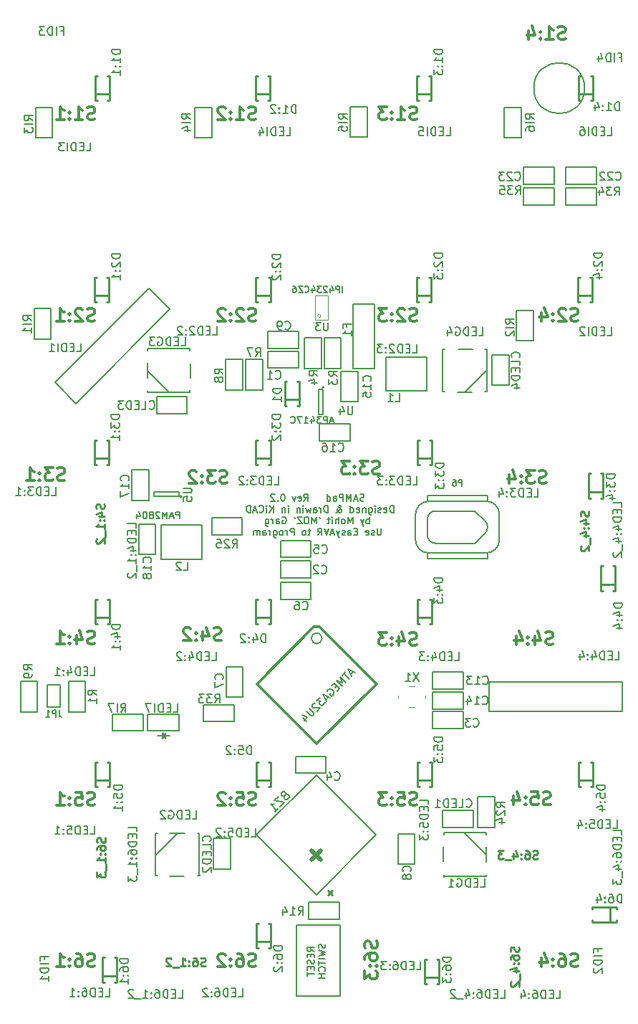
<source format=gbr>
G04 #@! TF.FileFunction,Legend,Bot*
%FSLAX46Y46*%
G04 Gerber Fmt 4.6, Leading zero omitted, Abs format (unit mm)*
G04 Created by KiCad (PCBNEW 4.0.1-stable) date 4/15/2016 1:37:43 PM*
%MOMM*%
G01*
G04 APERTURE LIST*
%ADD10C,0.100000*%
%ADD11C,0.200000*%
%ADD12C,0.150000*%
%ADD13C,0.125000*%
%ADD14C,0.127000*%
%ADD15C,0.203200*%
%ADD16C,0.220980*%
%ADD17C,0.304800*%
%ADD18C,0.152400*%
%ADD19C,0.190500*%
%ADD20C,0.250000*%
%ADD21C,0.500000*%
G04 APERTURE END LIST*
D10*
D11*
X134080714Y-124890805D02*
X133963571Y-124929852D01*
X133768333Y-124929852D01*
X133690237Y-124890805D01*
X133651190Y-124851757D01*
X133612142Y-124773662D01*
X133612142Y-124695567D01*
X133651190Y-124617471D01*
X133690237Y-124578424D01*
X133768333Y-124539376D01*
X133924523Y-124500329D01*
X134002618Y-124461281D01*
X134041666Y-124422233D01*
X134080714Y-124344138D01*
X134080714Y-124266043D01*
X134041666Y-124187948D01*
X134002618Y-124148900D01*
X133924523Y-124109852D01*
X133729285Y-124109852D01*
X133612142Y-124148900D01*
X133299762Y-124695567D02*
X132909285Y-124695567D01*
X133377857Y-124929852D02*
X133104523Y-124109852D01*
X132831190Y-124929852D01*
X132557857Y-124929852D02*
X132557857Y-124109852D01*
X132284524Y-124695567D01*
X132011190Y-124109852D01*
X132011190Y-124929852D01*
X131620714Y-124929852D02*
X131620714Y-124109852D01*
X131308333Y-124109852D01*
X131230238Y-124148900D01*
X131191190Y-124187948D01*
X131152142Y-124266043D01*
X131152142Y-124383186D01*
X131191190Y-124461281D01*
X131230238Y-124500329D01*
X131308333Y-124539376D01*
X131620714Y-124539376D01*
X130449285Y-124929852D02*
X130449285Y-124500329D01*
X130488333Y-124422233D01*
X130566428Y-124383186D01*
X130722619Y-124383186D01*
X130800714Y-124422233D01*
X130449285Y-124890805D02*
X130527381Y-124929852D01*
X130722619Y-124929852D01*
X130800714Y-124890805D01*
X130839762Y-124812710D01*
X130839762Y-124734614D01*
X130800714Y-124656519D01*
X130722619Y-124617471D01*
X130527381Y-124617471D01*
X130449285Y-124578424D01*
X129707380Y-124929852D02*
X129707380Y-124109852D01*
X129707380Y-124890805D02*
X129785476Y-124929852D01*
X129941666Y-124929852D01*
X130019761Y-124890805D01*
X130058809Y-124851757D01*
X130097857Y-124773662D01*
X130097857Y-124539376D01*
X130058809Y-124461281D01*
X130019761Y-124422233D01*
X129941666Y-124383186D01*
X129785476Y-124383186D01*
X129707380Y-124422233D01*
X126974046Y-124929852D02*
X127247380Y-124539376D01*
X127442618Y-124929852D02*
X127442618Y-124109852D01*
X127130237Y-124109852D01*
X127052142Y-124148900D01*
X127013094Y-124187948D01*
X126974046Y-124266043D01*
X126974046Y-124383186D01*
X127013094Y-124461281D01*
X127052142Y-124500329D01*
X127130237Y-124539376D01*
X127442618Y-124539376D01*
X126310237Y-124890805D02*
X126388332Y-124929852D01*
X126544523Y-124929852D01*
X126622618Y-124890805D01*
X126661666Y-124812710D01*
X126661666Y-124500329D01*
X126622618Y-124422233D01*
X126544523Y-124383186D01*
X126388332Y-124383186D01*
X126310237Y-124422233D01*
X126271189Y-124500329D01*
X126271189Y-124578424D01*
X126661666Y-124656519D01*
X125997856Y-124383186D02*
X125802618Y-124929852D01*
X125607380Y-124383186D01*
X124514046Y-124109852D02*
X124435951Y-124109852D01*
X124357856Y-124148900D01*
X124318808Y-124187948D01*
X124279761Y-124266043D01*
X124240713Y-124422233D01*
X124240713Y-124617471D01*
X124279761Y-124773662D01*
X124318808Y-124851757D01*
X124357856Y-124890805D01*
X124435951Y-124929852D01*
X124514046Y-124929852D01*
X124592142Y-124890805D01*
X124631189Y-124851757D01*
X124670237Y-124773662D01*
X124709285Y-124617471D01*
X124709285Y-124422233D01*
X124670237Y-124266043D01*
X124631189Y-124187948D01*
X124592142Y-124148900D01*
X124514046Y-124109852D01*
X123889285Y-124851757D02*
X123850237Y-124890805D01*
X123889285Y-124929852D01*
X123928333Y-124890805D01*
X123889285Y-124851757D01*
X123889285Y-124929852D01*
X123537857Y-124187948D02*
X123498809Y-124148900D01*
X123420714Y-124109852D01*
X123225476Y-124109852D01*
X123147380Y-124148900D01*
X123108333Y-124187948D01*
X123069285Y-124266043D01*
X123069285Y-124344138D01*
X123108333Y-124461281D01*
X123576904Y-124929852D01*
X123069285Y-124929852D01*
X137575477Y-126277852D02*
X137575477Y-125457852D01*
X137380239Y-125457852D01*
X137263096Y-125496900D01*
X137185001Y-125574995D01*
X137145953Y-125653090D01*
X137106905Y-125809281D01*
X137106905Y-125926424D01*
X137145953Y-126082614D01*
X137185001Y-126160710D01*
X137263096Y-126238805D01*
X137380239Y-126277852D01*
X137575477Y-126277852D01*
X136443096Y-126238805D02*
X136521191Y-126277852D01*
X136677382Y-126277852D01*
X136755477Y-126238805D01*
X136794525Y-126160710D01*
X136794525Y-125848329D01*
X136755477Y-125770233D01*
X136677382Y-125731186D01*
X136521191Y-125731186D01*
X136443096Y-125770233D01*
X136404048Y-125848329D01*
X136404048Y-125926424D01*
X136794525Y-126004519D01*
X136091668Y-126238805D02*
X136013572Y-126277852D01*
X135857382Y-126277852D01*
X135779287Y-126238805D01*
X135740239Y-126160710D01*
X135740239Y-126121662D01*
X135779287Y-126043567D01*
X135857382Y-126004519D01*
X135974525Y-126004519D01*
X136052620Y-125965471D01*
X136091668Y-125887376D01*
X136091668Y-125848329D01*
X136052620Y-125770233D01*
X135974525Y-125731186D01*
X135857382Y-125731186D01*
X135779287Y-125770233D01*
X135388810Y-126277852D02*
X135388810Y-125731186D01*
X135388810Y-125457852D02*
X135427858Y-125496900D01*
X135388810Y-125535948D01*
X135349762Y-125496900D01*
X135388810Y-125457852D01*
X135388810Y-125535948D01*
X134646905Y-125731186D02*
X134646905Y-126394995D01*
X134685953Y-126473090D01*
X134725001Y-126512138D01*
X134803096Y-126551186D01*
X134920239Y-126551186D01*
X134998334Y-126512138D01*
X134646905Y-126238805D02*
X134725001Y-126277852D01*
X134881191Y-126277852D01*
X134959286Y-126238805D01*
X134998334Y-126199757D01*
X135037382Y-126121662D01*
X135037382Y-125887376D01*
X134998334Y-125809281D01*
X134959286Y-125770233D01*
X134881191Y-125731186D01*
X134725001Y-125731186D01*
X134646905Y-125770233D01*
X134256429Y-125731186D02*
X134256429Y-126277852D01*
X134256429Y-125809281D02*
X134217381Y-125770233D01*
X134139286Y-125731186D01*
X134022143Y-125731186D01*
X133944048Y-125770233D01*
X133905000Y-125848329D01*
X133905000Y-126277852D01*
X133202143Y-126238805D02*
X133280238Y-126277852D01*
X133436429Y-126277852D01*
X133514524Y-126238805D01*
X133553572Y-126160710D01*
X133553572Y-125848329D01*
X133514524Y-125770233D01*
X133436429Y-125731186D01*
X133280238Y-125731186D01*
X133202143Y-125770233D01*
X133163095Y-125848329D01*
X133163095Y-125926424D01*
X133553572Y-126004519D01*
X132460238Y-126277852D02*
X132460238Y-125457852D01*
X132460238Y-126238805D02*
X132538334Y-126277852D01*
X132694524Y-126277852D01*
X132772619Y-126238805D01*
X132811667Y-126199757D01*
X132850715Y-126121662D01*
X132850715Y-125887376D01*
X132811667Y-125809281D01*
X132772619Y-125770233D01*
X132694524Y-125731186D01*
X132538334Y-125731186D01*
X132460238Y-125770233D01*
X130781190Y-126277852D02*
X130820238Y-126277852D01*
X130898333Y-126238805D01*
X131015476Y-126121662D01*
X131210714Y-125887376D01*
X131288809Y-125770233D01*
X131327857Y-125653090D01*
X131327857Y-125574995D01*
X131288809Y-125496900D01*
X131210714Y-125457852D01*
X131171667Y-125457852D01*
X131093571Y-125496900D01*
X131054524Y-125574995D01*
X131054524Y-125614043D01*
X131093571Y-125692138D01*
X131132619Y-125731186D01*
X131366905Y-125887376D01*
X131405952Y-125926424D01*
X131445000Y-126004519D01*
X131445000Y-126121662D01*
X131405952Y-126199757D01*
X131366905Y-126238805D01*
X131288809Y-126277852D01*
X131171667Y-126277852D01*
X131093571Y-126238805D01*
X131054524Y-126199757D01*
X130937381Y-126043567D01*
X130898333Y-125926424D01*
X130898333Y-125848329D01*
X129805000Y-126277852D02*
X129805000Y-125457852D01*
X129609762Y-125457852D01*
X129492619Y-125496900D01*
X129414524Y-125574995D01*
X129375476Y-125653090D01*
X129336428Y-125809281D01*
X129336428Y-125926424D01*
X129375476Y-126082614D01*
X129414524Y-126160710D01*
X129492619Y-126238805D01*
X129609762Y-126277852D01*
X129805000Y-126277852D01*
X128985000Y-126277852D02*
X128985000Y-125731186D01*
X128985000Y-125887376D02*
X128945952Y-125809281D01*
X128906905Y-125770233D01*
X128828809Y-125731186D01*
X128750714Y-125731186D01*
X128125952Y-126277852D02*
X128125952Y-125848329D01*
X128165000Y-125770233D01*
X128243095Y-125731186D01*
X128399286Y-125731186D01*
X128477381Y-125770233D01*
X128125952Y-126238805D02*
X128204048Y-126277852D01*
X128399286Y-126277852D01*
X128477381Y-126238805D01*
X128516429Y-126160710D01*
X128516429Y-126082614D01*
X128477381Y-126004519D01*
X128399286Y-125965471D01*
X128204048Y-125965471D01*
X128125952Y-125926424D01*
X127813571Y-125731186D02*
X127657381Y-126277852D01*
X127501190Y-125887376D01*
X127345000Y-126277852D01*
X127188809Y-125731186D01*
X126876428Y-126277852D02*
X126876428Y-125731186D01*
X126876428Y-125457852D02*
X126915476Y-125496900D01*
X126876428Y-125535948D01*
X126837380Y-125496900D01*
X126876428Y-125457852D01*
X126876428Y-125535948D01*
X126485952Y-125731186D02*
X126485952Y-126277852D01*
X126485952Y-125809281D02*
X126446904Y-125770233D01*
X126368809Y-125731186D01*
X126251666Y-125731186D01*
X126173571Y-125770233D01*
X126134523Y-125848329D01*
X126134523Y-126277852D01*
X125119285Y-126277852D02*
X125119285Y-125731186D01*
X125119285Y-125457852D02*
X125158333Y-125496900D01*
X125119285Y-125535948D01*
X125080237Y-125496900D01*
X125119285Y-125457852D01*
X125119285Y-125535948D01*
X124728809Y-125731186D02*
X124728809Y-126277852D01*
X124728809Y-125809281D02*
X124689761Y-125770233D01*
X124611666Y-125731186D01*
X124494523Y-125731186D01*
X124416428Y-125770233D01*
X124377380Y-125848329D01*
X124377380Y-126277852D01*
X123362142Y-126277852D02*
X123362142Y-125457852D01*
X122893570Y-126277852D02*
X123244999Y-125809281D01*
X122893570Y-125457852D02*
X123362142Y-125926424D01*
X122542142Y-126277852D02*
X122542142Y-125731186D01*
X122542142Y-125457852D02*
X122581190Y-125496900D01*
X122542142Y-125535948D01*
X122503094Y-125496900D01*
X122542142Y-125457852D01*
X122542142Y-125535948D01*
X121683094Y-126199757D02*
X121722142Y-126238805D01*
X121839285Y-126277852D01*
X121917380Y-126277852D01*
X122034523Y-126238805D01*
X122112618Y-126160710D01*
X122151666Y-126082614D01*
X122190714Y-125926424D01*
X122190714Y-125809281D01*
X122151666Y-125653090D01*
X122112618Y-125574995D01*
X122034523Y-125496900D01*
X121917380Y-125457852D01*
X121839285Y-125457852D01*
X121722142Y-125496900D01*
X121683094Y-125535948D01*
X121370714Y-126043567D02*
X120980237Y-126043567D01*
X121448809Y-126277852D02*
X121175475Y-125457852D01*
X120902142Y-126277852D01*
X120628809Y-126277852D02*
X120628809Y-125457852D01*
X120433571Y-125457852D01*
X120316428Y-125496900D01*
X120238333Y-125574995D01*
X120199285Y-125653090D01*
X120160237Y-125809281D01*
X120160237Y-125926424D01*
X120199285Y-126082614D01*
X120238333Y-126160710D01*
X120316428Y-126238805D01*
X120433571Y-126277852D01*
X120628809Y-126277852D01*
X134725000Y-127625852D02*
X134725000Y-126805852D01*
X134725000Y-127118233D02*
X134646905Y-127079186D01*
X134490714Y-127079186D01*
X134412619Y-127118233D01*
X134373571Y-127157281D01*
X134334524Y-127235376D01*
X134334524Y-127469662D01*
X134373571Y-127547757D01*
X134412619Y-127586805D01*
X134490714Y-127625852D01*
X134646905Y-127625852D01*
X134725000Y-127586805D01*
X134061190Y-127079186D02*
X133865952Y-127625852D01*
X133670714Y-127079186D02*
X133865952Y-127625852D01*
X133944047Y-127821090D01*
X133983095Y-127860138D01*
X134061190Y-127899186D01*
X132733571Y-127625852D02*
X132733571Y-126805852D01*
X132460238Y-127391567D01*
X132186904Y-126805852D01*
X132186904Y-127625852D01*
X131679285Y-127625852D02*
X131757380Y-127586805D01*
X131796428Y-127547757D01*
X131835476Y-127469662D01*
X131835476Y-127235376D01*
X131796428Y-127157281D01*
X131757380Y-127118233D01*
X131679285Y-127079186D01*
X131562142Y-127079186D01*
X131484047Y-127118233D01*
X131444999Y-127157281D01*
X131405952Y-127235376D01*
X131405952Y-127469662D01*
X131444999Y-127547757D01*
X131484047Y-127586805D01*
X131562142Y-127625852D01*
X131679285Y-127625852D01*
X131054523Y-127625852D02*
X131054523Y-126805852D01*
X130703094Y-127625852D02*
X130703094Y-127196329D01*
X130742142Y-127118233D01*
X130820237Y-127079186D01*
X130937380Y-127079186D01*
X131015475Y-127118233D01*
X131054523Y-127157281D01*
X130312618Y-127625852D02*
X130312618Y-127079186D01*
X130312618Y-126805852D02*
X130351666Y-126844900D01*
X130312618Y-126883948D01*
X130273570Y-126844900D01*
X130312618Y-126805852D01*
X130312618Y-126883948D01*
X130039285Y-127079186D02*
X129726904Y-127079186D01*
X129922142Y-126805852D02*
X129922142Y-127508710D01*
X129883094Y-127586805D01*
X129804999Y-127625852D01*
X129726904Y-127625852D01*
X128789761Y-126805852D02*
X128867857Y-126962043D01*
X128438333Y-127625852D02*
X128438333Y-126805852D01*
X128165000Y-127391567D01*
X127891666Y-126805852D01*
X127891666Y-127625852D01*
X127344999Y-126805852D02*
X127188809Y-126805852D01*
X127110714Y-126844900D01*
X127032618Y-126922995D01*
X126993571Y-127079186D01*
X126993571Y-127352519D01*
X127032618Y-127508710D01*
X127110714Y-127586805D01*
X127188809Y-127625852D01*
X127344999Y-127625852D01*
X127423095Y-127586805D01*
X127501190Y-127508710D01*
X127540238Y-127352519D01*
X127540238Y-127079186D01*
X127501190Y-126922995D01*
X127423095Y-126844900D01*
X127344999Y-126805852D01*
X126720237Y-126805852D02*
X126173570Y-126805852D01*
X126720237Y-127625852D01*
X126173570Y-127625852D01*
X125822142Y-126805852D02*
X125900238Y-126962043D01*
X124416428Y-126844900D02*
X124494523Y-126805852D01*
X124611666Y-126805852D01*
X124728809Y-126844900D01*
X124806904Y-126922995D01*
X124845952Y-127001090D01*
X124885000Y-127157281D01*
X124885000Y-127274424D01*
X124845952Y-127430614D01*
X124806904Y-127508710D01*
X124728809Y-127586805D01*
X124611666Y-127625852D01*
X124533571Y-127625852D01*
X124416428Y-127586805D01*
X124377380Y-127547757D01*
X124377380Y-127274424D01*
X124533571Y-127274424D01*
X123674523Y-127625852D02*
X123674523Y-127196329D01*
X123713571Y-127118233D01*
X123791666Y-127079186D01*
X123947857Y-127079186D01*
X124025952Y-127118233D01*
X123674523Y-127586805D02*
X123752619Y-127625852D01*
X123947857Y-127625852D01*
X124025952Y-127586805D01*
X124065000Y-127508710D01*
X124065000Y-127430614D01*
X124025952Y-127352519D01*
X123947857Y-127313471D01*
X123752619Y-127313471D01*
X123674523Y-127274424D01*
X123284047Y-127625852D02*
X123284047Y-127079186D01*
X123284047Y-127235376D02*
X123244999Y-127157281D01*
X123205952Y-127118233D01*
X123127856Y-127079186D01*
X123049761Y-127079186D01*
X122424999Y-127079186D02*
X122424999Y-127742995D01*
X122464047Y-127821090D01*
X122503095Y-127860138D01*
X122581190Y-127899186D01*
X122698333Y-127899186D01*
X122776428Y-127860138D01*
X122424999Y-127586805D02*
X122503095Y-127625852D01*
X122659285Y-127625852D01*
X122737380Y-127586805D01*
X122776428Y-127547757D01*
X122815476Y-127469662D01*
X122815476Y-127235376D01*
X122776428Y-127157281D01*
X122737380Y-127118233D01*
X122659285Y-127079186D01*
X122503095Y-127079186D01*
X122424999Y-127118233D01*
X136111191Y-128153852D02*
X136111191Y-128817662D01*
X136072143Y-128895757D01*
X136033096Y-128934805D01*
X135955000Y-128973852D01*
X135798810Y-128973852D01*
X135720715Y-128934805D01*
X135681667Y-128895757D01*
X135642619Y-128817662D01*
X135642619Y-128153852D01*
X135291191Y-128934805D02*
X135213095Y-128973852D01*
X135056905Y-128973852D01*
X134978810Y-128934805D01*
X134939762Y-128856710D01*
X134939762Y-128817662D01*
X134978810Y-128739567D01*
X135056905Y-128700519D01*
X135174048Y-128700519D01*
X135252143Y-128661471D01*
X135291191Y-128583376D01*
X135291191Y-128544329D01*
X135252143Y-128466233D01*
X135174048Y-128427186D01*
X135056905Y-128427186D01*
X134978810Y-128466233D01*
X134275952Y-128934805D02*
X134354047Y-128973852D01*
X134510238Y-128973852D01*
X134588333Y-128934805D01*
X134627381Y-128856710D01*
X134627381Y-128544329D01*
X134588333Y-128466233D01*
X134510238Y-128427186D01*
X134354047Y-128427186D01*
X134275952Y-128466233D01*
X134236904Y-128544329D01*
X134236904Y-128622424D01*
X134627381Y-128700519D01*
X133260714Y-128544329D02*
X132987381Y-128544329D01*
X132870238Y-128973852D02*
X133260714Y-128973852D01*
X133260714Y-128153852D01*
X132870238Y-128153852D01*
X132167380Y-128973852D02*
X132167380Y-128544329D01*
X132206428Y-128466233D01*
X132284523Y-128427186D01*
X132440714Y-128427186D01*
X132518809Y-128466233D01*
X132167380Y-128934805D02*
X132245476Y-128973852D01*
X132440714Y-128973852D01*
X132518809Y-128934805D01*
X132557857Y-128856710D01*
X132557857Y-128778614D01*
X132518809Y-128700519D01*
X132440714Y-128661471D01*
X132245476Y-128661471D01*
X132167380Y-128622424D01*
X131815952Y-128934805D02*
X131737856Y-128973852D01*
X131581666Y-128973852D01*
X131503571Y-128934805D01*
X131464523Y-128856710D01*
X131464523Y-128817662D01*
X131503571Y-128739567D01*
X131581666Y-128700519D01*
X131698809Y-128700519D01*
X131776904Y-128661471D01*
X131815952Y-128583376D01*
X131815952Y-128544329D01*
X131776904Y-128466233D01*
X131698809Y-128427186D01*
X131581666Y-128427186D01*
X131503571Y-128466233D01*
X131191189Y-128427186D02*
X130995951Y-128973852D01*
X130800713Y-128427186D02*
X130995951Y-128973852D01*
X131074046Y-129169090D01*
X131113094Y-129208138D01*
X131191189Y-129247186D01*
X130527380Y-128739567D02*
X130136903Y-128739567D01*
X130605475Y-128973852D02*
X130332141Y-128153852D01*
X130058808Y-128973852D01*
X129902618Y-128153852D02*
X129629284Y-128973852D01*
X129355951Y-128153852D01*
X128614046Y-128973852D02*
X128887380Y-128583376D01*
X129082618Y-128973852D02*
X129082618Y-128153852D01*
X128770237Y-128153852D01*
X128692142Y-128192900D01*
X128653094Y-128231948D01*
X128614046Y-128310043D01*
X128614046Y-128427186D01*
X128653094Y-128505281D01*
X128692142Y-128544329D01*
X128770237Y-128583376D01*
X129082618Y-128583376D01*
X127754999Y-128427186D02*
X127442618Y-128427186D01*
X127637856Y-128153852D02*
X127637856Y-128856710D01*
X127598808Y-128934805D01*
X127520713Y-128973852D01*
X127442618Y-128973852D01*
X127052142Y-128973852D02*
X127130237Y-128934805D01*
X127169285Y-128895757D01*
X127208333Y-128817662D01*
X127208333Y-128583376D01*
X127169285Y-128505281D01*
X127130237Y-128466233D01*
X127052142Y-128427186D01*
X126934999Y-128427186D01*
X126856904Y-128466233D01*
X126817856Y-128505281D01*
X126778809Y-128583376D01*
X126778809Y-128817662D01*
X126817856Y-128895757D01*
X126856904Y-128934805D01*
X126934999Y-128973852D01*
X127052142Y-128973852D01*
X125802618Y-128973852D02*
X125802618Y-128153852D01*
X125490237Y-128153852D01*
X125412142Y-128192900D01*
X125373094Y-128231948D01*
X125334046Y-128310043D01*
X125334046Y-128427186D01*
X125373094Y-128505281D01*
X125412142Y-128544329D01*
X125490237Y-128583376D01*
X125802618Y-128583376D01*
X124982618Y-128973852D02*
X124982618Y-128427186D01*
X124982618Y-128583376D02*
X124943570Y-128505281D01*
X124904523Y-128466233D01*
X124826427Y-128427186D01*
X124748332Y-128427186D01*
X124357856Y-128973852D02*
X124435951Y-128934805D01*
X124474999Y-128895757D01*
X124514047Y-128817662D01*
X124514047Y-128583376D01*
X124474999Y-128505281D01*
X124435951Y-128466233D01*
X124357856Y-128427186D01*
X124240713Y-128427186D01*
X124162618Y-128466233D01*
X124123570Y-128505281D01*
X124084523Y-128583376D01*
X124084523Y-128817662D01*
X124123570Y-128895757D01*
X124162618Y-128934805D01*
X124240713Y-128973852D01*
X124357856Y-128973852D01*
X123381665Y-128427186D02*
X123381665Y-129090995D01*
X123420713Y-129169090D01*
X123459761Y-129208138D01*
X123537856Y-129247186D01*
X123654999Y-129247186D01*
X123733094Y-129208138D01*
X123381665Y-128934805D02*
X123459761Y-128973852D01*
X123615951Y-128973852D01*
X123694046Y-128934805D01*
X123733094Y-128895757D01*
X123772142Y-128817662D01*
X123772142Y-128583376D01*
X123733094Y-128505281D01*
X123694046Y-128466233D01*
X123615951Y-128427186D01*
X123459761Y-128427186D01*
X123381665Y-128466233D01*
X122991189Y-128973852D02*
X122991189Y-128427186D01*
X122991189Y-128583376D02*
X122952141Y-128505281D01*
X122913094Y-128466233D01*
X122834998Y-128427186D01*
X122756903Y-128427186D01*
X122132141Y-128973852D02*
X122132141Y-128544329D01*
X122171189Y-128466233D01*
X122249284Y-128427186D01*
X122405475Y-128427186D01*
X122483570Y-128466233D01*
X122132141Y-128934805D02*
X122210237Y-128973852D01*
X122405475Y-128973852D01*
X122483570Y-128934805D01*
X122522618Y-128856710D01*
X122522618Y-128778614D01*
X122483570Y-128700519D01*
X122405475Y-128661471D01*
X122210237Y-128661471D01*
X122132141Y-128622424D01*
X121741665Y-128973852D02*
X121741665Y-128427186D01*
X121741665Y-128505281D02*
X121702617Y-128466233D01*
X121624522Y-128427186D01*
X121507379Y-128427186D01*
X121429284Y-128466233D01*
X121390236Y-128544329D01*
X121390236Y-128973852D01*
X121390236Y-128544329D02*
X121351189Y-128466233D01*
X121273093Y-128427186D01*
X121155951Y-128427186D01*
X121077855Y-128466233D01*
X121038808Y-128544329D01*
X121038808Y-128973852D01*
X128175105Y-178111295D02*
X127794152Y-177844628D01*
X128175105Y-177654152D02*
X127375105Y-177654152D01*
X127375105Y-177958914D01*
X127413200Y-178035105D01*
X127451295Y-178073200D01*
X127527486Y-178111295D01*
X127641771Y-178111295D01*
X127717962Y-178073200D01*
X127756057Y-178035105D01*
X127794152Y-177958914D01*
X127794152Y-177654152D01*
X127756057Y-178454152D02*
X127756057Y-178720819D01*
X128175105Y-178835105D02*
X128175105Y-178454152D01*
X127375105Y-178454152D01*
X127375105Y-178835105D01*
X128137010Y-179139867D02*
X128175105Y-179254153D01*
X128175105Y-179444629D01*
X128137010Y-179520819D01*
X128098914Y-179558915D01*
X128022724Y-179597010D01*
X127946533Y-179597010D01*
X127870343Y-179558915D01*
X127832248Y-179520819D01*
X127794152Y-179444629D01*
X127756057Y-179292248D01*
X127717962Y-179216057D01*
X127679867Y-179177962D01*
X127603676Y-179139867D01*
X127527486Y-179139867D01*
X127451295Y-179177962D01*
X127413200Y-179216057D01*
X127375105Y-179292248D01*
X127375105Y-179482724D01*
X127413200Y-179597010D01*
X127756057Y-179939867D02*
X127756057Y-180206534D01*
X128175105Y-180320820D02*
X128175105Y-179939867D01*
X127375105Y-179939867D01*
X127375105Y-180320820D01*
X127375105Y-180549391D02*
X127375105Y-181006534D01*
X128175105Y-180777963D02*
X127375105Y-180777963D01*
X129457010Y-177273200D02*
X129495105Y-177387486D01*
X129495105Y-177577962D01*
X129457010Y-177654152D01*
X129418914Y-177692248D01*
X129342724Y-177730343D01*
X129266533Y-177730343D01*
X129190343Y-177692248D01*
X129152248Y-177654152D01*
X129114152Y-177577962D01*
X129076057Y-177425581D01*
X129037962Y-177349390D01*
X128999867Y-177311295D01*
X128923676Y-177273200D01*
X128847486Y-177273200D01*
X128771295Y-177311295D01*
X128733200Y-177349390D01*
X128695105Y-177425581D01*
X128695105Y-177616057D01*
X128733200Y-177730343D01*
X128695105Y-177997010D02*
X129495105Y-178187486D01*
X128923676Y-178339867D01*
X129495105Y-178492248D01*
X128695105Y-178682724D01*
X129495105Y-178987486D02*
X128695105Y-178987486D01*
X128695105Y-179254152D02*
X128695105Y-179711295D01*
X129495105Y-179482724D02*
X128695105Y-179482724D01*
X129418914Y-180435105D02*
X129457010Y-180397010D01*
X129495105Y-180282724D01*
X129495105Y-180206534D01*
X129457010Y-180092248D01*
X129380819Y-180016057D01*
X129304629Y-179977962D01*
X129152248Y-179939867D01*
X129037962Y-179939867D01*
X128885581Y-179977962D01*
X128809390Y-180016057D01*
X128733200Y-180092248D01*
X128695105Y-180206534D01*
X128695105Y-180282724D01*
X128733200Y-180397010D01*
X128771295Y-180435105D01*
X129495105Y-180777962D02*
X128695105Y-180777962D01*
X129076057Y-180777962D02*
X129076057Y-181235105D01*
X129495105Y-181235105D02*
X128695105Y-181235105D01*
D12*
X146986400Y-161458400D02*
X143386400Y-161458400D01*
X146986400Y-163458400D02*
X143386400Y-163458400D01*
X146986400Y-161458400D02*
X146986400Y-163458400D01*
X143386400Y-161458400D02*
X143386400Y-163458400D01*
X133372100Y-113204400D02*
X133372100Y-109604400D01*
X131372100Y-113204400D02*
X131372100Y-109604400D01*
X133372100Y-113204400D02*
X131372100Y-113204400D01*
X133372100Y-109604400D02*
X131372100Y-109604400D01*
D10*
X138138100Y-147919300D02*
X138138100Y-148219300D01*
X140088100Y-146819300D02*
X139388100Y-146819300D01*
X141338100Y-148219300D02*
X141338100Y-147919300D01*
X140088100Y-149269300D02*
X139388100Y-149269300D01*
D12*
X112510800Y-124419600D02*
G75*
G03X112510800Y-124419600I-100000J0D01*
G01*
X112160800Y-123869600D02*
X112160800Y-124369600D01*
X109260800Y-123869600D02*
X112160800Y-123869600D01*
X109260800Y-124369600D02*
X109260800Y-123869600D01*
X112160800Y-124369600D02*
X109260800Y-124369600D01*
X129355800Y-111533200D02*
G75*
G03X129355800Y-111533200I-100000J0D01*
G01*
X128705800Y-111783200D02*
X129205800Y-111783200D01*
X128705800Y-114683200D02*
X128705800Y-111783200D01*
X129205800Y-114683200D02*
X128705800Y-114683200D01*
X129205800Y-111783200D02*
X129205800Y-114683200D01*
D13*
X128957605Y-103085900D02*
G75*
G03X128957605Y-103085900I-179605J0D01*
G01*
X129807400Y-103545300D02*
X129807400Y-100645300D01*
X129807400Y-100645300D02*
X128307400Y-100645300D01*
X128307400Y-100645300D02*
X128307400Y-103545300D01*
X128307400Y-103545300D02*
X129807400Y-103545300D01*
X128193000Y-103822500D02*
G75*
G03X128193000Y-103822500I-50000J0D01*
G01*
D14*
X126050942Y-175008440D02*
X126050942Y-183408440D01*
X126050942Y-183408440D02*
X131250942Y-183408440D01*
X131250942Y-183408440D02*
X131250942Y-175008440D01*
X131250942Y-175008440D02*
X126050942Y-175008440D01*
D12*
X107943300Y-150091900D02*
X104343300Y-150091900D01*
X107943300Y-152091900D02*
X104343300Y-152091900D01*
X107943300Y-150091900D02*
X107943300Y-152091900D01*
X104343300Y-150091900D02*
X104343300Y-152091900D01*
X152650700Y-82051300D02*
X152650700Y-78451300D01*
X150650700Y-82051300D02*
X150650700Y-78451300D01*
X152650700Y-82051300D02*
X150650700Y-82051300D01*
X152650700Y-78451300D02*
X150650700Y-78451300D01*
X134426200Y-81987800D02*
X134426200Y-78387800D01*
X132426200Y-81987800D02*
X132426200Y-78387800D01*
X134426200Y-81987800D02*
X132426200Y-81987800D01*
X134426200Y-78387800D02*
X132426200Y-78387800D01*
X116087400Y-82051300D02*
X116087400Y-78451300D01*
X114087400Y-82051300D02*
X114087400Y-78451300D01*
X116087400Y-82051300D02*
X114087400Y-82051300D01*
X116087400Y-78451300D02*
X114087400Y-78451300D01*
X97240600Y-82064000D02*
X97240600Y-78464000D01*
X95240600Y-82064000D02*
X95240600Y-78464000D01*
X97240600Y-82064000D02*
X95240600Y-82064000D01*
X97240600Y-78464000D02*
X95240600Y-78464000D01*
X154073100Y-106016200D02*
X154073100Y-102416200D01*
X152073100Y-106016200D02*
X152073100Y-102416200D01*
X154073100Y-106016200D02*
X152073100Y-106016200D01*
X154073100Y-102416200D02*
X152073100Y-102416200D01*
X97075500Y-105825700D02*
X97075500Y-102225700D01*
X95075500Y-105825700D02*
X95075500Y-102225700D01*
X97075500Y-105825700D02*
X95075500Y-105825700D01*
X97075500Y-102225700D02*
X95075500Y-102225700D01*
X156550000Y-88000000D02*
X152950000Y-88000000D01*
X156550000Y-90000000D02*
X152950000Y-90000000D01*
X156550000Y-88000000D02*
X156550000Y-90000000D01*
X152950000Y-88000000D02*
X152950000Y-90000000D01*
X161550000Y-88000000D02*
X157950000Y-88000000D01*
X161550000Y-90000000D02*
X157950000Y-90000000D01*
X161550000Y-88000000D02*
X161550000Y-90000000D01*
X157950000Y-88000000D02*
X157950000Y-90000000D01*
X116068700Y-128901700D02*
X119668700Y-128901700D01*
X116068700Y-126901700D02*
X119668700Y-126901700D01*
X116068700Y-128901700D02*
X116068700Y-126901700D01*
X119668700Y-128901700D02*
X119668700Y-126901700D01*
X149501100Y-163458300D02*
X149501100Y-159858300D01*
X147501100Y-163458300D02*
X147501100Y-159858300D01*
X149501100Y-163458300D02*
X147501100Y-163458300D01*
X149501100Y-159858300D02*
X147501100Y-159858300D01*
X131156942Y-172289040D02*
X127556942Y-172289040D01*
X131156942Y-174289040D02*
X127556942Y-174289040D01*
X131156942Y-172289040D02*
X131156942Y-174289040D01*
X127556942Y-172289040D02*
X127556942Y-174289040D01*
X95450074Y-149833608D02*
X95450074Y-146233608D01*
X93450074Y-149833608D02*
X93450074Y-146233608D01*
X95450074Y-149833608D02*
X93450074Y-149833608D01*
X95450074Y-146233608D02*
X93450074Y-146233608D01*
X119706900Y-111800000D02*
X119706900Y-108200000D01*
X117706900Y-111800000D02*
X117706900Y-108200000D01*
X119706900Y-111800000D02*
X117706900Y-111800000D01*
X119706900Y-108200000D02*
X117706900Y-108200000D01*
X120069100Y-108200000D02*
X120069100Y-111800000D01*
X122069100Y-108200000D02*
X122069100Y-111800000D01*
X120069100Y-108200000D02*
X122069100Y-108200000D01*
X120069100Y-111800000D02*
X122069100Y-111800000D01*
X127016000Y-105700000D02*
X127016000Y-109300000D01*
X129016000Y-105700000D02*
X129016000Y-109300000D01*
X127016000Y-105700000D02*
X129016000Y-105700000D01*
X127016000Y-109300000D02*
X129016000Y-109300000D01*
X129365500Y-105700000D02*
X129365500Y-109300000D01*
X131365500Y-105700000D02*
X131365500Y-109300000D01*
X129365500Y-105700000D02*
X131365500Y-105700000D01*
X129365500Y-109300000D02*
X131365500Y-109300000D01*
X101126974Y-149824208D02*
X101126974Y-146224208D01*
X99126974Y-149824208D02*
X99126974Y-146224208D01*
X101126974Y-149824208D02*
X99126974Y-149824208D01*
X101126974Y-146224208D02*
X99126974Y-146224208D01*
D14*
X142519400Y-129921000D02*
X147205700Y-129921000D01*
X142519400Y-126111000D02*
X147205700Y-126111000D01*
X148386800Y-128739900D02*
X147205700Y-129921000D01*
X148386800Y-127292100D02*
X147205700Y-126111000D01*
X148386800Y-127292100D02*
G75*
G02X148386800Y-128739900I-723900J-723900D01*
G01*
X141566900Y-131749800D02*
X141566900Y-131064000D01*
X141566900Y-131749800D02*
X148678900Y-131749800D01*
X148678900Y-131749800D02*
X148678900Y-131064000D01*
X141566900Y-124282200D02*
X141566900Y-124968000D01*
X148678900Y-124282200D02*
X148678900Y-124968000D01*
X141566900Y-124282200D02*
X148678900Y-124282200D01*
X141566900Y-127063500D02*
X141566900Y-128968500D01*
X142519400Y-129921000D02*
G75*
G02X141566900Y-128968500I0J952500D01*
G01*
X141566900Y-127063500D02*
G75*
G02X142519400Y-126111000I952500J0D01*
G01*
X140169900Y-126492000D02*
X140169900Y-129540000D01*
X150075900Y-129540000D02*
X150075900Y-126492000D01*
X148551900Y-124968000D02*
X141693900Y-124968000D01*
X148551900Y-131064000D02*
X141693900Y-131064000D01*
X140169900Y-126492000D02*
G75*
G02X141693900Y-124968000I1524000J0D01*
G01*
X141693900Y-131064000D02*
G75*
G02X140169900Y-129540000I0J1524000D01*
G01*
X150075900Y-129540000D02*
G75*
G02X148551900Y-131064000I-1524000J0D01*
G01*
X148551900Y-124968000D02*
G75*
G02X150075900Y-126492000I0J-1524000D01*
G01*
D12*
X111099600Y-152666700D02*
X109639100Y-152666700D01*
X110310600Y-152816700D02*
X110310600Y-152566700D01*
X110310600Y-152566700D02*
X110460600Y-152716700D01*
X110560600Y-152316700D02*
X110560600Y-153016700D01*
X110560600Y-152666700D02*
X110210600Y-152316700D01*
X110210600Y-152316700D02*
X110210600Y-153016700D01*
X110210600Y-153016700D02*
X110560600Y-152666700D01*
X108437600Y-150129200D02*
X108437600Y-152029200D01*
X108437600Y-152029200D02*
X112237600Y-152029200D01*
X112237600Y-152029200D02*
X112237600Y-150129200D01*
X112237600Y-150129200D02*
X108437600Y-150129200D01*
D15*
X143637800Y-107035800D02*
X143383800Y-107035800D01*
X143383800Y-107035800D02*
X143383800Y-107086600D01*
X143383800Y-107086600D02*
X143388880Y-107086600D01*
X143388880Y-107086600D02*
X143388880Y-112037060D01*
X143388880Y-112037060D02*
X143620020Y-112037060D01*
X148319020Y-107015480D02*
X148590800Y-107015480D01*
X148590800Y-107015480D02*
X148590800Y-107066280D01*
X148590800Y-107066280D02*
X148593340Y-107066280D01*
X148593340Y-107066280D02*
X148593340Y-112034520D01*
X148593340Y-112034520D02*
X148367280Y-112034520D01*
X146889000Y-106985000D02*
X145187200Y-106985000D01*
X145136400Y-112065000D02*
X146000000Y-112065000D01*
X146000000Y-112065000D02*
X146863600Y-112065000D01*
X146000000Y-112065000D02*
X148540000Y-109525000D01*
X113489200Y-107162800D02*
X113489200Y-106908800D01*
X113489200Y-106908800D02*
X113438400Y-106908800D01*
X113438400Y-106908800D02*
X113438400Y-106913880D01*
X113438400Y-106913880D02*
X108487940Y-106913880D01*
X108487940Y-106913880D02*
X108487940Y-107145020D01*
X113509520Y-111844020D02*
X113509520Y-112115800D01*
X113509520Y-112115800D02*
X113458720Y-112115800D01*
X113458720Y-112115800D02*
X113458720Y-112118340D01*
X113458720Y-112118340D02*
X108490480Y-112118340D01*
X108490480Y-112118340D02*
X108490480Y-111892280D01*
X113540000Y-110414000D02*
X113540000Y-108712200D01*
X108460000Y-108661400D02*
X108460000Y-109525000D01*
X108460000Y-109525000D02*
X108460000Y-110388600D01*
X108460000Y-109525000D02*
X111000000Y-112065000D01*
X114362200Y-169164200D02*
X114616200Y-169164200D01*
X114616200Y-169164200D02*
X114616200Y-169113400D01*
X114616200Y-169113400D02*
X114611120Y-169113400D01*
X114611120Y-169113400D02*
X114611120Y-164162940D01*
X114611120Y-164162940D02*
X114379980Y-164162940D01*
X109680980Y-169184520D02*
X109409200Y-169184520D01*
X109409200Y-169184520D02*
X109409200Y-169133720D01*
X109409200Y-169133720D02*
X109406660Y-169133720D01*
X109406660Y-169133720D02*
X109406660Y-164165480D01*
X109406660Y-164165480D02*
X109632720Y-164165480D01*
X111111000Y-169215000D02*
X112812800Y-169215000D01*
X112863600Y-164135000D02*
X112000000Y-164135000D01*
X112000000Y-164135000D02*
X111136400Y-164135000D01*
X112000000Y-164135000D02*
X109460000Y-166675000D01*
X143510800Y-169037200D02*
X143510800Y-169291200D01*
X143510800Y-169291200D02*
X143561600Y-169291200D01*
X143561600Y-169291200D02*
X143561600Y-169286120D01*
X143561600Y-169286120D02*
X148512060Y-169286120D01*
X148512060Y-169286120D02*
X148512060Y-169054980D01*
X143490480Y-164355980D02*
X143490480Y-164084200D01*
X143490480Y-164084200D02*
X143541280Y-164084200D01*
X143541280Y-164084200D02*
X143541280Y-164081660D01*
X143541280Y-164081660D02*
X148509520Y-164081660D01*
X148509520Y-164081660D02*
X148509520Y-164307720D01*
X143460000Y-165786000D02*
X143460000Y-167487800D01*
X148540000Y-167538600D02*
X148540000Y-166675000D01*
X148540000Y-166675000D02*
X148540000Y-165811400D01*
X148540000Y-166675000D02*
X146000000Y-164135000D01*
D12*
X114922000Y-131781300D02*
X114922000Y-127781300D01*
X110122000Y-131781300D02*
X114922000Y-131781300D01*
X110122000Y-127781300D02*
X110122000Y-131781300D01*
X114922000Y-127781300D02*
X110122000Y-127781300D01*
X141503100Y-111956600D02*
X141503100Y-107956600D01*
X136703100Y-111956600D02*
X141503100Y-111956600D01*
X136703100Y-107956600D02*
X136703100Y-111956600D01*
X141503100Y-107956600D02*
X136703100Y-107956600D01*
D11*
X96609074Y-146673408D02*
X96609074Y-149273408D01*
X96609074Y-149273408D02*
X98133074Y-149273408D01*
X98133074Y-149273408D02*
X98133074Y-146673408D01*
X98133074Y-146673408D02*
X96609074Y-146673408D01*
D12*
X132791200Y-109283500D02*
X132791200Y-101663500D01*
X135331200Y-109283500D02*
X132791200Y-109283500D01*
X135331200Y-101663500D02*
X135331200Y-109283500D01*
X132791200Y-101663500D02*
X135331200Y-101663500D01*
D16*
X163172140Y-174625000D02*
X163172140Y-172923200D01*
X163921440Y-174625000D02*
X163921440Y-174373540D01*
X163921440Y-172923200D02*
X163921440Y-173174660D01*
X161020760Y-172923200D02*
X161020760Y-173174660D01*
X161020760Y-174625000D02*
X161020760Y-174373540D01*
X161020760Y-174625000D02*
X163921440Y-174625000D01*
X161020760Y-172923200D02*
X163921440Y-172923200D01*
X141236700Y-181193440D02*
X142938500Y-181193440D01*
X141236700Y-181942740D02*
X141488160Y-181942740D01*
X142938500Y-181942740D02*
X142687040Y-181942740D01*
X142938500Y-179042060D02*
X142687040Y-179042060D01*
X141236700Y-179042060D02*
X141488160Y-179042060D01*
X141236700Y-179042060D02*
X141236700Y-181942740D01*
X142938500Y-179042060D02*
X142938500Y-181942740D01*
X121310400Y-176989740D02*
X123012200Y-176989740D01*
X121310400Y-177739040D02*
X121561860Y-177739040D01*
X123012200Y-177739040D02*
X122760740Y-177739040D01*
X123012200Y-174838360D02*
X122760740Y-174838360D01*
X121310400Y-174838360D02*
X121561860Y-174838360D01*
X121310400Y-174838360D02*
X121310400Y-177739040D01*
X123012200Y-174838360D02*
X123012200Y-177739040D01*
X103162100Y-181002940D02*
X104863900Y-181002940D01*
X103162100Y-181752240D02*
X103413560Y-181752240D01*
X104863900Y-181752240D02*
X104612440Y-181752240D01*
X104863900Y-178851560D02*
X104612440Y-178851560D01*
X103162100Y-178851560D02*
X103413560Y-178851560D01*
X103162100Y-178851560D02*
X103162100Y-181752240D01*
X104863900Y-178851560D02*
X104863900Y-181752240D01*
X159461200Y-157901040D02*
X161163000Y-157901040D01*
X159461200Y-158650340D02*
X159712660Y-158650340D01*
X161163000Y-158650340D02*
X160911540Y-158650340D01*
X161163000Y-155749660D02*
X160911540Y-155749660D01*
X159461200Y-155749660D02*
X159712660Y-155749660D01*
X159461200Y-155749660D02*
X159461200Y-158650340D01*
X161163000Y-155749660D02*
X161163000Y-158650340D01*
X140360400Y-157901040D02*
X142062200Y-157901040D01*
X140360400Y-158650340D02*
X140611860Y-158650340D01*
X142062200Y-158650340D02*
X141810740Y-158650340D01*
X142062200Y-155749660D02*
X141810740Y-155749660D01*
X140360400Y-155749660D02*
X140611860Y-155749660D01*
X140360400Y-155749660D02*
X140360400Y-158650340D01*
X142062200Y-155749660D02*
X142062200Y-158650340D01*
X121323100Y-157901040D02*
X123024900Y-157901040D01*
X121323100Y-158650340D02*
X121574560Y-158650340D01*
X123024900Y-158650340D02*
X122773440Y-158650340D01*
X123024900Y-155749660D02*
X122773440Y-155749660D01*
X121323100Y-155749660D02*
X121574560Y-155749660D01*
X121323100Y-155749660D02*
X121323100Y-158650340D01*
X123024900Y-155749660D02*
X123024900Y-158650340D01*
X102260400Y-157901040D02*
X103962200Y-157901040D01*
X102260400Y-158650340D02*
X102511860Y-158650340D01*
X103962200Y-158650340D02*
X103710740Y-158650340D01*
X103962200Y-155749660D02*
X103710740Y-155749660D01*
X102260400Y-155749660D02*
X102511860Y-155749660D01*
X102260400Y-155749660D02*
X102260400Y-158650340D01*
X103962200Y-155749660D02*
X103962200Y-158650340D01*
X162077400Y-134762240D02*
X163779200Y-134762240D01*
X162077400Y-135511540D02*
X162328860Y-135511540D01*
X163779200Y-135511540D02*
X163527740Y-135511540D01*
X163779200Y-132610860D02*
X163527740Y-132610860D01*
X162077400Y-132610860D02*
X162328860Y-132610860D01*
X162077400Y-132610860D02*
X162077400Y-135511540D01*
X163779200Y-132610860D02*
X163779200Y-135511540D01*
X140373100Y-138701040D02*
X142074900Y-138701040D01*
X140373100Y-139450340D02*
X140624560Y-139450340D01*
X142074900Y-139450340D02*
X141823440Y-139450340D01*
X142074900Y-136549660D02*
X141823440Y-136549660D01*
X140373100Y-136549660D02*
X140624560Y-136549660D01*
X140373100Y-136549660D02*
X140373100Y-139450340D01*
X142074900Y-136549660D02*
X142074900Y-139450340D01*
X121297700Y-138701040D02*
X122999500Y-138701040D01*
X121297700Y-139450340D02*
X121549160Y-139450340D01*
X122999500Y-139450340D02*
X122748040Y-139450340D01*
X122999500Y-136549660D02*
X122748040Y-136549660D01*
X121297700Y-136549660D02*
X121549160Y-136549660D01*
X121297700Y-136549660D02*
X121297700Y-139450340D01*
X122999500Y-136549660D02*
X122999500Y-139450340D01*
X102260400Y-138701040D02*
X103962200Y-138701040D01*
X102260400Y-139450340D02*
X102511860Y-139450340D01*
X103962200Y-139450340D02*
X103710740Y-139450340D01*
X103962200Y-136549660D02*
X103710740Y-136549660D01*
X102260400Y-136549660D02*
X102511860Y-136549660D01*
X102260400Y-136549660D02*
X102260400Y-139450340D01*
X103962200Y-136549660D02*
X103962200Y-139450340D01*
X160642300Y-123840240D02*
X162344100Y-123840240D01*
X160642300Y-124589540D02*
X160893760Y-124589540D01*
X162344100Y-124589540D02*
X162092640Y-124589540D01*
X162344100Y-121688860D02*
X162092640Y-121688860D01*
X160642300Y-121688860D02*
X160893760Y-121688860D01*
X160642300Y-121688860D02*
X160642300Y-124589540D01*
X162344100Y-121688860D02*
X162344100Y-124589540D01*
X140385800Y-119901040D02*
X142087600Y-119901040D01*
X140385800Y-120650340D02*
X140637260Y-120650340D01*
X142087600Y-120650340D02*
X141836140Y-120650340D01*
X142087600Y-117749660D02*
X141836140Y-117749660D01*
X140385800Y-117749660D02*
X140637260Y-117749660D01*
X140385800Y-117749660D02*
X140385800Y-120650340D01*
X142087600Y-117749660D02*
X142087600Y-120650340D01*
X121297700Y-119901040D02*
X122999500Y-119901040D01*
X121297700Y-120650340D02*
X121549160Y-120650340D01*
X122999500Y-120650340D02*
X122748040Y-120650340D01*
X122999500Y-117749660D02*
X122748040Y-117749660D01*
X121297700Y-117749660D02*
X121549160Y-117749660D01*
X121297700Y-117749660D02*
X121297700Y-120650340D01*
X122999500Y-117749660D02*
X122999500Y-120650340D01*
X102196900Y-119901040D02*
X103898700Y-119901040D01*
X102196900Y-120650340D02*
X102448360Y-120650340D01*
X103898700Y-120650340D02*
X103647240Y-120650340D01*
X103898700Y-117749660D02*
X103647240Y-117749660D01*
X102196900Y-117749660D02*
X102448360Y-117749660D01*
X102196900Y-117749660D02*
X102196900Y-120650340D01*
X103898700Y-117749660D02*
X103898700Y-120650340D01*
X159372300Y-100701040D02*
X161074100Y-100701040D01*
X159372300Y-101450340D02*
X159623760Y-101450340D01*
X161074100Y-101450340D02*
X160822640Y-101450340D01*
X161074100Y-98549660D02*
X160822640Y-98549660D01*
X159372300Y-98549660D02*
X159623760Y-98549660D01*
X159372300Y-98549660D02*
X159372300Y-101450340D01*
X161074100Y-98549660D02*
X161074100Y-101450340D01*
X140309600Y-100701040D02*
X142011400Y-100701040D01*
X140309600Y-101450340D02*
X140561060Y-101450340D01*
X142011400Y-101450340D02*
X141759940Y-101450340D01*
X142011400Y-98549660D02*
X141759940Y-98549660D01*
X140309600Y-98549660D02*
X140561060Y-98549660D01*
X140309600Y-98549660D02*
X140309600Y-101450340D01*
X142011400Y-98549660D02*
X142011400Y-101450340D01*
X121297700Y-100701040D02*
X122999500Y-100701040D01*
X121297700Y-101450340D02*
X121549160Y-101450340D01*
X122999500Y-101450340D02*
X122748040Y-101450340D01*
X122999500Y-98549660D02*
X122748040Y-98549660D01*
X121297700Y-98549660D02*
X121549160Y-98549660D01*
X121297700Y-98549660D02*
X121297700Y-101450340D01*
X122999500Y-98549660D02*
X122999500Y-101450340D01*
X102209600Y-100701040D02*
X103911400Y-100701040D01*
X102209600Y-101450340D02*
X102461060Y-101450340D01*
X103911400Y-101450340D02*
X103659940Y-101450340D01*
X103911400Y-98549660D02*
X103659940Y-98549660D01*
X102209600Y-98549660D02*
X102461060Y-98549660D01*
X102209600Y-98549660D02*
X102209600Y-101450340D01*
X103911400Y-98549660D02*
X103911400Y-101450340D01*
X159448500Y-76901040D02*
X161150300Y-76901040D01*
X159448500Y-77650340D02*
X159699960Y-77650340D01*
X161150300Y-77650340D02*
X160898840Y-77650340D01*
X161150300Y-74749660D02*
X160898840Y-74749660D01*
X159448500Y-74749660D02*
X159699960Y-74749660D01*
X159448500Y-74749660D02*
X159448500Y-77650340D01*
X161150300Y-74749660D02*
X161150300Y-77650340D01*
X140335000Y-76901040D02*
X142036800Y-76901040D01*
X140335000Y-77650340D02*
X140586460Y-77650340D01*
X142036800Y-77650340D02*
X141785340Y-77650340D01*
X142036800Y-74749660D02*
X141785340Y-74749660D01*
X140335000Y-74749660D02*
X140586460Y-74749660D01*
X140335000Y-74749660D02*
X140335000Y-77650340D01*
X142036800Y-74749660D02*
X142036800Y-77650340D01*
X121285000Y-76901040D02*
X122986800Y-76901040D01*
X121285000Y-77650340D02*
X121536460Y-77650340D01*
X122986800Y-77650340D02*
X122735340Y-77650340D01*
X122986800Y-74749660D02*
X122735340Y-74749660D01*
X121285000Y-74749660D02*
X121536460Y-74749660D01*
X121285000Y-74749660D02*
X121285000Y-77650340D01*
X122986800Y-74749660D02*
X122986800Y-77650340D01*
X102273100Y-76901040D02*
X103974900Y-76901040D01*
X102273100Y-77650340D02*
X102524560Y-77650340D01*
X103974900Y-77650340D02*
X103723440Y-77650340D01*
X103974900Y-74749660D02*
X103723440Y-74749660D01*
X102273100Y-74749660D02*
X102524560Y-74749660D01*
X102273100Y-74749660D02*
X102273100Y-77650340D01*
X103974900Y-74749660D02*
X103974900Y-77650340D01*
X124688600Y-112969040D02*
X126390400Y-112969040D01*
X124688600Y-113718340D02*
X124940060Y-113718340D01*
X126390400Y-113718340D02*
X126138940Y-113718340D01*
X126390400Y-110817660D02*
X126138940Y-110817660D01*
X124688600Y-110817660D02*
X124940060Y-110817660D01*
X124688600Y-110817660D02*
X124688600Y-113718340D01*
X126390400Y-110817660D02*
X126390400Y-113718340D01*
D12*
X149190200Y-107661300D02*
X149190200Y-111261300D01*
X151190200Y-107661300D02*
X151190200Y-111261300D01*
X149190200Y-107661300D02*
X151190200Y-107661300D01*
X149190200Y-111261300D02*
X151190200Y-111261300D01*
X113166300Y-112639600D02*
X109566300Y-112639600D01*
X113166300Y-114639600D02*
X109566300Y-114639600D01*
X113166300Y-112639600D02*
X113166300Y-114639600D01*
X109566300Y-112639600D02*
X109566300Y-114639600D01*
X116297200Y-164798600D02*
X116297200Y-168398600D01*
X118297200Y-164798600D02*
X118297200Y-168398600D01*
X116297200Y-164798600D02*
X118297200Y-164798600D01*
X116297200Y-168398600D02*
X118297200Y-168398600D01*
X152950000Y-87500000D02*
X156550000Y-87500000D01*
X152950000Y-85500000D02*
X156550000Y-85500000D01*
X152950000Y-87500000D02*
X152950000Y-85500000D01*
X156550000Y-87500000D02*
X156550000Y-85500000D01*
X161550000Y-85500000D02*
X157950000Y-85500000D01*
X161550000Y-87500000D02*
X157950000Y-87500000D01*
X161550000Y-85500000D02*
X161550000Y-87500000D01*
X157950000Y-85500000D02*
X157950000Y-87500000D01*
X127800000Y-134534400D02*
X124200000Y-134534400D01*
X127800000Y-136534400D02*
X124200000Y-136534400D01*
X127800000Y-134534400D02*
X127800000Y-136534400D01*
X124200000Y-134534400D02*
X124200000Y-136534400D01*
X109419900Y-131238400D02*
X109419900Y-127638400D01*
X107419900Y-131238400D02*
X107419900Y-127638400D01*
X109419900Y-131238400D02*
X107419900Y-131238400D01*
X109419900Y-127638400D02*
X107419900Y-127638400D01*
X106632500Y-121250300D02*
X106632500Y-124850300D01*
X108632500Y-121250300D02*
X108632500Y-124850300D01*
X106632500Y-121250300D02*
X108632500Y-121250300D01*
X106632500Y-124850300D02*
X108632500Y-124850300D01*
X132432200Y-115840000D02*
X128832200Y-115840000D01*
X132432200Y-117840000D02*
X128832200Y-117840000D01*
X132432200Y-115840000D02*
X132432200Y-117840000D01*
X128832200Y-115840000D02*
X128832200Y-117840000D01*
X142200000Y-149475700D02*
X145800000Y-149475700D01*
X142200000Y-147475700D02*
X145800000Y-147475700D01*
X142200000Y-149475700D02*
X142200000Y-147475700D01*
X145800000Y-149475700D02*
X145800000Y-147475700D01*
X142200000Y-147151600D02*
X145800000Y-147151600D01*
X142200000Y-145151600D02*
X145800000Y-145151600D01*
X142200000Y-147151600D02*
X142200000Y-145151600D01*
X145800000Y-147151600D02*
X145800000Y-145151600D01*
X126300000Y-104905300D02*
X122700000Y-104905300D01*
X126300000Y-106905300D02*
X122700000Y-106905300D01*
X126300000Y-104905300D02*
X126300000Y-106905300D01*
X122700000Y-104905300D02*
X122700000Y-106905300D01*
X119770400Y-148104000D02*
X119770400Y-144504000D01*
X117770400Y-148104000D02*
X117770400Y-144504000D01*
X119770400Y-148104000D02*
X117770400Y-148104000D01*
X119770400Y-144504000D02*
X117770400Y-144504000D01*
X127800000Y-129581400D02*
X124200000Y-129581400D01*
X127800000Y-131581400D02*
X124200000Y-131581400D01*
X127800000Y-129581400D02*
X127800000Y-131581400D01*
X124200000Y-129581400D02*
X124200000Y-131581400D01*
X125962000Y-157070300D02*
X129562000Y-157070300D01*
X125962000Y-155070300D02*
X129562000Y-155070300D01*
X125962000Y-157070300D02*
X125962000Y-155070300D01*
X129562000Y-157070300D02*
X129562000Y-155070300D01*
X142200000Y-151787100D02*
X145800000Y-151787100D01*
X142200000Y-149787100D02*
X145800000Y-149787100D01*
X142200000Y-151787100D02*
X142200000Y-149787100D01*
X145800000Y-151787100D02*
X145800000Y-149787100D01*
X127800000Y-132007100D02*
X124200000Y-132007100D01*
X127800000Y-134007100D02*
X124200000Y-134007100D01*
X127800000Y-132007100D02*
X127800000Y-134007100D01*
X124200000Y-132007100D02*
X124200000Y-134007100D01*
X126300000Y-107254800D02*
X122700000Y-107254800D01*
X126300000Y-109254800D02*
X122700000Y-109254800D01*
X126300000Y-107254800D02*
X126300000Y-109254800D01*
X122700000Y-107254800D02*
X122700000Y-109254800D01*
D17*
X121396758Y-146532600D02*
X128473200Y-153609042D01*
X128473200Y-153609042D02*
X135549642Y-146532600D01*
X128814450Y-139797408D02*
X135549642Y-146532600D01*
X128131950Y-139797408D02*
X121396758Y-146532600D01*
X128814450Y-139797408D02*
X128131950Y-139797408D01*
D15*
X129108200Y-141144446D02*
G75*
G03X129108200Y-141144446I-635000J0D01*
G01*
D12*
X128422400Y-171434468D02*
X121351332Y-164363400D01*
X135493468Y-164363400D02*
X128422400Y-171434468D01*
X128422400Y-157292332D02*
X135493468Y-164363400D01*
X121351332Y-164363400D02*
X128422400Y-157292332D01*
X140090400Y-167827100D02*
X140090400Y-164227100D01*
X138090400Y-167827100D02*
X138090400Y-164227100D01*
X140090400Y-167827100D02*
X138090400Y-167827100D01*
X140090400Y-164227100D02*
X138090400Y-164227100D01*
X118678100Y-148987000D02*
X115078100Y-148987000D01*
X118678100Y-150987000D02*
X115078100Y-150987000D01*
X118678100Y-148987000D02*
X118678100Y-150987000D01*
X115078100Y-148987000D02*
X115078100Y-150987000D01*
X160150000Y-76187500D02*
G75*
G03X160150000Y-76187500I-3000000J0D01*
G01*
X111136074Y-102298500D02*
X100020355Y-113414219D01*
X108661200Y-99823626D02*
X97545481Y-110939345D01*
X111136074Y-102298500D02*
X108661200Y-99823626D01*
X100020355Y-113414219D02*
X97545481Y-110939345D01*
X148846600Y-146293900D02*
X164566600Y-146293900D01*
X148846600Y-149793900D02*
X164566600Y-149793900D01*
X148846600Y-146293900D02*
X148846600Y-149793900D01*
X164566600Y-146293900D02*
X164566600Y-149793900D01*
X146176809Y-161012143D02*
X146224428Y-161059762D01*
X146367285Y-161107381D01*
X146462523Y-161107381D01*
X146605381Y-161059762D01*
X146700619Y-160964524D01*
X146748238Y-160869286D01*
X146795857Y-160678810D01*
X146795857Y-160535952D01*
X146748238Y-160345476D01*
X146700619Y-160250238D01*
X146605381Y-160155000D01*
X146462523Y-160107381D01*
X146367285Y-160107381D01*
X146224428Y-160155000D01*
X146176809Y-160202619D01*
X145272047Y-161107381D02*
X145748238Y-161107381D01*
X145748238Y-160107381D01*
X144938714Y-160583571D02*
X144605380Y-160583571D01*
X144462523Y-161107381D02*
X144938714Y-161107381D01*
X144938714Y-160107381D01*
X144462523Y-160107381D01*
X144033952Y-161107381D02*
X144033952Y-160107381D01*
X143795857Y-160107381D01*
X143652999Y-160155000D01*
X143557761Y-160250238D01*
X143510142Y-160345476D01*
X143462523Y-160535952D01*
X143462523Y-160678810D01*
X143510142Y-160869286D01*
X143557761Y-160964524D01*
X143652999Y-161059762D01*
X143795857Y-161107381D01*
X144033952Y-161107381D01*
X142510142Y-161107381D02*
X143081571Y-161107381D01*
X142795857Y-161107381D02*
X142795857Y-160107381D01*
X142891095Y-160250238D01*
X142986333Y-160345476D01*
X143081571Y-160393095D01*
X134829243Y-110761543D02*
X134876862Y-110713924D01*
X134924481Y-110571067D01*
X134924481Y-110475829D01*
X134876862Y-110332971D01*
X134781624Y-110237733D01*
X134686386Y-110190114D01*
X134495910Y-110142495D01*
X134353052Y-110142495D01*
X134162576Y-110190114D01*
X134067338Y-110237733D01*
X133972100Y-110332971D01*
X133924481Y-110475829D01*
X133924481Y-110571067D01*
X133972100Y-110713924D01*
X134019719Y-110761543D01*
X134924481Y-111713924D02*
X134924481Y-111142495D01*
X134924481Y-111428209D02*
X133924481Y-111428209D01*
X134067338Y-111332971D01*
X134162576Y-111237733D01*
X134210195Y-111142495D01*
X133924481Y-112618686D02*
X133924481Y-112142495D01*
X134400671Y-112094876D01*
X134353052Y-112142495D01*
X134305433Y-112237733D01*
X134305433Y-112475829D01*
X134353052Y-112571067D01*
X134400671Y-112618686D01*
X134495910Y-112666305D01*
X134734005Y-112666305D01*
X134829243Y-112618686D01*
X134876862Y-112571067D01*
X134924481Y-112475829D01*
X134924481Y-112237733D01*
X134876862Y-112142495D01*
X134829243Y-112094876D01*
D11*
X140560324Y-145210281D02*
X139893657Y-146210281D01*
X139893657Y-145210281D02*
X140560324Y-146210281D01*
X138988895Y-146210281D02*
X139560324Y-146210281D01*
X139274610Y-146210281D02*
X139274610Y-145210281D01*
X139369848Y-145353138D01*
X139465086Y-145448376D01*
X139560324Y-145495995D01*
D12*
X112713181Y-123407695D02*
X113522705Y-123407695D01*
X113617943Y-123455314D01*
X113665562Y-123502933D01*
X113713181Y-123598171D01*
X113713181Y-123788648D01*
X113665562Y-123883886D01*
X113617943Y-123931505D01*
X113522705Y-123979124D01*
X112713181Y-123979124D01*
X112713181Y-124931505D02*
X112713181Y-124455314D01*
X113189371Y-124407695D01*
X113141752Y-124455314D01*
X113094133Y-124550552D01*
X113094133Y-124788648D01*
X113141752Y-124883886D01*
X113189371Y-124931505D01*
X113284610Y-124979124D01*
X113522705Y-124979124D01*
X113617943Y-124931505D01*
X113665562Y-124883886D01*
X113713181Y-124788648D01*
X113713181Y-124550552D01*
X113665562Y-124455314D01*
X113617943Y-124407695D01*
X112274034Y-126993605D02*
X112274034Y-126193605D01*
X111969272Y-126193605D01*
X111893081Y-126231700D01*
X111854986Y-126269795D01*
X111816891Y-126345986D01*
X111816891Y-126460271D01*
X111854986Y-126536462D01*
X111893081Y-126574557D01*
X111969272Y-126612652D01*
X112274034Y-126612652D01*
X111512129Y-126765033D02*
X111131177Y-126765033D01*
X111588320Y-126993605D02*
X111321653Y-126193605D01*
X111054986Y-126993605D01*
X110788320Y-126993605D02*
X110788320Y-126193605D01*
X110521653Y-126765033D01*
X110254986Y-126193605D01*
X110254986Y-126993605D01*
X109912129Y-126269795D02*
X109874034Y-126231700D01*
X109797843Y-126193605D01*
X109607367Y-126193605D01*
X109531177Y-126231700D01*
X109493081Y-126269795D01*
X109454986Y-126345986D01*
X109454986Y-126422176D01*
X109493081Y-126536462D01*
X109950224Y-126993605D01*
X109454986Y-126993605D01*
X108997843Y-126536462D02*
X109074034Y-126498367D01*
X109112129Y-126460271D01*
X109150224Y-126384081D01*
X109150224Y-126345986D01*
X109112129Y-126269795D01*
X109074034Y-126231700D01*
X108997843Y-126193605D01*
X108845462Y-126193605D01*
X108769272Y-126231700D01*
X108731176Y-126269795D01*
X108693081Y-126345986D01*
X108693081Y-126384081D01*
X108731176Y-126460271D01*
X108769272Y-126498367D01*
X108845462Y-126536462D01*
X108997843Y-126536462D01*
X109074034Y-126574557D01*
X109112129Y-126612652D01*
X109150224Y-126688843D01*
X109150224Y-126841224D01*
X109112129Y-126917414D01*
X109074034Y-126955510D01*
X108997843Y-126993605D01*
X108845462Y-126993605D01*
X108769272Y-126955510D01*
X108731176Y-126917414D01*
X108693081Y-126841224D01*
X108693081Y-126688843D01*
X108731176Y-126612652D01*
X108769272Y-126574557D01*
X108845462Y-126536462D01*
X108197843Y-126193605D02*
X108121652Y-126193605D01*
X108045462Y-126231700D01*
X108007367Y-126269795D01*
X107969271Y-126345986D01*
X107931176Y-126498367D01*
X107931176Y-126688843D01*
X107969271Y-126841224D01*
X108007367Y-126917414D01*
X108045462Y-126955510D01*
X108121652Y-126993605D01*
X108197843Y-126993605D01*
X108274033Y-126955510D01*
X108312129Y-126917414D01*
X108350224Y-126841224D01*
X108388319Y-126688843D01*
X108388319Y-126498367D01*
X108350224Y-126345986D01*
X108312129Y-126269795D01*
X108274033Y-126231700D01*
X108197843Y-126193605D01*
X107245462Y-126460271D02*
X107245462Y-126993605D01*
X107435938Y-126155510D02*
X107626414Y-126726938D01*
X107131176Y-126726938D01*
X132727605Y-113726981D02*
X132727605Y-114536505D01*
X132679986Y-114631743D01*
X132632367Y-114679362D01*
X132537129Y-114726981D01*
X132346652Y-114726981D01*
X132251414Y-114679362D01*
X132203795Y-114631743D01*
X132156176Y-114536505D01*
X132156176Y-113726981D01*
X131251414Y-114060314D02*
X131251414Y-114726981D01*
X131489510Y-113679362D02*
X131727605Y-114393648D01*
X131108557Y-114393648D01*
X130454086Y-115512833D02*
X130073134Y-115512833D01*
X130530277Y-115741405D02*
X130263610Y-114941405D01*
X129996943Y-115741405D01*
X129730277Y-115741405D02*
X129730277Y-114941405D01*
X129425515Y-114941405D01*
X129349324Y-114979500D01*
X129311229Y-115017595D01*
X129273134Y-115093786D01*
X129273134Y-115208071D01*
X129311229Y-115284262D01*
X129349324Y-115322357D01*
X129425515Y-115360452D01*
X129730277Y-115360452D01*
X129006467Y-114941405D02*
X128511229Y-114941405D01*
X128777896Y-115246167D01*
X128663610Y-115246167D01*
X128587420Y-115284262D01*
X128549324Y-115322357D01*
X128511229Y-115398548D01*
X128511229Y-115589024D01*
X128549324Y-115665214D01*
X128587420Y-115703310D01*
X128663610Y-115741405D01*
X128892182Y-115741405D01*
X128968372Y-115703310D01*
X129006467Y-115665214D01*
X127825515Y-115208071D02*
X127825515Y-115741405D01*
X128015991Y-114903310D02*
X128206467Y-115474738D01*
X127711229Y-115474738D01*
X126987419Y-115741405D02*
X127444562Y-115741405D01*
X127215991Y-115741405D02*
X127215991Y-114941405D01*
X127292181Y-115055690D01*
X127368372Y-115131881D01*
X127444562Y-115169976D01*
X126720752Y-114941405D02*
X126187419Y-114941405D01*
X126530276Y-115741405D01*
X125425514Y-115665214D02*
X125463609Y-115703310D01*
X125577895Y-115741405D01*
X125654085Y-115741405D01*
X125768371Y-115703310D01*
X125844562Y-115627119D01*
X125882657Y-115550929D01*
X125920752Y-115398548D01*
X125920752Y-115284262D01*
X125882657Y-115131881D01*
X125844562Y-115055690D01*
X125768371Y-114979500D01*
X125654085Y-114941405D01*
X125577895Y-114941405D01*
X125463609Y-114979500D01*
X125425514Y-115017595D01*
D18*
X129793914Y-103875743D02*
X129793914Y-104604314D01*
X129751057Y-104690029D01*
X129708200Y-104732886D01*
X129622486Y-104775743D01*
X129451057Y-104775743D01*
X129365343Y-104732886D01*
X129322486Y-104690029D01*
X129279629Y-104604314D01*
X129279629Y-103875743D01*
X128936772Y-103875743D02*
X128379629Y-103875743D01*
X128679629Y-104218600D01*
X128551057Y-104218600D01*
X128465343Y-104261457D01*
X128422486Y-104304314D01*
X128379629Y-104390029D01*
X128379629Y-104604314D01*
X128422486Y-104690029D01*
X128465343Y-104732886D01*
X128551057Y-104775743D01*
X128808200Y-104775743D01*
X128893914Y-104732886D01*
X128936772Y-104690029D01*
D19*
X131539341Y-100319114D02*
X131539341Y-99557114D01*
X131176484Y-100319114D02*
X131176484Y-99557114D01*
X130886199Y-99557114D01*
X130813627Y-99593400D01*
X130777342Y-99629686D01*
X130741056Y-99702257D01*
X130741056Y-99811114D01*
X130777342Y-99883686D01*
X130813627Y-99919971D01*
X130886199Y-99956257D01*
X131176484Y-99956257D01*
X130087913Y-99811114D02*
X130087913Y-100319114D01*
X130269342Y-99520829D02*
X130450770Y-100065114D01*
X129979056Y-100065114D01*
X129725056Y-99629686D02*
X129688770Y-99593400D01*
X129616199Y-99557114D01*
X129434770Y-99557114D01*
X129362199Y-99593400D01*
X129325913Y-99629686D01*
X129289628Y-99702257D01*
X129289628Y-99774829D01*
X129325913Y-99883686D01*
X129761342Y-100319114D01*
X129289628Y-100319114D01*
X129035628Y-99557114D02*
X128563914Y-99557114D01*
X128817914Y-99847400D01*
X128709056Y-99847400D01*
X128636485Y-99883686D01*
X128600199Y-99919971D01*
X128563914Y-99992543D01*
X128563914Y-100173971D01*
X128600199Y-100246543D01*
X128636485Y-100282829D01*
X128709056Y-100319114D01*
X128926771Y-100319114D01*
X128999342Y-100282829D01*
X129035628Y-100246543D01*
X127910771Y-99811114D02*
X127910771Y-100319114D01*
X128092200Y-99520829D02*
X128273628Y-100065114D01*
X127801914Y-100065114D01*
X127076200Y-100246543D02*
X127112486Y-100282829D01*
X127221343Y-100319114D01*
X127293914Y-100319114D01*
X127402771Y-100282829D01*
X127475343Y-100210257D01*
X127511628Y-100137686D01*
X127547914Y-99992543D01*
X127547914Y-99883686D01*
X127511628Y-99738543D01*
X127475343Y-99665971D01*
X127402771Y-99593400D01*
X127293914Y-99557114D01*
X127221343Y-99557114D01*
X127112486Y-99593400D01*
X127076200Y-99629686D01*
X126822200Y-99557114D02*
X126314200Y-99557114D01*
X126822200Y-100319114D01*
X126314200Y-100319114D01*
X125697343Y-99557114D02*
X125842486Y-99557114D01*
X125915057Y-99593400D01*
X125951343Y-99629686D01*
X126023914Y-99738543D01*
X126060200Y-99883686D01*
X126060200Y-100173971D01*
X126023914Y-100246543D01*
X125987629Y-100282829D01*
X125915057Y-100319114D01*
X125769914Y-100319114D01*
X125697343Y-100282829D01*
X125661057Y-100246543D01*
X125624772Y-100173971D01*
X125624772Y-99992543D01*
X125661057Y-99919971D01*
X125697343Y-99883686D01*
X125769914Y-99847400D01*
X125915057Y-99847400D01*
X125987629Y-99883686D01*
X126023914Y-99919971D01*
X126060200Y-99992543D01*
D12*
X105306761Y-149842481D02*
X105640095Y-149366290D01*
X105878190Y-149842481D02*
X105878190Y-148842481D01*
X105497237Y-148842481D01*
X105401999Y-148890100D01*
X105354380Y-148937719D01*
X105306761Y-149032957D01*
X105306761Y-149175814D01*
X105354380Y-149271052D01*
X105401999Y-149318671D01*
X105497237Y-149366290D01*
X105878190Y-149366290D01*
X104878190Y-149842481D02*
X104878190Y-148842481D01*
X104497238Y-148842481D02*
X103830571Y-148842481D01*
X104259143Y-149842481D01*
X154203081Y-79846539D02*
X153726890Y-79513205D01*
X154203081Y-79275110D02*
X153203081Y-79275110D01*
X153203081Y-79656063D01*
X153250700Y-79751301D01*
X153298319Y-79798920D01*
X153393557Y-79846539D01*
X153536414Y-79846539D01*
X153631652Y-79798920D01*
X153679271Y-79751301D01*
X153726890Y-79656063D01*
X153726890Y-79275110D01*
X154203081Y-80275110D02*
X153203081Y-80275110D01*
X153203081Y-81179872D02*
X153203081Y-80989395D01*
X153250700Y-80894157D01*
X153298319Y-80846538D01*
X153441176Y-80751300D01*
X153631652Y-80703681D01*
X154012605Y-80703681D01*
X154107843Y-80751300D01*
X154155462Y-80798919D01*
X154203081Y-80894157D01*
X154203081Y-81084634D01*
X154155462Y-81179872D01*
X154107843Y-81227491D01*
X154012605Y-81275110D01*
X153774510Y-81275110D01*
X153679271Y-81227491D01*
X153631652Y-81179872D01*
X153584033Y-81084634D01*
X153584033Y-80894157D01*
X153631652Y-80798919D01*
X153679271Y-80751300D01*
X153774510Y-80703681D01*
X132075181Y-79833839D02*
X131598990Y-79500505D01*
X132075181Y-79262410D02*
X131075181Y-79262410D01*
X131075181Y-79643363D01*
X131122800Y-79738601D01*
X131170419Y-79786220D01*
X131265657Y-79833839D01*
X131408514Y-79833839D01*
X131503752Y-79786220D01*
X131551371Y-79738601D01*
X131598990Y-79643363D01*
X131598990Y-79262410D01*
X132075181Y-80262410D02*
X131075181Y-80262410D01*
X131075181Y-81214791D02*
X131075181Y-80738600D01*
X131551371Y-80690981D01*
X131503752Y-80738600D01*
X131456133Y-80833838D01*
X131456133Y-81071934D01*
X131503752Y-81167172D01*
X131551371Y-81214791D01*
X131646610Y-81262410D01*
X131884705Y-81262410D01*
X131979943Y-81214791D01*
X132027562Y-81167172D01*
X132075181Y-81071934D01*
X132075181Y-80833838D01*
X132027562Y-80738600D01*
X131979943Y-80690981D01*
X113558581Y-79833839D02*
X113082390Y-79500505D01*
X113558581Y-79262410D02*
X112558581Y-79262410D01*
X112558581Y-79643363D01*
X112606200Y-79738601D01*
X112653819Y-79786220D01*
X112749057Y-79833839D01*
X112891914Y-79833839D01*
X112987152Y-79786220D01*
X113034771Y-79738601D01*
X113082390Y-79643363D01*
X113082390Y-79262410D01*
X113558581Y-80262410D02*
X112558581Y-80262410D01*
X112891914Y-81167172D02*
X113558581Y-81167172D01*
X112510962Y-80929076D02*
X113225248Y-80690981D01*
X113225248Y-81310029D01*
X94889581Y-80024339D02*
X94413390Y-79691005D01*
X94889581Y-79452910D02*
X93889581Y-79452910D01*
X93889581Y-79833863D01*
X93937200Y-79929101D01*
X93984819Y-79976720D01*
X94080057Y-80024339D01*
X94222914Y-80024339D01*
X94318152Y-79976720D01*
X94365771Y-79929101D01*
X94413390Y-79833863D01*
X94413390Y-79452910D01*
X94889581Y-80452910D02*
X93889581Y-80452910D01*
X93889581Y-80833862D02*
X93889581Y-81452910D01*
X94270533Y-81119576D01*
X94270533Y-81262434D01*
X94318152Y-81357672D01*
X94365771Y-81405291D01*
X94461010Y-81452910D01*
X94699105Y-81452910D01*
X94794343Y-81405291D01*
X94841962Y-81357672D01*
X94889581Y-81262434D01*
X94889581Y-80976719D01*
X94841962Y-80881481D01*
X94794343Y-80833862D01*
X151810981Y-104014639D02*
X151334790Y-103681305D01*
X151810981Y-103443210D02*
X150810981Y-103443210D01*
X150810981Y-103824163D01*
X150858600Y-103919401D01*
X150906219Y-103967020D01*
X151001457Y-104014639D01*
X151144314Y-104014639D01*
X151239552Y-103967020D01*
X151287171Y-103919401D01*
X151334790Y-103824163D01*
X151334790Y-103443210D01*
X151810981Y-104443210D02*
X150810981Y-104443210D01*
X150906219Y-104871781D02*
X150858600Y-104919400D01*
X150810981Y-105014638D01*
X150810981Y-105252734D01*
X150858600Y-105347972D01*
X150906219Y-105395591D01*
X151001457Y-105443210D01*
X151096695Y-105443210D01*
X151239552Y-105395591D01*
X151810981Y-104824162D01*
X151810981Y-105443210D01*
X94775281Y-103633639D02*
X94299090Y-103300305D01*
X94775281Y-103062210D02*
X93775281Y-103062210D01*
X93775281Y-103443163D01*
X93822900Y-103538401D01*
X93870519Y-103586020D01*
X93965757Y-103633639D01*
X94108614Y-103633639D01*
X94203852Y-103586020D01*
X94251471Y-103538401D01*
X94299090Y-103443163D01*
X94299090Y-103062210D01*
X94775281Y-104062210D02*
X93775281Y-104062210D01*
X94775281Y-105062210D02*
X94775281Y-104490781D01*
X94775281Y-104776495D02*
X93775281Y-104776495D01*
X93918138Y-104681257D01*
X94013376Y-104586019D01*
X94060995Y-104490781D01*
X152026857Y-88717381D02*
X152360191Y-88241190D01*
X152598286Y-88717381D02*
X152598286Y-87717381D01*
X152217333Y-87717381D01*
X152122095Y-87765000D01*
X152074476Y-87812619D01*
X152026857Y-87907857D01*
X152026857Y-88050714D01*
X152074476Y-88145952D01*
X152122095Y-88193571D01*
X152217333Y-88241190D01*
X152598286Y-88241190D01*
X151693524Y-87717381D02*
X151074476Y-87717381D01*
X151407810Y-88098333D01*
X151264952Y-88098333D01*
X151169714Y-88145952D01*
X151122095Y-88193571D01*
X151074476Y-88288810D01*
X151074476Y-88526905D01*
X151122095Y-88622143D01*
X151169714Y-88669762D01*
X151264952Y-88717381D01*
X151550667Y-88717381D01*
X151645905Y-88669762D01*
X151693524Y-88622143D01*
X150169714Y-87717381D02*
X150645905Y-87717381D01*
X150693524Y-88193571D01*
X150645905Y-88145952D01*
X150550667Y-88098333D01*
X150312571Y-88098333D01*
X150217333Y-88145952D01*
X150169714Y-88193571D01*
X150122095Y-88288810D01*
X150122095Y-88526905D01*
X150169714Y-88622143D01*
X150217333Y-88669762D01*
X150312571Y-88717381D01*
X150550667Y-88717381D01*
X150645905Y-88669762D01*
X150693524Y-88622143D01*
X163710857Y-88844381D02*
X164044191Y-88368190D01*
X164282286Y-88844381D02*
X164282286Y-87844381D01*
X163901333Y-87844381D01*
X163806095Y-87892000D01*
X163758476Y-87939619D01*
X163710857Y-88034857D01*
X163710857Y-88177714D01*
X163758476Y-88272952D01*
X163806095Y-88320571D01*
X163901333Y-88368190D01*
X164282286Y-88368190D01*
X163377524Y-87844381D02*
X162758476Y-87844381D01*
X163091810Y-88225333D01*
X162948952Y-88225333D01*
X162853714Y-88272952D01*
X162806095Y-88320571D01*
X162758476Y-88415810D01*
X162758476Y-88653905D01*
X162806095Y-88749143D01*
X162853714Y-88796762D01*
X162948952Y-88844381D01*
X163234667Y-88844381D01*
X163329905Y-88796762D01*
X163377524Y-88749143D01*
X161901333Y-88177714D02*
X161901333Y-88844381D01*
X162139429Y-87796762D02*
X162377524Y-88511048D01*
X161758476Y-88511048D01*
X118511557Y-130454081D02*
X118844891Y-129977890D01*
X119082986Y-130454081D02*
X119082986Y-129454081D01*
X118702033Y-129454081D01*
X118606795Y-129501700D01*
X118559176Y-129549319D01*
X118511557Y-129644557D01*
X118511557Y-129787414D01*
X118559176Y-129882652D01*
X118606795Y-129930271D01*
X118702033Y-129977890D01*
X119082986Y-129977890D01*
X118130605Y-129549319D02*
X118082986Y-129501700D01*
X117987748Y-129454081D01*
X117749652Y-129454081D01*
X117654414Y-129501700D01*
X117606795Y-129549319D01*
X117559176Y-129644557D01*
X117559176Y-129739795D01*
X117606795Y-129882652D01*
X118178224Y-130454081D01*
X117559176Y-130454081D01*
X116654414Y-129454081D02*
X117130605Y-129454081D01*
X117178224Y-129930271D01*
X117130605Y-129882652D01*
X117035367Y-129835033D01*
X116797271Y-129835033D01*
X116702033Y-129882652D01*
X116654414Y-129930271D01*
X116606795Y-130025510D01*
X116606795Y-130263605D01*
X116654414Y-130358843D01*
X116702033Y-130406462D01*
X116797271Y-130454081D01*
X117035367Y-130454081D01*
X117130605Y-130406462D01*
X117178224Y-130358843D01*
X150706081Y-161091643D02*
X150229890Y-160758309D01*
X150706081Y-160520214D02*
X149706081Y-160520214D01*
X149706081Y-160901167D01*
X149753700Y-160996405D01*
X149801319Y-161044024D01*
X149896557Y-161091643D01*
X150039414Y-161091643D01*
X150134652Y-161044024D01*
X150182271Y-160996405D01*
X150229890Y-160901167D01*
X150229890Y-160520214D01*
X149801319Y-161472595D02*
X149753700Y-161520214D01*
X149706081Y-161615452D01*
X149706081Y-161853548D01*
X149753700Y-161948786D01*
X149801319Y-161996405D01*
X149896557Y-162044024D01*
X149991795Y-162044024D01*
X150134652Y-161996405D01*
X150706081Y-161424976D01*
X150706081Y-162044024D01*
X150039414Y-162901167D02*
X150706081Y-162901167D01*
X149658462Y-162663071D02*
X150372748Y-162424976D01*
X150372748Y-163044024D01*
X126309357Y-173807381D02*
X126642691Y-173331190D01*
X126880786Y-173807381D02*
X126880786Y-172807381D01*
X126499833Y-172807381D01*
X126404595Y-172855000D01*
X126356976Y-172902619D01*
X126309357Y-172997857D01*
X126309357Y-173140714D01*
X126356976Y-173235952D01*
X126404595Y-173283571D01*
X126499833Y-173331190D01*
X126880786Y-173331190D01*
X125356976Y-173807381D02*
X125928405Y-173807381D01*
X125642691Y-173807381D02*
X125642691Y-172807381D01*
X125737929Y-172950238D01*
X125833167Y-173045476D01*
X125928405Y-173093095D01*
X124499833Y-173140714D02*
X124499833Y-173807381D01*
X124737929Y-172759762D02*
X124976024Y-173474048D01*
X124356976Y-173474048D01*
X94838781Y-144867334D02*
X94362590Y-144534000D01*
X94838781Y-144295905D02*
X93838781Y-144295905D01*
X93838781Y-144676858D01*
X93886400Y-144772096D01*
X93934019Y-144819715D01*
X94029257Y-144867334D01*
X94172114Y-144867334D01*
X94267352Y-144819715D01*
X94314971Y-144772096D01*
X94362590Y-144676858D01*
X94362590Y-144295905D01*
X94838781Y-145343524D02*
X94838781Y-145534000D01*
X94791162Y-145629239D01*
X94743543Y-145676858D01*
X94600686Y-145772096D01*
X94410210Y-145819715D01*
X94029257Y-145819715D01*
X93934019Y-145772096D01*
X93886400Y-145724477D01*
X93838781Y-145629239D01*
X93838781Y-145438762D01*
X93886400Y-145343524D01*
X93934019Y-145295905D01*
X94029257Y-145248286D01*
X94267352Y-145248286D01*
X94362590Y-145295905D01*
X94410210Y-145343524D01*
X94457829Y-145438762D01*
X94457829Y-145629239D01*
X94410210Y-145724477D01*
X94362590Y-145772096D01*
X94267352Y-145819715D01*
X117406681Y-109929634D02*
X116930490Y-109596300D01*
X117406681Y-109358205D02*
X116406681Y-109358205D01*
X116406681Y-109739158D01*
X116454300Y-109834396D01*
X116501919Y-109882015D01*
X116597157Y-109929634D01*
X116740014Y-109929634D01*
X116835252Y-109882015D01*
X116882871Y-109834396D01*
X116930490Y-109739158D01*
X116930490Y-109358205D01*
X116835252Y-110501062D02*
X116787633Y-110405824D01*
X116740014Y-110358205D01*
X116644776Y-110310586D01*
X116597157Y-110310586D01*
X116501919Y-110358205D01*
X116454300Y-110405824D01*
X116406681Y-110501062D01*
X116406681Y-110691539D01*
X116454300Y-110786777D01*
X116501919Y-110834396D01*
X116597157Y-110882015D01*
X116644776Y-110882015D01*
X116740014Y-110834396D01*
X116787633Y-110786777D01*
X116835252Y-110691539D01*
X116835252Y-110501062D01*
X116882871Y-110405824D01*
X116930490Y-110358205D01*
X117025729Y-110310586D01*
X117216205Y-110310586D01*
X117311443Y-110358205D01*
X117359062Y-110405824D01*
X117406681Y-110501062D01*
X117406681Y-110691539D01*
X117359062Y-110786777D01*
X117311443Y-110834396D01*
X117216205Y-110882015D01*
X117025729Y-110882015D01*
X116930490Y-110834396D01*
X116882871Y-110786777D01*
X116835252Y-110691539D01*
X121261166Y-107843581D02*
X121594500Y-107367390D01*
X121832595Y-107843581D02*
X121832595Y-106843581D01*
X121451642Y-106843581D01*
X121356404Y-106891200D01*
X121308785Y-106938819D01*
X121261166Y-107034057D01*
X121261166Y-107176914D01*
X121308785Y-107272152D01*
X121356404Y-107319771D01*
X121451642Y-107367390D01*
X121832595Y-107367390D01*
X120927833Y-106843581D02*
X120261166Y-106843581D01*
X120689738Y-107843581D01*
X128569981Y-110158234D02*
X128093790Y-109824900D01*
X128569981Y-109586805D02*
X127569981Y-109586805D01*
X127569981Y-109967758D01*
X127617600Y-110062996D01*
X127665219Y-110110615D01*
X127760457Y-110158234D01*
X127903314Y-110158234D01*
X127998552Y-110110615D01*
X128046171Y-110062996D01*
X128093790Y-109967758D01*
X128093790Y-109586805D01*
X127903314Y-111015377D02*
X128569981Y-111015377D01*
X127522362Y-110777281D02*
X128236648Y-110539186D01*
X128236648Y-111158234D01*
X130932181Y-110196334D02*
X130455990Y-109863000D01*
X130932181Y-109624905D02*
X129932181Y-109624905D01*
X129932181Y-110005858D01*
X129979800Y-110101096D01*
X130027419Y-110148715D01*
X130122657Y-110196334D01*
X130265514Y-110196334D01*
X130360752Y-110148715D01*
X130408371Y-110101096D01*
X130455990Y-110005858D01*
X130455990Y-109624905D01*
X129932181Y-110529667D02*
X129932181Y-111148715D01*
X130313133Y-110815381D01*
X130313133Y-110958239D01*
X130360752Y-111053477D01*
X130408371Y-111101096D01*
X130503610Y-111148715D01*
X130741705Y-111148715D01*
X130836943Y-111101096D01*
X130884562Y-111053477D01*
X130932181Y-110958239D01*
X130932181Y-110672524D01*
X130884562Y-110577286D01*
X130836943Y-110529667D01*
X102433381Y-147857542D02*
X101957190Y-147524208D01*
X102433381Y-147286113D02*
X101433381Y-147286113D01*
X101433381Y-147667066D01*
X101481000Y-147762304D01*
X101528619Y-147809923D01*
X101623857Y-147857542D01*
X101766714Y-147857542D01*
X101861952Y-147809923D01*
X101909571Y-147762304D01*
X101957190Y-147667066D01*
X101957190Y-147286113D01*
X102433381Y-148809923D02*
X102433381Y-148238494D01*
X102433381Y-148524208D02*
X101433381Y-148524208D01*
X101576238Y-148428970D01*
X101671476Y-148333732D01*
X101719095Y-148238494D01*
D14*
X145681579Y-123156496D02*
X145681579Y-122399576D01*
X145393228Y-122399576D01*
X145321141Y-122435620D01*
X145285097Y-122471664D01*
X145249053Y-122543751D01*
X145249053Y-122651883D01*
X145285097Y-122723970D01*
X145321141Y-122760014D01*
X145393228Y-122796058D01*
X145681579Y-122796058D01*
X144600265Y-122399576D02*
X144744440Y-122399576D01*
X144816528Y-122435620D01*
X144852571Y-122471664D01*
X144924659Y-122579795D01*
X144960703Y-122723970D01*
X144960703Y-123012321D01*
X144924659Y-123084409D01*
X144888615Y-123120452D01*
X144816528Y-123156496D01*
X144672352Y-123156496D01*
X144600265Y-123120452D01*
X144564221Y-123084409D01*
X144528177Y-123012321D01*
X144528177Y-122832102D01*
X144564221Y-122760014D01*
X144600265Y-122723970D01*
X144672352Y-122687927D01*
X144816528Y-122687927D01*
X144888615Y-122723970D01*
X144924659Y-122760014D01*
X144960703Y-122832102D01*
D12*
X111542342Y-149880581D02*
X112018533Y-149880581D01*
X112018533Y-148880581D01*
X111209009Y-149356771D02*
X110875675Y-149356771D01*
X110732818Y-149880581D02*
X111209009Y-149880581D01*
X111209009Y-148880581D01*
X110732818Y-148880581D01*
X110304247Y-149880581D02*
X110304247Y-148880581D01*
X110066152Y-148880581D01*
X109923294Y-148928200D01*
X109828056Y-149023438D01*
X109780437Y-149118676D01*
X109732818Y-149309152D01*
X109732818Y-149452010D01*
X109780437Y-149642486D01*
X109828056Y-149737724D01*
X109923294Y-149832962D01*
X110066152Y-149880581D01*
X110304247Y-149880581D01*
X109304247Y-149880581D02*
X109304247Y-148880581D01*
X108923295Y-148880581D02*
X108256628Y-148880581D01*
X108685200Y-149880581D01*
D11*
X162837642Y-81757781D02*
X163313833Y-81757781D01*
X163313833Y-80757781D01*
X162504309Y-81233971D02*
X162170975Y-81233971D01*
X162028118Y-81757781D02*
X162504309Y-81757781D01*
X162504309Y-80757781D01*
X162028118Y-80757781D01*
X161599547Y-81757781D02*
X161599547Y-80757781D01*
X161361452Y-80757781D01*
X161218594Y-80805400D01*
X161123356Y-80900638D01*
X161075737Y-80995876D01*
X161028118Y-81186352D01*
X161028118Y-81329210D01*
X161075737Y-81519686D01*
X161123356Y-81614924D01*
X161218594Y-81710162D01*
X161361452Y-81757781D01*
X161599547Y-81757781D01*
X160599547Y-81757781D02*
X160599547Y-80757781D01*
X159694785Y-80757781D02*
X159885262Y-80757781D01*
X159980500Y-80805400D01*
X160028119Y-80853019D01*
X160123357Y-80995876D01*
X160170976Y-81186352D01*
X160170976Y-81567305D01*
X160123357Y-81662543D01*
X160075738Y-81710162D01*
X159980500Y-81757781D01*
X159790023Y-81757781D01*
X159694785Y-81710162D01*
X159647166Y-81662543D01*
X159599547Y-81567305D01*
X159599547Y-81329210D01*
X159647166Y-81233971D01*
X159694785Y-81186352D01*
X159790023Y-81138733D01*
X159980500Y-81138733D01*
X160075738Y-81186352D01*
X160123357Y-81233971D01*
X160170976Y-81329210D01*
X143774942Y-81795881D02*
X144251133Y-81795881D01*
X144251133Y-80795881D01*
X143441609Y-81272071D02*
X143108275Y-81272071D01*
X142965418Y-81795881D02*
X143441609Y-81795881D01*
X143441609Y-80795881D01*
X142965418Y-80795881D01*
X142536847Y-81795881D02*
X142536847Y-80795881D01*
X142298752Y-80795881D01*
X142155894Y-80843500D01*
X142060656Y-80938738D01*
X142013037Y-81033976D01*
X141965418Y-81224452D01*
X141965418Y-81367310D01*
X142013037Y-81557786D01*
X142060656Y-81653024D01*
X142155894Y-81748262D01*
X142298752Y-81795881D01*
X142536847Y-81795881D01*
X141536847Y-81795881D02*
X141536847Y-80795881D01*
X140584466Y-80795881D02*
X141060657Y-80795881D01*
X141108276Y-81272071D01*
X141060657Y-81224452D01*
X140965419Y-81176833D01*
X140727323Y-81176833D01*
X140632085Y-81224452D01*
X140584466Y-81272071D01*
X140536847Y-81367310D01*
X140536847Y-81605405D01*
X140584466Y-81700643D01*
X140632085Y-81748262D01*
X140727323Y-81795881D01*
X140965419Y-81795881D01*
X141060657Y-81748262D01*
X141108276Y-81700643D01*
X124877342Y-81795881D02*
X125353533Y-81795881D01*
X125353533Y-80795881D01*
X124544009Y-81272071D02*
X124210675Y-81272071D01*
X124067818Y-81795881D02*
X124544009Y-81795881D01*
X124544009Y-80795881D01*
X124067818Y-80795881D01*
X123639247Y-81795881D02*
X123639247Y-80795881D01*
X123401152Y-80795881D01*
X123258294Y-80843500D01*
X123163056Y-80938738D01*
X123115437Y-81033976D01*
X123067818Y-81224452D01*
X123067818Y-81367310D01*
X123115437Y-81557786D01*
X123163056Y-81653024D01*
X123258294Y-81748262D01*
X123401152Y-81795881D01*
X123639247Y-81795881D01*
X122639247Y-81795881D02*
X122639247Y-80795881D01*
X121734485Y-81129214D02*
X121734485Y-81795881D01*
X121972581Y-80748262D02*
X122210676Y-81462548D01*
X121591628Y-81462548D01*
X147656347Y-105392481D02*
X148132538Y-105392481D01*
X148132538Y-104392481D01*
X147323014Y-104868671D02*
X146989680Y-104868671D01*
X146846823Y-105392481D02*
X147323014Y-105392481D01*
X147323014Y-104392481D01*
X146846823Y-104392481D01*
X146418252Y-105392481D02*
X146418252Y-104392481D01*
X146180157Y-104392481D01*
X146037299Y-104440100D01*
X145942061Y-104535338D01*
X145894442Y-104630576D01*
X145846823Y-104821052D01*
X145846823Y-104963910D01*
X145894442Y-105154386D01*
X145942061Y-105249624D01*
X146037299Y-105344862D01*
X146180157Y-105392481D01*
X146418252Y-105392481D01*
X144894442Y-104440100D02*
X144989680Y-104392481D01*
X145132537Y-104392481D01*
X145275395Y-104440100D01*
X145370633Y-104535338D01*
X145418252Y-104630576D01*
X145465871Y-104821052D01*
X145465871Y-104963910D01*
X145418252Y-105154386D01*
X145370633Y-105249624D01*
X145275395Y-105344862D01*
X145132537Y-105392481D01*
X145037299Y-105392481D01*
X144894442Y-105344862D01*
X144846823Y-105297243D01*
X144846823Y-104963910D01*
X145037299Y-104963910D01*
X143989680Y-104725814D02*
X143989680Y-105392481D01*
X144227776Y-104344862D02*
X144465871Y-105059148D01*
X143846823Y-105059148D01*
X112451947Y-106586281D02*
X112928138Y-106586281D01*
X112928138Y-105586281D01*
X112118614Y-106062471D02*
X111785280Y-106062471D01*
X111642423Y-106586281D02*
X112118614Y-106586281D01*
X112118614Y-105586281D01*
X111642423Y-105586281D01*
X111213852Y-106586281D02*
X111213852Y-105586281D01*
X110975757Y-105586281D01*
X110832899Y-105633900D01*
X110737661Y-105729138D01*
X110690042Y-105824376D01*
X110642423Y-106014852D01*
X110642423Y-106157710D01*
X110690042Y-106348186D01*
X110737661Y-106443424D01*
X110832899Y-106538662D01*
X110975757Y-106586281D01*
X111213852Y-106586281D01*
X109690042Y-105633900D02*
X109785280Y-105586281D01*
X109928137Y-105586281D01*
X110070995Y-105633900D01*
X110166233Y-105729138D01*
X110213852Y-105824376D01*
X110261471Y-106014852D01*
X110261471Y-106157710D01*
X110213852Y-106348186D01*
X110166233Y-106443424D01*
X110070995Y-106538662D01*
X109928137Y-106586281D01*
X109832899Y-106586281D01*
X109690042Y-106538662D01*
X109642423Y-106491043D01*
X109642423Y-106157710D01*
X109832899Y-106157710D01*
X109309090Y-105586281D02*
X108690042Y-105586281D01*
X109023376Y-105967233D01*
X108880518Y-105967233D01*
X108785280Y-106014852D01*
X108737661Y-106062471D01*
X108690042Y-106157710D01*
X108690042Y-106395805D01*
X108737661Y-106491043D01*
X108785280Y-106538662D01*
X108880518Y-106586281D01*
X109166233Y-106586281D01*
X109261471Y-106538662D01*
X109309090Y-106491043D01*
X113772747Y-162466281D02*
X114248938Y-162466281D01*
X114248938Y-161466281D01*
X113439414Y-161942471D02*
X113106080Y-161942471D01*
X112963223Y-162466281D02*
X113439414Y-162466281D01*
X113439414Y-161466281D01*
X112963223Y-161466281D01*
X112534652Y-162466281D02*
X112534652Y-161466281D01*
X112296557Y-161466281D01*
X112153699Y-161513900D01*
X112058461Y-161609138D01*
X112010842Y-161704376D01*
X111963223Y-161894852D01*
X111963223Y-162037710D01*
X112010842Y-162228186D01*
X112058461Y-162323424D01*
X112153699Y-162418662D01*
X112296557Y-162466281D01*
X112534652Y-162466281D01*
X111010842Y-161513900D02*
X111106080Y-161466281D01*
X111248937Y-161466281D01*
X111391795Y-161513900D01*
X111487033Y-161609138D01*
X111534652Y-161704376D01*
X111582271Y-161894852D01*
X111582271Y-162037710D01*
X111534652Y-162228186D01*
X111487033Y-162323424D01*
X111391795Y-162418662D01*
X111248937Y-162466281D01*
X111153699Y-162466281D01*
X111010842Y-162418662D01*
X110963223Y-162371043D01*
X110963223Y-162037710D01*
X111153699Y-162037710D01*
X110582271Y-161561519D02*
X110534652Y-161513900D01*
X110439414Y-161466281D01*
X110201318Y-161466281D01*
X110106080Y-161513900D01*
X110058461Y-161561519D01*
X110010842Y-161656757D01*
X110010842Y-161751995D01*
X110058461Y-161894852D01*
X110629890Y-162466281D01*
X110010842Y-162466281D01*
X147859547Y-170518081D02*
X148335738Y-170518081D01*
X148335738Y-169518081D01*
X147526214Y-169994271D02*
X147192880Y-169994271D01*
X147050023Y-170518081D02*
X147526214Y-170518081D01*
X147526214Y-169518081D01*
X147050023Y-169518081D01*
X146621452Y-170518081D02*
X146621452Y-169518081D01*
X146383357Y-169518081D01*
X146240499Y-169565700D01*
X146145261Y-169660938D01*
X146097642Y-169756176D01*
X146050023Y-169946652D01*
X146050023Y-170089510D01*
X146097642Y-170279986D01*
X146145261Y-170375224D01*
X146240499Y-170470462D01*
X146383357Y-170518081D01*
X146621452Y-170518081D01*
X145097642Y-169565700D02*
X145192880Y-169518081D01*
X145335737Y-169518081D01*
X145478595Y-169565700D01*
X145573833Y-169660938D01*
X145621452Y-169756176D01*
X145669071Y-169946652D01*
X145669071Y-170089510D01*
X145621452Y-170279986D01*
X145573833Y-170375224D01*
X145478595Y-170470462D01*
X145335737Y-170518081D01*
X145240499Y-170518081D01*
X145097642Y-170470462D01*
X145050023Y-170422843D01*
X145050023Y-170089510D01*
X145240499Y-170089510D01*
X144097642Y-170518081D02*
X144669071Y-170518081D01*
X144383357Y-170518081D02*
X144383357Y-169518081D01*
X144478595Y-169660938D01*
X144573833Y-169756176D01*
X144669071Y-169803795D01*
X164523681Y-164301824D02*
X164523681Y-163825633D01*
X163523681Y-163825633D01*
X163999871Y-164635157D02*
X163999871Y-164968491D01*
X164523681Y-165111348D02*
X164523681Y-164635157D01*
X163523681Y-164635157D01*
X163523681Y-165111348D01*
X164523681Y-165539919D02*
X163523681Y-165539919D01*
X163523681Y-165778014D01*
X163571300Y-165920872D01*
X163666538Y-166016110D01*
X163761776Y-166063729D01*
X163952252Y-166111348D01*
X164095110Y-166111348D01*
X164285586Y-166063729D01*
X164380824Y-166016110D01*
X164476062Y-165920872D01*
X164523681Y-165778014D01*
X164523681Y-165539919D01*
X163523681Y-166968491D02*
X163523681Y-166778014D01*
X163571300Y-166682776D01*
X163618919Y-166635157D01*
X163761776Y-166539919D01*
X163952252Y-166492300D01*
X164333205Y-166492300D01*
X164428443Y-166539919D01*
X164476062Y-166587538D01*
X164523681Y-166682776D01*
X164523681Y-166873253D01*
X164476062Y-166968491D01*
X164428443Y-167016110D01*
X164333205Y-167063729D01*
X164095110Y-167063729D01*
X163999871Y-167016110D01*
X163952252Y-166968491D01*
X163904633Y-166873253D01*
X163904633Y-166682776D01*
X163952252Y-166587538D01*
X163999871Y-166539919D01*
X164095110Y-166492300D01*
X164428443Y-167492300D02*
X164476062Y-167539919D01*
X164523681Y-167492300D01*
X164476062Y-167444681D01*
X164428443Y-167492300D01*
X164523681Y-167492300D01*
X163904633Y-167492300D02*
X163952252Y-167539919D01*
X163999871Y-167492300D01*
X163952252Y-167444681D01*
X163904633Y-167492300D01*
X163999871Y-167492300D01*
X163857014Y-168397062D02*
X164523681Y-168397062D01*
X163476062Y-168158966D02*
X164190348Y-167920871D01*
X164190348Y-168539919D01*
X164618919Y-168682776D02*
X164618919Y-169444681D01*
X163523681Y-169587538D02*
X163523681Y-170206586D01*
X163904633Y-169873252D01*
X163904633Y-170016110D01*
X163952252Y-170111348D01*
X163999871Y-170158967D01*
X164095110Y-170206586D01*
X164333205Y-170206586D01*
X164428443Y-170158967D01*
X164476062Y-170111348D01*
X164523681Y-170016110D01*
X164523681Y-169730395D01*
X164476062Y-169635157D01*
X164428443Y-169587538D01*
X150213876Y-183611981D02*
X150690067Y-183611981D01*
X150690067Y-182611981D01*
X149880543Y-183088171D02*
X149547209Y-183088171D01*
X149404352Y-183611981D02*
X149880543Y-183611981D01*
X149880543Y-182611981D01*
X149404352Y-182611981D01*
X148975781Y-183611981D02*
X148975781Y-182611981D01*
X148737686Y-182611981D01*
X148594828Y-182659600D01*
X148499590Y-182754838D01*
X148451971Y-182850076D01*
X148404352Y-183040552D01*
X148404352Y-183183410D01*
X148451971Y-183373886D01*
X148499590Y-183469124D01*
X148594828Y-183564362D01*
X148737686Y-183611981D01*
X148975781Y-183611981D01*
X147547209Y-182611981D02*
X147737686Y-182611981D01*
X147832924Y-182659600D01*
X147880543Y-182707219D01*
X147975781Y-182850076D01*
X148023400Y-183040552D01*
X148023400Y-183421505D01*
X147975781Y-183516743D01*
X147928162Y-183564362D01*
X147832924Y-183611981D01*
X147642447Y-183611981D01*
X147547209Y-183564362D01*
X147499590Y-183516743D01*
X147451971Y-183421505D01*
X147451971Y-183183410D01*
X147499590Y-183088171D01*
X147547209Y-183040552D01*
X147642447Y-182992933D01*
X147832924Y-182992933D01*
X147928162Y-183040552D01*
X147975781Y-183088171D01*
X148023400Y-183183410D01*
X147023400Y-183516743D02*
X146975781Y-183564362D01*
X147023400Y-183611981D01*
X147071019Y-183564362D01*
X147023400Y-183516743D01*
X147023400Y-183611981D01*
X147023400Y-182992933D02*
X146975781Y-183040552D01*
X147023400Y-183088171D01*
X147071019Y-183040552D01*
X147023400Y-182992933D01*
X147023400Y-183088171D01*
X146118638Y-182945314D02*
X146118638Y-183611981D01*
X146356734Y-182564362D02*
X146594829Y-183278648D01*
X145975781Y-183278648D01*
X145832924Y-183707219D02*
X145071019Y-183707219D01*
X144880543Y-182707219D02*
X144832924Y-182659600D01*
X144737686Y-182611981D01*
X144499590Y-182611981D01*
X144404352Y-182659600D01*
X144356733Y-182707219D01*
X144309114Y-182802457D01*
X144309114Y-182897695D01*
X144356733Y-183040552D01*
X144928162Y-183611981D01*
X144309114Y-183611981D01*
X156786033Y-183675281D02*
X157262224Y-183675281D01*
X157262224Y-182675281D01*
X156452700Y-183151471D02*
X156119366Y-183151471D01*
X155976509Y-183675281D02*
X156452700Y-183675281D01*
X156452700Y-182675281D01*
X155976509Y-182675281D01*
X155547938Y-183675281D02*
X155547938Y-182675281D01*
X155309843Y-182675281D01*
X155166985Y-182722900D01*
X155071747Y-182818138D01*
X155024128Y-182913376D01*
X154976509Y-183103852D01*
X154976509Y-183246710D01*
X155024128Y-183437186D01*
X155071747Y-183532424D01*
X155166985Y-183627662D01*
X155309843Y-183675281D01*
X155547938Y-183675281D01*
X154119366Y-182675281D02*
X154309843Y-182675281D01*
X154405081Y-182722900D01*
X154452700Y-182770519D01*
X154547938Y-182913376D01*
X154595557Y-183103852D01*
X154595557Y-183484805D01*
X154547938Y-183580043D01*
X154500319Y-183627662D01*
X154405081Y-183675281D01*
X154214604Y-183675281D01*
X154119366Y-183627662D01*
X154071747Y-183580043D01*
X154024128Y-183484805D01*
X154024128Y-183246710D01*
X154071747Y-183151471D01*
X154119366Y-183103852D01*
X154214604Y-183056233D01*
X154405081Y-183056233D01*
X154500319Y-183103852D01*
X154547938Y-183151471D01*
X154595557Y-183246710D01*
X153595557Y-183580043D02*
X153547938Y-183627662D01*
X153595557Y-183675281D01*
X153643176Y-183627662D01*
X153595557Y-183580043D01*
X153595557Y-183675281D01*
X153595557Y-183056233D02*
X153547938Y-183103852D01*
X153595557Y-183151471D01*
X153643176Y-183103852D01*
X153595557Y-183056233D01*
X153595557Y-183151471D01*
X152690795Y-183008614D02*
X152690795Y-183675281D01*
X152928891Y-182627662D02*
X153166986Y-183341948D01*
X152547938Y-183341948D01*
X140288733Y-180284381D02*
X140764924Y-180284381D01*
X140764924Y-179284381D01*
X139955400Y-179760571D02*
X139622066Y-179760571D01*
X139479209Y-180284381D02*
X139955400Y-180284381D01*
X139955400Y-179284381D01*
X139479209Y-179284381D01*
X139050638Y-180284381D02*
X139050638Y-179284381D01*
X138812543Y-179284381D01*
X138669685Y-179332000D01*
X138574447Y-179427238D01*
X138526828Y-179522476D01*
X138479209Y-179712952D01*
X138479209Y-179855810D01*
X138526828Y-180046286D01*
X138574447Y-180141524D01*
X138669685Y-180236762D01*
X138812543Y-180284381D01*
X139050638Y-180284381D01*
X137622066Y-179284381D02*
X137812543Y-179284381D01*
X137907781Y-179332000D01*
X137955400Y-179379619D01*
X138050638Y-179522476D01*
X138098257Y-179712952D01*
X138098257Y-180093905D01*
X138050638Y-180189143D01*
X138003019Y-180236762D01*
X137907781Y-180284381D01*
X137717304Y-180284381D01*
X137622066Y-180236762D01*
X137574447Y-180189143D01*
X137526828Y-180093905D01*
X137526828Y-179855810D01*
X137574447Y-179760571D01*
X137622066Y-179712952D01*
X137717304Y-179665333D01*
X137907781Y-179665333D01*
X138003019Y-179712952D01*
X138050638Y-179760571D01*
X138098257Y-179855810D01*
X137098257Y-180189143D02*
X137050638Y-180236762D01*
X137098257Y-180284381D01*
X137145876Y-180236762D01*
X137098257Y-180189143D01*
X137098257Y-180284381D01*
X137098257Y-179665333D02*
X137050638Y-179712952D01*
X137098257Y-179760571D01*
X137145876Y-179712952D01*
X137098257Y-179665333D01*
X137098257Y-179760571D01*
X136717305Y-179284381D02*
X136098257Y-179284381D01*
X136431591Y-179665333D01*
X136288733Y-179665333D01*
X136193495Y-179712952D01*
X136145876Y-179760571D01*
X136098257Y-179855810D01*
X136098257Y-180093905D01*
X136145876Y-180189143D01*
X136193495Y-180236762D01*
X136288733Y-180284381D01*
X136574448Y-180284381D01*
X136669686Y-180236762D01*
X136717305Y-180189143D01*
X119219433Y-183472081D02*
X119695624Y-183472081D01*
X119695624Y-182472081D01*
X118886100Y-182948271D02*
X118552766Y-182948271D01*
X118409909Y-183472081D02*
X118886100Y-183472081D01*
X118886100Y-182472081D01*
X118409909Y-182472081D01*
X117981338Y-183472081D02*
X117981338Y-182472081D01*
X117743243Y-182472081D01*
X117600385Y-182519700D01*
X117505147Y-182614938D01*
X117457528Y-182710176D01*
X117409909Y-182900652D01*
X117409909Y-183043510D01*
X117457528Y-183233986D01*
X117505147Y-183329224D01*
X117600385Y-183424462D01*
X117743243Y-183472081D01*
X117981338Y-183472081D01*
X116552766Y-182472081D02*
X116743243Y-182472081D01*
X116838481Y-182519700D01*
X116886100Y-182567319D01*
X116981338Y-182710176D01*
X117028957Y-182900652D01*
X117028957Y-183281605D01*
X116981338Y-183376843D01*
X116933719Y-183424462D01*
X116838481Y-183472081D01*
X116648004Y-183472081D01*
X116552766Y-183424462D01*
X116505147Y-183376843D01*
X116457528Y-183281605D01*
X116457528Y-183043510D01*
X116505147Y-182948271D01*
X116552766Y-182900652D01*
X116648004Y-182853033D01*
X116838481Y-182853033D01*
X116933719Y-182900652D01*
X116981338Y-182948271D01*
X117028957Y-183043510D01*
X116028957Y-183376843D02*
X115981338Y-183424462D01*
X116028957Y-183472081D01*
X116076576Y-183424462D01*
X116028957Y-183376843D01*
X116028957Y-183472081D01*
X116028957Y-182853033D02*
X115981338Y-182900652D01*
X116028957Y-182948271D01*
X116076576Y-182900652D01*
X116028957Y-182853033D01*
X116028957Y-182948271D01*
X115600386Y-182567319D02*
X115552767Y-182519700D01*
X115457529Y-182472081D01*
X115219433Y-182472081D01*
X115124195Y-182519700D01*
X115076576Y-182567319D01*
X115028957Y-182662557D01*
X115028957Y-182757795D01*
X115076576Y-182900652D01*
X115648005Y-183472081D01*
X115028957Y-183472081D01*
X107183181Y-163933524D02*
X107183181Y-163457333D01*
X106183181Y-163457333D01*
X106659371Y-164266857D02*
X106659371Y-164600191D01*
X107183181Y-164743048D02*
X107183181Y-164266857D01*
X106183181Y-164266857D01*
X106183181Y-164743048D01*
X107183181Y-165171619D02*
X106183181Y-165171619D01*
X106183181Y-165409714D01*
X106230800Y-165552572D01*
X106326038Y-165647810D01*
X106421276Y-165695429D01*
X106611752Y-165743048D01*
X106754610Y-165743048D01*
X106945086Y-165695429D01*
X107040324Y-165647810D01*
X107135562Y-165552572D01*
X107183181Y-165409714D01*
X107183181Y-165171619D01*
X106183181Y-166600191D02*
X106183181Y-166409714D01*
X106230800Y-166314476D01*
X106278419Y-166266857D01*
X106421276Y-166171619D01*
X106611752Y-166124000D01*
X106992705Y-166124000D01*
X107087943Y-166171619D01*
X107135562Y-166219238D01*
X107183181Y-166314476D01*
X107183181Y-166504953D01*
X107135562Y-166600191D01*
X107087943Y-166647810D01*
X106992705Y-166695429D01*
X106754610Y-166695429D01*
X106659371Y-166647810D01*
X106611752Y-166600191D01*
X106564133Y-166504953D01*
X106564133Y-166314476D01*
X106611752Y-166219238D01*
X106659371Y-166171619D01*
X106754610Y-166124000D01*
X107087943Y-167124000D02*
X107135562Y-167171619D01*
X107183181Y-167124000D01*
X107135562Y-167076381D01*
X107087943Y-167124000D01*
X107183181Y-167124000D01*
X106564133Y-167124000D02*
X106611752Y-167171619D01*
X106659371Y-167124000D01*
X106611752Y-167076381D01*
X106564133Y-167124000D01*
X106659371Y-167124000D01*
X107183181Y-168124000D02*
X107183181Y-167552571D01*
X107183181Y-167838285D02*
X106183181Y-167838285D01*
X106326038Y-167743047D01*
X106421276Y-167647809D01*
X106468895Y-167552571D01*
X107278419Y-168314476D02*
X107278419Y-169076381D01*
X106183181Y-169219238D02*
X106183181Y-169838286D01*
X106564133Y-169504952D01*
X106564133Y-169647810D01*
X106611752Y-169743048D01*
X106659371Y-169790667D01*
X106754610Y-169838286D01*
X106992705Y-169838286D01*
X107087943Y-169790667D01*
X107135562Y-169743048D01*
X107183181Y-169647810D01*
X107183181Y-169362095D01*
X107135562Y-169266857D01*
X107087943Y-169219238D01*
X112113876Y-183611981D02*
X112590067Y-183611981D01*
X112590067Y-182611981D01*
X111780543Y-183088171D02*
X111447209Y-183088171D01*
X111304352Y-183611981D02*
X111780543Y-183611981D01*
X111780543Y-182611981D01*
X111304352Y-182611981D01*
X110875781Y-183611981D02*
X110875781Y-182611981D01*
X110637686Y-182611981D01*
X110494828Y-182659600D01*
X110399590Y-182754838D01*
X110351971Y-182850076D01*
X110304352Y-183040552D01*
X110304352Y-183183410D01*
X110351971Y-183373886D01*
X110399590Y-183469124D01*
X110494828Y-183564362D01*
X110637686Y-183611981D01*
X110875781Y-183611981D01*
X109447209Y-182611981D02*
X109637686Y-182611981D01*
X109732924Y-182659600D01*
X109780543Y-182707219D01*
X109875781Y-182850076D01*
X109923400Y-183040552D01*
X109923400Y-183421505D01*
X109875781Y-183516743D01*
X109828162Y-183564362D01*
X109732924Y-183611981D01*
X109542447Y-183611981D01*
X109447209Y-183564362D01*
X109399590Y-183516743D01*
X109351971Y-183421505D01*
X109351971Y-183183410D01*
X109399590Y-183088171D01*
X109447209Y-183040552D01*
X109542447Y-182992933D01*
X109732924Y-182992933D01*
X109828162Y-183040552D01*
X109875781Y-183088171D01*
X109923400Y-183183410D01*
X108923400Y-183516743D02*
X108875781Y-183564362D01*
X108923400Y-183611981D01*
X108971019Y-183564362D01*
X108923400Y-183516743D01*
X108923400Y-183611981D01*
X108923400Y-182992933D02*
X108875781Y-183040552D01*
X108923400Y-183088171D01*
X108971019Y-183040552D01*
X108923400Y-182992933D01*
X108923400Y-183088171D01*
X107923400Y-183611981D02*
X108494829Y-183611981D01*
X108209115Y-183611981D02*
X108209115Y-182611981D01*
X108304353Y-182754838D01*
X108399591Y-182850076D01*
X108494829Y-182897695D01*
X107732924Y-183707219D02*
X106971019Y-183707219D01*
X106780543Y-182707219D02*
X106732924Y-182659600D01*
X106637686Y-182611981D01*
X106399590Y-182611981D01*
X106304352Y-182659600D01*
X106256733Y-182707219D01*
X106209114Y-182802457D01*
X106209114Y-182897695D01*
X106256733Y-183040552D01*
X106828162Y-183611981D01*
X106209114Y-183611981D01*
X103496833Y-183433981D02*
X103973024Y-183433981D01*
X103973024Y-182433981D01*
X103163500Y-182910171D02*
X102830166Y-182910171D01*
X102687309Y-183433981D02*
X103163500Y-183433981D01*
X103163500Y-182433981D01*
X102687309Y-182433981D01*
X102258738Y-183433981D02*
X102258738Y-182433981D01*
X102020643Y-182433981D01*
X101877785Y-182481600D01*
X101782547Y-182576838D01*
X101734928Y-182672076D01*
X101687309Y-182862552D01*
X101687309Y-183005410D01*
X101734928Y-183195886D01*
X101782547Y-183291124D01*
X101877785Y-183386362D01*
X102020643Y-183433981D01*
X102258738Y-183433981D01*
X100830166Y-182433981D02*
X101020643Y-182433981D01*
X101115881Y-182481600D01*
X101163500Y-182529219D01*
X101258738Y-182672076D01*
X101306357Y-182862552D01*
X101306357Y-183243505D01*
X101258738Y-183338743D01*
X101211119Y-183386362D01*
X101115881Y-183433981D01*
X100925404Y-183433981D01*
X100830166Y-183386362D01*
X100782547Y-183338743D01*
X100734928Y-183243505D01*
X100734928Y-183005410D01*
X100782547Y-182910171D01*
X100830166Y-182862552D01*
X100925404Y-182814933D01*
X101115881Y-182814933D01*
X101211119Y-182862552D01*
X101258738Y-182910171D01*
X101306357Y-183005410D01*
X100306357Y-183338743D02*
X100258738Y-183386362D01*
X100306357Y-183433981D01*
X100353976Y-183386362D01*
X100306357Y-183338743D01*
X100306357Y-183433981D01*
X100306357Y-182814933D02*
X100258738Y-182862552D01*
X100306357Y-182910171D01*
X100353976Y-182862552D01*
X100306357Y-182814933D01*
X100306357Y-182910171D01*
X99306357Y-183433981D02*
X99877786Y-183433981D01*
X99592072Y-183433981D02*
X99592072Y-182433981D01*
X99687310Y-182576838D01*
X99782548Y-182672076D01*
X99877786Y-182719695D01*
X163504333Y-163596581D02*
X163980524Y-163596581D01*
X163980524Y-162596581D01*
X163171000Y-163072771D02*
X162837666Y-163072771D01*
X162694809Y-163596581D02*
X163171000Y-163596581D01*
X163171000Y-162596581D01*
X162694809Y-162596581D01*
X162266238Y-163596581D02*
X162266238Y-162596581D01*
X162028143Y-162596581D01*
X161885285Y-162644200D01*
X161790047Y-162739438D01*
X161742428Y-162834676D01*
X161694809Y-163025152D01*
X161694809Y-163168010D01*
X161742428Y-163358486D01*
X161790047Y-163453724D01*
X161885285Y-163548962D01*
X162028143Y-163596581D01*
X162266238Y-163596581D01*
X160790047Y-162596581D02*
X161266238Y-162596581D01*
X161313857Y-163072771D01*
X161266238Y-163025152D01*
X161171000Y-162977533D01*
X160932904Y-162977533D01*
X160837666Y-163025152D01*
X160790047Y-163072771D01*
X160742428Y-163168010D01*
X160742428Y-163406105D01*
X160790047Y-163501343D01*
X160837666Y-163548962D01*
X160932904Y-163596581D01*
X161171000Y-163596581D01*
X161266238Y-163548962D01*
X161313857Y-163501343D01*
X160313857Y-163501343D02*
X160266238Y-163548962D01*
X160313857Y-163596581D01*
X160361476Y-163548962D01*
X160313857Y-163501343D01*
X160313857Y-163596581D01*
X160313857Y-162977533D02*
X160266238Y-163025152D01*
X160313857Y-163072771D01*
X160361476Y-163025152D01*
X160313857Y-162977533D01*
X160313857Y-163072771D01*
X159409095Y-162929914D02*
X159409095Y-163596581D01*
X159647191Y-162548962D02*
X159885286Y-163263248D01*
X159266238Y-163263248D01*
X141663681Y-160726667D02*
X141663681Y-160250476D01*
X140663681Y-160250476D01*
X141139871Y-161060000D02*
X141139871Y-161393334D01*
X141663681Y-161536191D02*
X141663681Y-161060000D01*
X140663681Y-161060000D01*
X140663681Y-161536191D01*
X141663681Y-161964762D02*
X140663681Y-161964762D01*
X140663681Y-162202857D01*
X140711300Y-162345715D01*
X140806538Y-162440953D01*
X140901776Y-162488572D01*
X141092252Y-162536191D01*
X141235110Y-162536191D01*
X141425586Y-162488572D01*
X141520824Y-162440953D01*
X141616062Y-162345715D01*
X141663681Y-162202857D01*
X141663681Y-161964762D01*
X140663681Y-163440953D02*
X140663681Y-162964762D01*
X141139871Y-162917143D01*
X141092252Y-162964762D01*
X141044633Y-163060000D01*
X141044633Y-163298096D01*
X141092252Y-163393334D01*
X141139871Y-163440953D01*
X141235110Y-163488572D01*
X141473205Y-163488572D01*
X141568443Y-163440953D01*
X141616062Y-163393334D01*
X141663681Y-163298096D01*
X141663681Y-163060000D01*
X141616062Y-162964762D01*
X141568443Y-162917143D01*
X141568443Y-163917143D02*
X141616062Y-163964762D01*
X141663681Y-163917143D01*
X141616062Y-163869524D01*
X141568443Y-163917143D01*
X141663681Y-163917143D01*
X141044633Y-163917143D02*
X141092252Y-163964762D01*
X141139871Y-163917143D01*
X141092252Y-163869524D01*
X141044633Y-163917143D01*
X141139871Y-163917143D01*
X140663681Y-164298095D02*
X140663681Y-164917143D01*
X141044633Y-164583809D01*
X141044633Y-164726667D01*
X141092252Y-164821905D01*
X141139871Y-164869524D01*
X141235110Y-164917143D01*
X141473205Y-164917143D01*
X141568443Y-164869524D01*
X141616062Y-164821905D01*
X141663681Y-164726667D01*
X141663681Y-164440952D01*
X141616062Y-164345714D01*
X141568443Y-164298095D01*
X120781733Y-164561981D02*
X121257924Y-164561981D01*
X121257924Y-163561981D01*
X120448400Y-164038171D02*
X120115066Y-164038171D01*
X119972209Y-164561981D02*
X120448400Y-164561981D01*
X120448400Y-163561981D01*
X119972209Y-163561981D01*
X119543638Y-164561981D02*
X119543638Y-163561981D01*
X119305543Y-163561981D01*
X119162685Y-163609600D01*
X119067447Y-163704838D01*
X119019828Y-163800076D01*
X118972209Y-163990552D01*
X118972209Y-164133410D01*
X119019828Y-164323886D01*
X119067447Y-164419124D01*
X119162685Y-164514362D01*
X119305543Y-164561981D01*
X119543638Y-164561981D01*
X118067447Y-163561981D02*
X118543638Y-163561981D01*
X118591257Y-164038171D01*
X118543638Y-163990552D01*
X118448400Y-163942933D01*
X118210304Y-163942933D01*
X118115066Y-163990552D01*
X118067447Y-164038171D01*
X118019828Y-164133410D01*
X118019828Y-164371505D01*
X118067447Y-164466743D01*
X118115066Y-164514362D01*
X118210304Y-164561981D01*
X118448400Y-164561981D01*
X118543638Y-164514362D01*
X118591257Y-164466743D01*
X117591257Y-164466743D02*
X117543638Y-164514362D01*
X117591257Y-164561981D01*
X117638876Y-164514362D01*
X117591257Y-164466743D01*
X117591257Y-164561981D01*
X117591257Y-163942933D02*
X117543638Y-163990552D01*
X117591257Y-164038171D01*
X117638876Y-163990552D01*
X117591257Y-163942933D01*
X117591257Y-164038171D01*
X117162686Y-163657219D02*
X117115067Y-163609600D01*
X117019829Y-163561981D01*
X116781733Y-163561981D01*
X116686495Y-163609600D01*
X116638876Y-163657219D01*
X116591257Y-163752457D01*
X116591257Y-163847695D01*
X116638876Y-163990552D01*
X117210305Y-164561981D01*
X116591257Y-164561981D01*
X101718833Y-164282381D02*
X102195024Y-164282381D01*
X102195024Y-163282381D01*
X101385500Y-163758571D02*
X101052166Y-163758571D01*
X100909309Y-164282381D02*
X101385500Y-164282381D01*
X101385500Y-163282381D01*
X100909309Y-163282381D01*
X100480738Y-164282381D02*
X100480738Y-163282381D01*
X100242643Y-163282381D01*
X100099785Y-163330000D01*
X100004547Y-163425238D01*
X99956928Y-163520476D01*
X99909309Y-163710952D01*
X99909309Y-163853810D01*
X99956928Y-164044286D01*
X100004547Y-164139524D01*
X100099785Y-164234762D01*
X100242643Y-164282381D01*
X100480738Y-164282381D01*
X99004547Y-163282381D02*
X99480738Y-163282381D01*
X99528357Y-163758571D01*
X99480738Y-163710952D01*
X99385500Y-163663333D01*
X99147404Y-163663333D01*
X99052166Y-163710952D01*
X99004547Y-163758571D01*
X98956928Y-163853810D01*
X98956928Y-164091905D01*
X99004547Y-164187143D01*
X99052166Y-164234762D01*
X99147404Y-164282381D01*
X99385500Y-164282381D01*
X99480738Y-164234762D01*
X99528357Y-164187143D01*
X98528357Y-164187143D02*
X98480738Y-164234762D01*
X98528357Y-164282381D01*
X98575976Y-164234762D01*
X98528357Y-164187143D01*
X98528357Y-164282381D01*
X98528357Y-163663333D02*
X98480738Y-163710952D01*
X98528357Y-163758571D01*
X98575976Y-163710952D01*
X98528357Y-163663333D01*
X98528357Y-163758571D01*
X97528357Y-164282381D02*
X98099786Y-164282381D01*
X97814072Y-164282381D02*
X97814072Y-163282381D01*
X97909310Y-163425238D01*
X98004548Y-163520476D01*
X98099786Y-163568095D01*
X164523681Y-125630324D02*
X164523681Y-125154133D01*
X163523681Y-125154133D01*
X163999871Y-125963657D02*
X163999871Y-126296991D01*
X164523681Y-126439848D02*
X164523681Y-125963657D01*
X163523681Y-125963657D01*
X163523681Y-126439848D01*
X164523681Y-126868419D02*
X163523681Y-126868419D01*
X163523681Y-127106514D01*
X163571300Y-127249372D01*
X163666538Y-127344610D01*
X163761776Y-127392229D01*
X163952252Y-127439848D01*
X164095110Y-127439848D01*
X164285586Y-127392229D01*
X164380824Y-127344610D01*
X164476062Y-127249372D01*
X164523681Y-127106514D01*
X164523681Y-126868419D01*
X163857014Y-128296991D02*
X164523681Y-128296991D01*
X163476062Y-128058895D02*
X164190348Y-127820800D01*
X164190348Y-128439848D01*
X164428443Y-128820800D02*
X164476062Y-128868419D01*
X164523681Y-128820800D01*
X164476062Y-128773181D01*
X164428443Y-128820800D01*
X164523681Y-128820800D01*
X163904633Y-128820800D02*
X163952252Y-128868419D01*
X163999871Y-128820800D01*
X163952252Y-128773181D01*
X163904633Y-128820800D01*
X163999871Y-128820800D01*
X163857014Y-129725562D02*
X164523681Y-129725562D01*
X163476062Y-129487466D02*
X164190348Y-129249371D01*
X164190348Y-129868419D01*
X164618919Y-130011276D02*
X164618919Y-130773181D01*
X163618919Y-130963657D02*
X163571300Y-131011276D01*
X163523681Y-131106514D01*
X163523681Y-131344610D01*
X163571300Y-131439848D01*
X163618919Y-131487467D01*
X163714157Y-131535086D01*
X163809395Y-131535086D01*
X163952252Y-131487467D01*
X164523681Y-130916038D01*
X164523681Y-131535086D01*
X163720233Y-143657581D02*
X164196424Y-143657581D01*
X164196424Y-142657581D01*
X163386900Y-143133771D02*
X163053566Y-143133771D01*
X162910709Y-143657581D02*
X163386900Y-143657581D01*
X163386900Y-142657581D01*
X162910709Y-142657581D01*
X162482138Y-143657581D02*
X162482138Y-142657581D01*
X162244043Y-142657581D01*
X162101185Y-142705200D01*
X162005947Y-142800438D01*
X161958328Y-142895676D01*
X161910709Y-143086152D01*
X161910709Y-143229010D01*
X161958328Y-143419486D01*
X162005947Y-143514724D01*
X162101185Y-143609962D01*
X162244043Y-143657581D01*
X162482138Y-143657581D01*
X161053566Y-142990914D02*
X161053566Y-143657581D01*
X161291662Y-142609962D02*
X161529757Y-143324248D01*
X160910709Y-143324248D01*
X160529757Y-143562343D02*
X160482138Y-143609962D01*
X160529757Y-143657581D01*
X160577376Y-143609962D01*
X160529757Y-143562343D01*
X160529757Y-143657581D01*
X160529757Y-143038533D02*
X160482138Y-143086152D01*
X160529757Y-143133771D01*
X160577376Y-143086152D01*
X160529757Y-143038533D01*
X160529757Y-143133771D01*
X159624995Y-142990914D02*
X159624995Y-143657581D01*
X159863091Y-142609962D02*
X160101186Y-143324248D01*
X159482138Y-143324248D01*
X144822633Y-143784581D02*
X145298824Y-143784581D01*
X145298824Y-142784581D01*
X144489300Y-143260771D02*
X144155966Y-143260771D01*
X144013109Y-143784581D02*
X144489300Y-143784581D01*
X144489300Y-142784581D01*
X144013109Y-142784581D01*
X143584538Y-143784581D02*
X143584538Y-142784581D01*
X143346443Y-142784581D01*
X143203585Y-142832200D01*
X143108347Y-142927438D01*
X143060728Y-143022676D01*
X143013109Y-143213152D01*
X143013109Y-143356010D01*
X143060728Y-143546486D01*
X143108347Y-143641724D01*
X143203585Y-143736962D01*
X143346443Y-143784581D01*
X143584538Y-143784581D01*
X142155966Y-143117914D02*
X142155966Y-143784581D01*
X142394062Y-142736962D02*
X142632157Y-143451248D01*
X142013109Y-143451248D01*
X141632157Y-143689343D02*
X141584538Y-143736962D01*
X141632157Y-143784581D01*
X141679776Y-143736962D01*
X141632157Y-143689343D01*
X141632157Y-143784581D01*
X141632157Y-143165533D02*
X141584538Y-143213152D01*
X141632157Y-143260771D01*
X141679776Y-143213152D01*
X141632157Y-143165533D01*
X141632157Y-143260771D01*
X141251205Y-142784581D02*
X140632157Y-142784581D01*
X140965491Y-143165533D01*
X140822633Y-143165533D01*
X140727395Y-143213152D01*
X140679776Y-143260771D01*
X140632157Y-143356010D01*
X140632157Y-143594105D01*
X140679776Y-143689343D01*
X140727395Y-143736962D01*
X140822633Y-143784581D01*
X141108348Y-143784581D01*
X141203586Y-143736962D01*
X141251205Y-143689343D01*
X116095233Y-143746481D02*
X116571424Y-143746481D01*
X116571424Y-142746481D01*
X115761900Y-143222671D02*
X115428566Y-143222671D01*
X115285709Y-143746481D02*
X115761900Y-143746481D01*
X115761900Y-142746481D01*
X115285709Y-142746481D01*
X114857138Y-143746481D02*
X114857138Y-142746481D01*
X114619043Y-142746481D01*
X114476185Y-142794100D01*
X114380947Y-142889338D01*
X114333328Y-142984576D01*
X114285709Y-143175052D01*
X114285709Y-143317910D01*
X114333328Y-143508386D01*
X114380947Y-143603624D01*
X114476185Y-143698862D01*
X114619043Y-143746481D01*
X114857138Y-143746481D01*
X113428566Y-143079814D02*
X113428566Y-143746481D01*
X113666662Y-142698862D02*
X113904757Y-143413148D01*
X113285709Y-143413148D01*
X112904757Y-143651243D02*
X112857138Y-143698862D01*
X112904757Y-143746481D01*
X112952376Y-143698862D01*
X112904757Y-143651243D01*
X112904757Y-143746481D01*
X112904757Y-143127433D02*
X112857138Y-143175052D01*
X112904757Y-143222671D01*
X112952376Y-143175052D01*
X112904757Y-143127433D01*
X112904757Y-143222671D01*
X112476186Y-142841719D02*
X112428567Y-142794100D01*
X112333329Y-142746481D01*
X112095233Y-142746481D01*
X111999995Y-142794100D01*
X111952376Y-142841719D01*
X111904757Y-142936957D01*
X111904757Y-143032195D01*
X111952376Y-143175052D01*
X112523805Y-143746481D01*
X111904757Y-143746481D01*
X107145081Y-128106824D02*
X107145081Y-127630633D01*
X106145081Y-127630633D01*
X106621271Y-128440157D02*
X106621271Y-128773491D01*
X107145081Y-128916348D02*
X107145081Y-128440157D01*
X106145081Y-128440157D01*
X106145081Y-128916348D01*
X107145081Y-129344919D02*
X106145081Y-129344919D01*
X106145081Y-129583014D01*
X106192700Y-129725872D01*
X106287938Y-129821110D01*
X106383176Y-129868729D01*
X106573652Y-129916348D01*
X106716510Y-129916348D01*
X106906986Y-129868729D01*
X107002224Y-129821110D01*
X107097462Y-129725872D01*
X107145081Y-129583014D01*
X107145081Y-129344919D01*
X106478414Y-130773491D02*
X107145081Y-130773491D01*
X106097462Y-130535395D02*
X106811748Y-130297300D01*
X106811748Y-130916348D01*
X107049843Y-131297300D02*
X107097462Y-131344919D01*
X107145081Y-131297300D01*
X107097462Y-131249681D01*
X107049843Y-131297300D01*
X107145081Y-131297300D01*
X106526033Y-131297300D02*
X106573652Y-131344919D01*
X106621271Y-131297300D01*
X106573652Y-131249681D01*
X106526033Y-131297300D01*
X106621271Y-131297300D01*
X107145081Y-132297300D02*
X107145081Y-131725871D01*
X107145081Y-132011585D02*
X106145081Y-132011585D01*
X106287938Y-131916347D01*
X106383176Y-131821109D01*
X106430795Y-131725871D01*
X107240319Y-132487776D02*
X107240319Y-133249681D01*
X106240319Y-133440157D02*
X106192700Y-133487776D01*
X106145081Y-133583014D01*
X106145081Y-133821110D01*
X106192700Y-133916348D01*
X106240319Y-133963967D01*
X106335557Y-134011586D01*
X106430795Y-134011586D01*
X106573652Y-133963967D01*
X107145081Y-133392538D01*
X107145081Y-134011586D01*
X101731733Y-145511981D02*
X102207924Y-145511981D01*
X102207924Y-144511981D01*
X101398400Y-144988171D02*
X101065066Y-144988171D01*
X100922209Y-145511981D02*
X101398400Y-145511981D01*
X101398400Y-144511981D01*
X100922209Y-144511981D01*
X100493638Y-145511981D02*
X100493638Y-144511981D01*
X100255543Y-144511981D01*
X100112685Y-144559600D01*
X100017447Y-144654838D01*
X99969828Y-144750076D01*
X99922209Y-144940552D01*
X99922209Y-145083410D01*
X99969828Y-145273886D01*
X100017447Y-145369124D01*
X100112685Y-145464362D01*
X100255543Y-145511981D01*
X100493638Y-145511981D01*
X99065066Y-144845314D02*
X99065066Y-145511981D01*
X99303162Y-144464362D02*
X99541257Y-145178648D01*
X98922209Y-145178648D01*
X98541257Y-145416743D02*
X98493638Y-145464362D01*
X98541257Y-145511981D01*
X98588876Y-145464362D01*
X98541257Y-145416743D01*
X98541257Y-145511981D01*
X98541257Y-144892933D02*
X98493638Y-144940552D01*
X98541257Y-144988171D01*
X98588876Y-144940552D01*
X98541257Y-144892933D01*
X98541257Y-144988171D01*
X97541257Y-145511981D02*
X98112686Y-145511981D01*
X97826972Y-145511981D02*
X97826972Y-144511981D01*
X97922210Y-144654838D01*
X98017448Y-144750076D01*
X98112686Y-144797695D01*
X154157133Y-124429781D02*
X154633324Y-124429781D01*
X154633324Y-123429781D01*
X153823800Y-123905971D02*
X153490466Y-123905971D01*
X153347609Y-124429781D02*
X153823800Y-124429781D01*
X153823800Y-123429781D01*
X153347609Y-123429781D01*
X152919038Y-124429781D02*
X152919038Y-123429781D01*
X152680943Y-123429781D01*
X152538085Y-123477400D01*
X152442847Y-123572638D01*
X152395228Y-123667876D01*
X152347609Y-123858352D01*
X152347609Y-124001210D01*
X152395228Y-124191686D01*
X152442847Y-124286924D01*
X152538085Y-124382162D01*
X152680943Y-124429781D01*
X152919038Y-124429781D01*
X152014276Y-123429781D02*
X151395228Y-123429781D01*
X151728562Y-123810733D01*
X151585704Y-123810733D01*
X151490466Y-123858352D01*
X151442847Y-123905971D01*
X151395228Y-124001210D01*
X151395228Y-124239305D01*
X151442847Y-124334543D01*
X151490466Y-124382162D01*
X151585704Y-124429781D01*
X151871419Y-124429781D01*
X151966657Y-124382162D01*
X152014276Y-124334543D01*
X150966657Y-124334543D02*
X150919038Y-124382162D01*
X150966657Y-124429781D01*
X151014276Y-124382162D01*
X150966657Y-124334543D01*
X150966657Y-124429781D01*
X150966657Y-123810733D02*
X150919038Y-123858352D01*
X150966657Y-123905971D01*
X151014276Y-123858352D01*
X150966657Y-123810733D01*
X150966657Y-123905971D01*
X150061895Y-123763114D02*
X150061895Y-124429781D01*
X150299991Y-123382162D02*
X150538086Y-124096448D01*
X149919038Y-124096448D01*
X139869633Y-123032781D02*
X140345824Y-123032781D01*
X140345824Y-122032781D01*
X139536300Y-122508971D02*
X139202966Y-122508971D01*
X139060109Y-123032781D02*
X139536300Y-123032781D01*
X139536300Y-122032781D01*
X139060109Y-122032781D01*
X138631538Y-123032781D02*
X138631538Y-122032781D01*
X138393443Y-122032781D01*
X138250585Y-122080400D01*
X138155347Y-122175638D01*
X138107728Y-122270876D01*
X138060109Y-122461352D01*
X138060109Y-122604210D01*
X138107728Y-122794686D01*
X138155347Y-122889924D01*
X138250585Y-122985162D01*
X138393443Y-123032781D01*
X138631538Y-123032781D01*
X137726776Y-122032781D02*
X137107728Y-122032781D01*
X137441062Y-122413733D01*
X137298204Y-122413733D01*
X137202966Y-122461352D01*
X137155347Y-122508971D01*
X137107728Y-122604210D01*
X137107728Y-122842305D01*
X137155347Y-122937543D01*
X137202966Y-122985162D01*
X137298204Y-123032781D01*
X137583919Y-123032781D01*
X137679157Y-122985162D01*
X137726776Y-122937543D01*
X136679157Y-122937543D02*
X136631538Y-122985162D01*
X136679157Y-123032781D01*
X136726776Y-122985162D01*
X136679157Y-122937543D01*
X136679157Y-123032781D01*
X136679157Y-122413733D02*
X136631538Y-122461352D01*
X136679157Y-122508971D01*
X136726776Y-122461352D01*
X136679157Y-122413733D01*
X136679157Y-122508971D01*
X136298205Y-122032781D02*
X135679157Y-122032781D01*
X136012491Y-122413733D01*
X135869633Y-122413733D01*
X135774395Y-122461352D01*
X135726776Y-122508971D01*
X135679157Y-122604210D01*
X135679157Y-122842305D01*
X135726776Y-122937543D01*
X135774395Y-122985162D01*
X135869633Y-123032781D01*
X136155348Y-123032781D01*
X136250586Y-122985162D01*
X136298205Y-122937543D01*
X123461233Y-123020081D02*
X123937424Y-123020081D01*
X123937424Y-122020081D01*
X123127900Y-122496271D02*
X122794566Y-122496271D01*
X122651709Y-123020081D02*
X123127900Y-123020081D01*
X123127900Y-122020081D01*
X122651709Y-122020081D01*
X122223138Y-123020081D02*
X122223138Y-122020081D01*
X121985043Y-122020081D01*
X121842185Y-122067700D01*
X121746947Y-122162938D01*
X121699328Y-122258176D01*
X121651709Y-122448652D01*
X121651709Y-122591510D01*
X121699328Y-122781986D01*
X121746947Y-122877224D01*
X121842185Y-122972462D01*
X121985043Y-123020081D01*
X122223138Y-123020081D01*
X121318376Y-122020081D02*
X120699328Y-122020081D01*
X121032662Y-122401033D01*
X120889804Y-122401033D01*
X120794566Y-122448652D01*
X120746947Y-122496271D01*
X120699328Y-122591510D01*
X120699328Y-122829605D01*
X120746947Y-122924843D01*
X120794566Y-122972462D01*
X120889804Y-123020081D01*
X121175519Y-123020081D01*
X121270757Y-122972462D01*
X121318376Y-122924843D01*
X120270757Y-122924843D02*
X120223138Y-122972462D01*
X120270757Y-123020081D01*
X120318376Y-122972462D01*
X120270757Y-122924843D01*
X120270757Y-123020081D01*
X120270757Y-122401033D02*
X120223138Y-122448652D01*
X120270757Y-122496271D01*
X120318376Y-122448652D01*
X120270757Y-122401033D01*
X120270757Y-122496271D01*
X119842186Y-122115319D02*
X119794567Y-122067700D01*
X119699329Y-122020081D01*
X119461233Y-122020081D01*
X119365995Y-122067700D01*
X119318376Y-122115319D01*
X119270757Y-122210557D01*
X119270757Y-122305795D01*
X119318376Y-122448652D01*
X119889805Y-123020081D01*
X119270757Y-123020081D01*
X97121433Y-124277381D02*
X97597624Y-124277381D01*
X97597624Y-123277381D01*
X96788100Y-123753571D02*
X96454766Y-123753571D01*
X96311909Y-124277381D02*
X96788100Y-124277381D01*
X96788100Y-123277381D01*
X96311909Y-123277381D01*
X95883338Y-124277381D02*
X95883338Y-123277381D01*
X95645243Y-123277381D01*
X95502385Y-123325000D01*
X95407147Y-123420238D01*
X95359528Y-123515476D01*
X95311909Y-123705952D01*
X95311909Y-123848810D01*
X95359528Y-124039286D01*
X95407147Y-124134524D01*
X95502385Y-124229762D01*
X95645243Y-124277381D01*
X95883338Y-124277381D01*
X94978576Y-123277381D02*
X94359528Y-123277381D01*
X94692862Y-123658333D01*
X94550004Y-123658333D01*
X94454766Y-123705952D01*
X94407147Y-123753571D01*
X94359528Y-123848810D01*
X94359528Y-124086905D01*
X94407147Y-124182143D01*
X94454766Y-124229762D01*
X94550004Y-124277381D01*
X94835719Y-124277381D01*
X94930957Y-124229762D01*
X94978576Y-124182143D01*
X93930957Y-124182143D02*
X93883338Y-124229762D01*
X93930957Y-124277381D01*
X93978576Y-124229762D01*
X93930957Y-124182143D01*
X93930957Y-124277381D01*
X93930957Y-123658333D02*
X93883338Y-123705952D01*
X93930957Y-123753571D01*
X93978576Y-123705952D01*
X93930957Y-123658333D01*
X93930957Y-123753571D01*
X92930957Y-124277381D02*
X93502386Y-124277381D01*
X93216672Y-124277381D02*
X93216672Y-123277381D01*
X93311910Y-123420238D01*
X93407148Y-123515476D01*
X93502386Y-123563095D01*
X139831733Y-107411981D02*
X140307924Y-107411981D01*
X140307924Y-106411981D01*
X139498400Y-106888171D02*
X139165066Y-106888171D01*
X139022209Y-107411981D02*
X139498400Y-107411981D01*
X139498400Y-106411981D01*
X139022209Y-106411981D01*
X138593638Y-107411981D02*
X138593638Y-106411981D01*
X138355543Y-106411981D01*
X138212685Y-106459600D01*
X138117447Y-106554838D01*
X138069828Y-106650076D01*
X138022209Y-106840552D01*
X138022209Y-106983410D01*
X138069828Y-107173886D01*
X138117447Y-107269124D01*
X138212685Y-107364362D01*
X138355543Y-107411981D01*
X138593638Y-107411981D01*
X137641257Y-106507219D02*
X137593638Y-106459600D01*
X137498400Y-106411981D01*
X137260304Y-106411981D01*
X137165066Y-106459600D01*
X137117447Y-106507219D01*
X137069828Y-106602457D01*
X137069828Y-106697695D01*
X137117447Y-106840552D01*
X137688876Y-107411981D01*
X137069828Y-107411981D01*
X136641257Y-107316743D02*
X136593638Y-107364362D01*
X136641257Y-107411981D01*
X136688876Y-107364362D01*
X136641257Y-107316743D01*
X136641257Y-107411981D01*
X136641257Y-106792933D02*
X136593638Y-106840552D01*
X136641257Y-106888171D01*
X136688876Y-106840552D01*
X136641257Y-106792933D01*
X136641257Y-106888171D01*
X136260305Y-106411981D02*
X135641257Y-106411981D01*
X135974591Y-106792933D01*
X135831733Y-106792933D01*
X135736495Y-106840552D01*
X135688876Y-106888171D01*
X135641257Y-106983410D01*
X135641257Y-107221505D01*
X135688876Y-107316743D01*
X135736495Y-107364362D01*
X135831733Y-107411981D01*
X136117448Y-107411981D01*
X136212686Y-107364362D01*
X136260305Y-107316743D01*
X116209533Y-105328981D02*
X116685724Y-105328981D01*
X116685724Y-104328981D01*
X115876200Y-104805171D02*
X115542866Y-104805171D01*
X115400009Y-105328981D02*
X115876200Y-105328981D01*
X115876200Y-104328981D01*
X115400009Y-104328981D01*
X114971438Y-105328981D02*
X114971438Y-104328981D01*
X114733343Y-104328981D01*
X114590485Y-104376600D01*
X114495247Y-104471838D01*
X114447628Y-104567076D01*
X114400009Y-104757552D01*
X114400009Y-104900410D01*
X114447628Y-105090886D01*
X114495247Y-105186124D01*
X114590485Y-105281362D01*
X114733343Y-105328981D01*
X114971438Y-105328981D01*
X114019057Y-104424219D02*
X113971438Y-104376600D01*
X113876200Y-104328981D01*
X113638104Y-104328981D01*
X113542866Y-104376600D01*
X113495247Y-104424219D01*
X113447628Y-104519457D01*
X113447628Y-104614695D01*
X113495247Y-104757552D01*
X114066676Y-105328981D01*
X113447628Y-105328981D01*
X113019057Y-105233743D02*
X112971438Y-105281362D01*
X113019057Y-105328981D01*
X113066676Y-105281362D01*
X113019057Y-105233743D01*
X113019057Y-105328981D01*
X113019057Y-104709933D02*
X112971438Y-104757552D01*
X113019057Y-104805171D01*
X113066676Y-104757552D01*
X113019057Y-104709933D01*
X113019057Y-104805171D01*
X112590486Y-104424219D02*
X112542867Y-104376600D01*
X112447629Y-104328981D01*
X112209533Y-104328981D01*
X112114295Y-104376600D01*
X112066676Y-104424219D01*
X112019057Y-104519457D01*
X112019057Y-104614695D01*
X112066676Y-104757552D01*
X112638105Y-105328981D01*
X112019057Y-105328981D01*
D12*
X112726766Y-133129281D02*
X113202957Y-133129281D01*
X113202957Y-132129281D01*
X112441052Y-132224519D02*
X112393433Y-132176900D01*
X112298195Y-132129281D01*
X112060099Y-132129281D01*
X111964861Y-132176900D01*
X111917242Y-132224519D01*
X111869623Y-132319757D01*
X111869623Y-132414995D01*
X111917242Y-132557852D01*
X112488671Y-133129281D01*
X111869623Y-133129281D01*
X137771166Y-113202981D02*
X138247357Y-113202981D01*
X138247357Y-112202981D01*
X136914023Y-113202981D02*
X137485452Y-113202981D01*
X137199738Y-113202981D02*
X137199738Y-112202981D01*
X137294976Y-112345838D01*
X137390214Y-112441076D01*
X137485452Y-112488695D01*
D11*
X98050266Y-149637805D02*
X98050266Y-150209233D01*
X98088362Y-150323519D01*
X98164552Y-150399710D01*
X98278838Y-150437805D01*
X98355028Y-150437805D01*
X97669314Y-150437805D02*
X97669314Y-149637805D01*
X97364552Y-149637805D01*
X97288361Y-149675900D01*
X97250266Y-149713995D01*
X97212171Y-149790186D01*
X97212171Y-149904471D01*
X97250266Y-149980662D01*
X97288361Y-150018757D01*
X97364552Y-150056852D01*
X97669314Y-150056852D01*
X96450266Y-150437805D02*
X96907409Y-150437805D01*
X96678838Y-150437805D02*
X96678838Y-149637805D01*
X96755028Y-149752090D01*
X96831219Y-149828281D01*
X96907409Y-149866376D01*
X164228328Y-72547171D02*
X164561662Y-72547171D01*
X164561662Y-73070981D02*
X164561662Y-72070981D01*
X164085471Y-72070981D01*
X163704519Y-73070981D02*
X163704519Y-72070981D01*
X163228329Y-73070981D02*
X163228329Y-72070981D01*
X162990234Y-72070981D01*
X162847376Y-72118600D01*
X162752138Y-72213838D01*
X162704519Y-72309076D01*
X162656900Y-72499552D01*
X162656900Y-72642410D01*
X162704519Y-72832886D01*
X162752138Y-72928124D01*
X162847376Y-73023362D01*
X162990234Y-73070981D01*
X163228329Y-73070981D01*
X161799757Y-72404314D02*
X161799757Y-73070981D01*
X162037853Y-72023362D02*
X162275948Y-72737648D01*
X161656900Y-72737648D01*
X98226428Y-69422971D02*
X98559762Y-69422971D01*
X98559762Y-69946781D02*
X98559762Y-68946781D01*
X98083571Y-68946781D01*
X97702619Y-69946781D02*
X97702619Y-68946781D01*
X97226429Y-69946781D02*
X97226429Y-68946781D01*
X96988334Y-68946781D01*
X96845476Y-68994400D01*
X96750238Y-69089638D01*
X96702619Y-69184876D01*
X96655000Y-69375352D01*
X96655000Y-69518210D01*
X96702619Y-69708686D01*
X96750238Y-69803924D01*
X96845476Y-69899162D01*
X96988334Y-69946781D01*
X97226429Y-69946781D01*
X96321667Y-68946781D02*
X95702619Y-68946781D01*
X96035953Y-69327733D01*
X95893095Y-69327733D01*
X95797857Y-69375352D01*
X95750238Y-69422971D01*
X95702619Y-69518210D01*
X95702619Y-69756305D01*
X95750238Y-69851543D01*
X95797857Y-69899162D01*
X95893095Y-69946781D01*
X96178810Y-69946781D01*
X96274048Y-69899162D01*
X96321667Y-69851543D01*
X161688471Y-178138272D02*
X161688471Y-177804938D01*
X162212281Y-177804938D02*
X161212281Y-177804938D01*
X161212281Y-178281129D01*
X162212281Y-178662081D02*
X161212281Y-178662081D01*
X162212281Y-179138271D02*
X161212281Y-179138271D01*
X161212281Y-179376366D01*
X161259900Y-179519224D01*
X161355138Y-179614462D01*
X161450376Y-179662081D01*
X161640852Y-179709700D01*
X161783710Y-179709700D01*
X161974186Y-179662081D01*
X162069424Y-179614462D01*
X162164662Y-179519224D01*
X162212281Y-179376366D01*
X162212281Y-179138271D01*
X161307519Y-180090652D02*
X161259900Y-180138271D01*
X161212281Y-180233509D01*
X161212281Y-180471605D01*
X161259900Y-180566843D01*
X161307519Y-180614462D01*
X161402757Y-180662081D01*
X161497995Y-180662081D01*
X161640852Y-180614462D01*
X162212281Y-180043033D01*
X162212281Y-180662081D01*
X96270771Y-179090772D02*
X96270771Y-178757438D01*
X96794581Y-178757438D02*
X95794581Y-178757438D01*
X95794581Y-179233629D01*
X96794581Y-179614581D02*
X95794581Y-179614581D01*
X96794581Y-180090771D02*
X95794581Y-180090771D01*
X95794581Y-180328866D01*
X95842200Y-180471724D01*
X95937438Y-180566962D01*
X96032676Y-180614581D01*
X96223152Y-180662200D01*
X96366010Y-180662200D01*
X96556486Y-180614581D01*
X96651724Y-180566962D01*
X96746962Y-180471724D01*
X96794581Y-180328866D01*
X96794581Y-180090771D01*
X96794581Y-181614581D02*
X96794581Y-181043152D01*
X96794581Y-181328866D02*
X95794581Y-181328866D01*
X95937438Y-181233628D01*
X96032676Y-181138390D01*
X96080295Y-181043152D01*
D12*
X132046671Y-104378167D02*
X132046671Y-104044833D01*
X132570481Y-104044833D02*
X131570481Y-104044833D01*
X131570481Y-104521024D01*
X132570481Y-105425786D02*
X132570481Y-104854357D01*
X132570481Y-105140071D02*
X131570481Y-105140071D01*
X131713338Y-105044833D01*
X131808576Y-104949595D01*
X131856195Y-104854357D01*
D15*
X164556319Y-172366819D02*
X164556319Y-171350819D01*
X164314414Y-171350819D01*
X164169272Y-171399200D01*
X164072510Y-171495962D01*
X164024129Y-171592724D01*
X163975748Y-171786248D01*
X163975748Y-171931390D01*
X164024129Y-172124914D01*
X164072510Y-172221676D01*
X164169272Y-172318438D01*
X164314414Y-172366819D01*
X164556319Y-172366819D01*
X163104891Y-171350819D02*
X163298414Y-171350819D01*
X163395176Y-171399200D01*
X163443557Y-171447581D01*
X163540319Y-171592724D01*
X163588700Y-171786248D01*
X163588700Y-172173295D01*
X163540319Y-172270057D01*
X163491938Y-172318438D01*
X163395176Y-172366819D01*
X163201653Y-172366819D01*
X163104891Y-172318438D01*
X163056510Y-172270057D01*
X163008129Y-172173295D01*
X163008129Y-171931390D01*
X163056510Y-171834629D01*
X163104891Y-171786248D01*
X163201653Y-171737867D01*
X163395176Y-171737867D01*
X163491938Y-171786248D01*
X163540319Y-171834629D01*
X163588700Y-171931390D01*
X162572700Y-172270057D02*
X162524319Y-172318438D01*
X162572700Y-172366819D01*
X162621081Y-172318438D01*
X162572700Y-172270057D01*
X162572700Y-172366819D01*
X162572700Y-171737867D02*
X162524319Y-171786248D01*
X162572700Y-171834629D01*
X162621081Y-171786248D01*
X162572700Y-171737867D01*
X162572700Y-171834629D01*
X161653462Y-171689486D02*
X161653462Y-172366819D01*
X161895366Y-171302438D02*
X162137271Y-172028152D01*
X161508319Y-172028152D01*
X144376019Y-178800881D02*
X143360019Y-178800881D01*
X143360019Y-179042786D01*
X143408400Y-179187928D01*
X143505162Y-179284690D01*
X143601924Y-179333071D01*
X143795448Y-179381452D01*
X143940590Y-179381452D01*
X144134114Y-179333071D01*
X144230876Y-179284690D01*
X144327638Y-179187928D01*
X144376019Y-179042786D01*
X144376019Y-178800881D01*
X143360019Y-180252309D02*
X143360019Y-180058786D01*
X143408400Y-179962024D01*
X143456781Y-179913643D01*
X143601924Y-179816881D01*
X143795448Y-179768500D01*
X144182495Y-179768500D01*
X144279257Y-179816881D01*
X144327638Y-179865262D01*
X144376019Y-179962024D01*
X144376019Y-180155547D01*
X144327638Y-180252309D01*
X144279257Y-180300690D01*
X144182495Y-180349071D01*
X143940590Y-180349071D01*
X143843829Y-180300690D01*
X143795448Y-180252309D01*
X143747067Y-180155547D01*
X143747067Y-179962024D01*
X143795448Y-179865262D01*
X143843829Y-179816881D01*
X143940590Y-179768500D01*
X144279257Y-180784500D02*
X144327638Y-180832881D01*
X144376019Y-180784500D01*
X144327638Y-180736119D01*
X144279257Y-180784500D01*
X144376019Y-180784500D01*
X143747067Y-180784500D02*
X143795448Y-180832881D01*
X143843829Y-180784500D01*
X143795448Y-180736119D01*
X143747067Y-180784500D01*
X143843829Y-180784500D01*
X143360019Y-181171548D02*
X143360019Y-181800500D01*
X143747067Y-181461834D01*
X143747067Y-181606976D01*
X143795448Y-181703738D01*
X143843829Y-181752119D01*
X143940590Y-181800500D01*
X144182495Y-181800500D01*
X144279257Y-181752119D01*
X144327638Y-181703738D01*
X144376019Y-181606976D01*
X144376019Y-181316691D01*
X144327638Y-181219929D01*
X144279257Y-181171548D01*
X124398919Y-177492781D02*
X123382919Y-177492781D01*
X123382919Y-177734686D01*
X123431300Y-177879828D01*
X123528062Y-177976590D01*
X123624824Y-178024971D01*
X123818348Y-178073352D01*
X123963490Y-178073352D01*
X124157014Y-178024971D01*
X124253776Y-177976590D01*
X124350538Y-177879828D01*
X124398919Y-177734686D01*
X124398919Y-177492781D01*
X123382919Y-178944209D02*
X123382919Y-178750686D01*
X123431300Y-178653924D01*
X123479681Y-178605543D01*
X123624824Y-178508781D01*
X123818348Y-178460400D01*
X124205395Y-178460400D01*
X124302157Y-178508781D01*
X124350538Y-178557162D01*
X124398919Y-178653924D01*
X124398919Y-178847447D01*
X124350538Y-178944209D01*
X124302157Y-178992590D01*
X124205395Y-179040971D01*
X123963490Y-179040971D01*
X123866729Y-178992590D01*
X123818348Y-178944209D01*
X123769967Y-178847447D01*
X123769967Y-178653924D01*
X123818348Y-178557162D01*
X123866729Y-178508781D01*
X123963490Y-178460400D01*
X124302157Y-179476400D02*
X124350538Y-179524781D01*
X124398919Y-179476400D01*
X124350538Y-179428019D01*
X124302157Y-179476400D01*
X124398919Y-179476400D01*
X123769967Y-179476400D02*
X123818348Y-179524781D01*
X123866729Y-179476400D01*
X123818348Y-179428019D01*
X123769967Y-179476400D01*
X123866729Y-179476400D01*
X123479681Y-179911829D02*
X123431300Y-179960210D01*
X123382919Y-180056972D01*
X123382919Y-180298876D01*
X123431300Y-180395638D01*
X123479681Y-180444019D01*
X123576443Y-180492400D01*
X123673205Y-180492400D01*
X123818348Y-180444019D01*
X124398919Y-179863448D01*
X124398919Y-180492400D01*
X106212519Y-178965981D02*
X105196519Y-178965981D01*
X105196519Y-179207886D01*
X105244900Y-179353028D01*
X105341662Y-179449790D01*
X105438424Y-179498171D01*
X105631948Y-179546552D01*
X105777090Y-179546552D01*
X105970614Y-179498171D01*
X106067376Y-179449790D01*
X106164138Y-179353028D01*
X106212519Y-179207886D01*
X106212519Y-178965981D01*
X105196519Y-180417409D02*
X105196519Y-180223886D01*
X105244900Y-180127124D01*
X105293281Y-180078743D01*
X105438424Y-179981981D01*
X105631948Y-179933600D01*
X106018995Y-179933600D01*
X106115757Y-179981981D01*
X106164138Y-180030362D01*
X106212519Y-180127124D01*
X106212519Y-180320647D01*
X106164138Y-180417409D01*
X106115757Y-180465790D01*
X106018995Y-180514171D01*
X105777090Y-180514171D01*
X105680329Y-180465790D01*
X105631948Y-180417409D01*
X105583567Y-180320647D01*
X105583567Y-180127124D01*
X105631948Y-180030362D01*
X105680329Y-179981981D01*
X105777090Y-179933600D01*
X106115757Y-180949600D02*
X106164138Y-180997981D01*
X106212519Y-180949600D01*
X106164138Y-180901219D01*
X106115757Y-180949600D01*
X106212519Y-180949600D01*
X105583567Y-180949600D02*
X105631948Y-180997981D01*
X105680329Y-180949600D01*
X105631948Y-180901219D01*
X105583567Y-180949600D01*
X105680329Y-180949600D01*
X106212519Y-181965600D02*
X106212519Y-181385029D01*
X106212519Y-181675315D02*
X105196519Y-181675315D01*
X105341662Y-181578553D01*
X105438424Y-181481791D01*
X105486805Y-181385029D01*
X162613219Y-158468181D02*
X161597219Y-158468181D01*
X161597219Y-158710086D01*
X161645600Y-158855228D01*
X161742362Y-158951990D01*
X161839124Y-159000371D01*
X162032648Y-159048752D01*
X162177790Y-159048752D01*
X162371314Y-159000371D01*
X162468076Y-158951990D01*
X162564838Y-158855228D01*
X162613219Y-158710086D01*
X162613219Y-158468181D01*
X161597219Y-159967990D02*
X161597219Y-159484181D01*
X162081029Y-159435800D01*
X162032648Y-159484181D01*
X161984267Y-159580943D01*
X161984267Y-159822847D01*
X162032648Y-159919609D01*
X162081029Y-159967990D01*
X162177790Y-160016371D01*
X162419695Y-160016371D01*
X162516457Y-159967990D01*
X162564838Y-159919609D01*
X162613219Y-159822847D01*
X162613219Y-159580943D01*
X162564838Y-159484181D01*
X162516457Y-159435800D01*
X162516457Y-160451800D02*
X162564838Y-160500181D01*
X162613219Y-160451800D01*
X162564838Y-160403419D01*
X162516457Y-160451800D01*
X162613219Y-160451800D01*
X161984267Y-160451800D02*
X162032648Y-160500181D01*
X162081029Y-160451800D01*
X162032648Y-160403419D01*
X161984267Y-160451800D01*
X162081029Y-160451800D01*
X161935886Y-161371038D02*
X162613219Y-161371038D01*
X161548838Y-161129134D02*
X162274552Y-160887229D01*
X162274552Y-161516181D01*
X143385419Y-152816681D02*
X142369419Y-152816681D01*
X142369419Y-153058586D01*
X142417800Y-153203728D01*
X142514562Y-153300490D01*
X142611324Y-153348871D01*
X142804848Y-153397252D01*
X142949990Y-153397252D01*
X143143514Y-153348871D01*
X143240276Y-153300490D01*
X143337038Y-153203728D01*
X143385419Y-153058586D01*
X143385419Y-152816681D01*
X142369419Y-154316490D02*
X142369419Y-153832681D01*
X142853229Y-153784300D01*
X142804848Y-153832681D01*
X142756467Y-153929443D01*
X142756467Y-154171347D01*
X142804848Y-154268109D01*
X142853229Y-154316490D01*
X142949990Y-154364871D01*
X143191895Y-154364871D01*
X143288657Y-154316490D01*
X143337038Y-154268109D01*
X143385419Y-154171347D01*
X143385419Y-153929443D01*
X143337038Y-153832681D01*
X143288657Y-153784300D01*
X143288657Y-154800300D02*
X143337038Y-154848681D01*
X143385419Y-154800300D01*
X143337038Y-154751919D01*
X143288657Y-154800300D01*
X143385419Y-154800300D01*
X142756467Y-154800300D02*
X142804848Y-154848681D01*
X142853229Y-154800300D01*
X142804848Y-154751919D01*
X142756467Y-154800300D01*
X142853229Y-154800300D01*
X142369419Y-155187348D02*
X142369419Y-155816300D01*
X142756467Y-155477634D01*
X142756467Y-155622776D01*
X142804848Y-155719538D01*
X142853229Y-155767919D01*
X142949990Y-155816300D01*
X143191895Y-155816300D01*
X143288657Y-155767919D01*
X143337038Y-155719538D01*
X143385419Y-155622776D01*
X143385419Y-155332491D01*
X143337038Y-155235729D01*
X143288657Y-155187348D01*
X120754019Y-154853519D02*
X120754019Y-153837519D01*
X120512114Y-153837519D01*
X120366972Y-153885900D01*
X120270210Y-153982662D01*
X120221829Y-154079424D01*
X120173448Y-154272948D01*
X120173448Y-154418090D01*
X120221829Y-154611614D01*
X120270210Y-154708376D01*
X120366972Y-154805138D01*
X120512114Y-154853519D01*
X120754019Y-154853519D01*
X119254210Y-153837519D02*
X119738019Y-153837519D01*
X119786400Y-154321329D01*
X119738019Y-154272948D01*
X119641257Y-154224567D01*
X119399353Y-154224567D01*
X119302591Y-154272948D01*
X119254210Y-154321329D01*
X119205829Y-154418090D01*
X119205829Y-154659995D01*
X119254210Y-154756757D01*
X119302591Y-154805138D01*
X119399353Y-154853519D01*
X119641257Y-154853519D01*
X119738019Y-154805138D01*
X119786400Y-154756757D01*
X118770400Y-154756757D02*
X118722019Y-154805138D01*
X118770400Y-154853519D01*
X118818781Y-154805138D01*
X118770400Y-154756757D01*
X118770400Y-154853519D01*
X118770400Y-154224567D02*
X118722019Y-154272948D01*
X118770400Y-154321329D01*
X118818781Y-154272948D01*
X118770400Y-154224567D01*
X118770400Y-154321329D01*
X118334971Y-153934281D02*
X118286590Y-153885900D01*
X118189828Y-153837519D01*
X117947924Y-153837519D01*
X117851162Y-153885900D01*
X117802781Y-153934281D01*
X117754400Y-154031043D01*
X117754400Y-154127805D01*
X117802781Y-154272948D01*
X118383352Y-154853519D01*
X117754400Y-154853519D01*
X105475919Y-158506281D02*
X104459919Y-158506281D01*
X104459919Y-158748186D01*
X104508300Y-158893328D01*
X104605062Y-158990090D01*
X104701824Y-159038471D01*
X104895348Y-159086852D01*
X105040490Y-159086852D01*
X105234014Y-159038471D01*
X105330776Y-158990090D01*
X105427538Y-158893328D01*
X105475919Y-158748186D01*
X105475919Y-158506281D01*
X104459919Y-160006090D02*
X104459919Y-159522281D01*
X104943729Y-159473900D01*
X104895348Y-159522281D01*
X104846967Y-159619043D01*
X104846967Y-159860947D01*
X104895348Y-159957709D01*
X104943729Y-160006090D01*
X105040490Y-160054471D01*
X105282395Y-160054471D01*
X105379157Y-160006090D01*
X105427538Y-159957709D01*
X105475919Y-159860947D01*
X105475919Y-159619043D01*
X105427538Y-159522281D01*
X105379157Y-159473900D01*
X105379157Y-160489900D02*
X105427538Y-160538281D01*
X105475919Y-160489900D01*
X105427538Y-160441519D01*
X105379157Y-160489900D01*
X105475919Y-160489900D01*
X104846967Y-160489900D02*
X104895348Y-160538281D01*
X104943729Y-160489900D01*
X104895348Y-160441519D01*
X104846967Y-160489900D01*
X104943729Y-160489900D01*
X105475919Y-161505900D02*
X105475919Y-160925329D01*
X105475919Y-161215615D02*
X104459919Y-161215615D01*
X104605062Y-161118853D01*
X104701824Y-161022091D01*
X104750205Y-160925329D01*
X164607119Y-137005181D02*
X163591119Y-137005181D01*
X163591119Y-137247086D01*
X163639500Y-137392228D01*
X163736262Y-137488990D01*
X163833024Y-137537371D01*
X164026548Y-137585752D01*
X164171690Y-137585752D01*
X164365214Y-137537371D01*
X164461976Y-137488990D01*
X164558738Y-137392228D01*
X164607119Y-137247086D01*
X164607119Y-137005181D01*
X163929786Y-138456609D02*
X164607119Y-138456609D01*
X163542738Y-138214705D02*
X164268452Y-137972800D01*
X164268452Y-138601752D01*
X164510357Y-138988800D02*
X164558738Y-139037181D01*
X164607119Y-138988800D01*
X164558738Y-138940419D01*
X164510357Y-138988800D01*
X164607119Y-138988800D01*
X163978167Y-138988800D02*
X164026548Y-139037181D01*
X164074929Y-138988800D01*
X164026548Y-138940419D01*
X163978167Y-138988800D01*
X164074929Y-138988800D01*
X163929786Y-139908038D02*
X164607119Y-139908038D01*
X163542738Y-139666134D02*
X164268452Y-139424229D01*
X164268452Y-140053181D01*
X143385419Y-134007981D02*
X142369419Y-134007981D01*
X142369419Y-134249886D01*
X142417800Y-134395028D01*
X142514562Y-134491790D01*
X142611324Y-134540171D01*
X142804848Y-134588552D01*
X142949990Y-134588552D01*
X143143514Y-134540171D01*
X143240276Y-134491790D01*
X143337038Y-134395028D01*
X143385419Y-134249886D01*
X143385419Y-134007981D01*
X142708086Y-135459409D02*
X143385419Y-135459409D01*
X142321038Y-135217505D02*
X143046752Y-134975600D01*
X143046752Y-135604552D01*
X143288657Y-135991600D02*
X143337038Y-136039981D01*
X143385419Y-135991600D01*
X143337038Y-135943219D01*
X143288657Y-135991600D01*
X143385419Y-135991600D01*
X142756467Y-135991600D02*
X142804848Y-136039981D01*
X142853229Y-135991600D01*
X142804848Y-135943219D01*
X142756467Y-135991600D01*
X142853229Y-135991600D01*
X142369419Y-136378648D02*
X142369419Y-137007600D01*
X142756467Y-136668934D01*
X142756467Y-136814076D01*
X142804848Y-136910838D01*
X142853229Y-136959219D01*
X142949990Y-137007600D01*
X143191895Y-137007600D01*
X143288657Y-136959219D01*
X143337038Y-136910838D01*
X143385419Y-136814076D01*
X143385419Y-136523791D01*
X143337038Y-136427029D01*
X143288657Y-136378648D01*
X122443119Y-141632819D02*
X122443119Y-140616819D01*
X122201214Y-140616819D01*
X122056072Y-140665200D01*
X121959310Y-140761962D01*
X121910929Y-140858724D01*
X121862548Y-141052248D01*
X121862548Y-141197390D01*
X121910929Y-141390914D01*
X121959310Y-141487676D01*
X122056072Y-141584438D01*
X122201214Y-141632819D01*
X122443119Y-141632819D01*
X120991691Y-140955486D02*
X120991691Y-141632819D01*
X121233595Y-140568438D02*
X121475500Y-141294152D01*
X120846548Y-141294152D01*
X120459500Y-141536057D02*
X120411119Y-141584438D01*
X120459500Y-141632819D01*
X120507881Y-141584438D01*
X120459500Y-141536057D01*
X120459500Y-141632819D01*
X120459500Y-141003867D02*
X120411119Y-141052248D01*
X120459500Y-141100629D01*
X120507881Y-141052248D01*
X120459500Y-141003867D01*
X120459500Y-141100629D01*
X120024071Y-140713581D02*
X119975690Y-140665200D01*
X119878928Y-140616819D01*
X119637024Y-140616819D01*
X119540262Y-140665200D01*
X119491881Y-140713581D01*
X119443500Y-140810343D01*
X119443500Y-140907105D01*
X119491881Y-141052248D01*
X120072452Y-141632819D01*
X119443500Y-141632819D01*
X105260019Y-139532481D02*
X104244019Y-139532481D01*
X104244019Y-139774386D01*
X104292400Y-139919528D01*
X104389162Y-140016290D01*
X104485924Y-140064671D01*
X104679448Y-140113052D01*
X104824590Y-140113052D01*
X105018114Y-140064671D01*
X105114876Y-140016290D01*
X105211638Y-139919528D01*
X105260019Y-139774386D01*
X105260019Y-139532481D01*
X104582686Y-140983909D02*
X105260019Y-140983909D01*
X104195638Y-140742005D02*
X104921352Y-140500100D01*
X104921352Y-141129052D01*
X105163257Y-141516100D02*
X105211638Y-141564481D01*
X105260019Y-141516100D01*
X105211638Y-141467719D01*
X105163257Y-141516100D01*
X105260019Y-141516100D01*
X104631067Y-141516100D02*
X104679448Y-141564481D01*
X104727829Y-141516100D01*
X104679448Y-141467719D01*
X104631067Y-141516100D01*
X104727829Y-141516100D01*
X105260019Y-142532100D02*
X105260019Y-141951529D01*
X105260019Y-142241815D02*
X104244019Y-142241815D01*
X104389162Y-142145053D01*
X104485924Y-142048291D01*
X104534305Y-141951529D01*
X163743519Y-121752481D02*
X162727519Y-121752481D01*
X162727519Y-121994386D01*
X162775900Y-122139528D01*
X162872662Y-122236290D01*
X162969424Y-122284671D01*
X163162948Y-122333052D01*
X163308090Y-122333052D01*
X163501614Y-122284671D01*
X163598376Y-122236290D01*
X163695138Y-122139528D01*
X163743519Y-121994386D01*
X163743519Y-121752481D01*
X162727519Y-122671719D02*
X162727519Y-123300671D01*
X163114567Y-122962005D01*
X163114567Y-123107147D01*
X163162948Y-123203909D01*
X163211329Y-123252290D01*
X163308090Y-123300671D01*
X163549995Y-123300671D01*
X163646757Y-123252290D01*
X163695138Y-123203909D01*
X163743519Y-123107147D01*
X163743519Y-122816862D01*
X163695138Y-122720100D01*
X163646757Y-122671719D01*
X163646757Y-123736100D02*
X163695138Y-123784481D01*
X163743519Y-123736100D01*
X163695138Y-123687719D01*
X163646757Y-123736100D01*
X163743519Y-123736100D01*
X163114567Y-123736100D02*
X163162948Y-123784481D01*
X163211329Y-123736100D01*
X163162948Y-123687719D01*
X163114567Y-123736100D01*
X163211329Y-123736100D01*
X163066186Y-124655338D02*
X163743519Y-124655338D01*
X162679138Y-124413434D02*
X163404852Y-124171529D01*
X163404852Y-124800481D01*
X143499719Y-120457081D02*
X142483719Y-120457081D01*
X142483719Y-120698986D01*
X142532100Y-120844128D01*
X142628862Y-120940890D01*
X142725624Y-120989271D01*
X142919148Y-121037652D01*
X143064290Y-121037652D01*
X143257814Y-120989271D01*
X143354576Y-120940890D01*
X143451338Y-120844128D01*
X143499719Y-120698986D01*
X143499719Y-120457081D01*
X142483719Y-121376319D02*
X142483719Y-122005271D01*
X142870767Y-121666605D01*
X142870767Y-121811747D01*
X142919148Y-121908509D01*
X142967529Y-121956890D01*
X143064290Y-122005271D01*
X143306195Y-122005271D01*
X143402957Y-121956890D01*
X143451338Y-121908509D01*
X143499719Y-121811747D01*
X143499719Y-121521462D01*
X143451338Y-121424700D01*
X143402957Y-121376319D01*
X143402957Y-122440700D02*
X143451338Y-122489081D01*
X143499719Y-122440700D01*
X143451338Y-122392319D01*
X143402957Y-122440700D01*
X143499719Y-122440700D01*
X142870767Y-122440700D02*
X142919148Y-122489081D01*
X142967529Y-122440700D01*
X142919148Y-122392319D01*
X142870767Y-122440700D01*
X142967529Y-122440700D01*
X142483719Y-122827748D02*
X142483719Y-123456700D01*
X142870767Y-123118034D01*
X142870767Y-123263176D01*
X142919148Y-123359938D01*
X142967529Y-123408319D01*
X143064290Y-123456700D01*
X143306195Y-123456700D01*
X143402957Y-123408319D01*
X143451338Y-123359938D01*
X143499719Y-123263176D01*
X143499719Y-122972891D01*
X143451338Y-122876129D01*
X143402957Y-122827748D01*
X124208419Y-114754781D02*
X123192419Y-114754781D01*
X123192419Y-114996686D01*
X123240800Y-115141828D01*
X123337562Y-115238590D01*
X123434324Y-115286971D01*
X123627848Y-115335352D01*
X123772990Y-115335352D01*
X123966514Y-115286971D01*
X124063276Y-115238590D01*
X124160038Y-115141828D01*
X124208419Y-114996686D01*
X124208419Y-114754781D01*
X123192419Y-115674019D02*
X123192419Y-116302971D01*
X123579467Y-115964305D01*
X123579467Y-116109447D01*
X123627848Y-116206209D01*
X123676229Y-116254590D01*
X123772990Y-116302971D01*
X124014895Y-116302971D01*
X124111657Y-116254590D01*
X124160038Y-116206209D01*
X124208419Y-116109447D01*
X124208419Y-115819162D01*
X124160038Y-115722400D01*
X124111657Y-115674019D01*
X124111657Y-116738400D02*
X124160038Y-116786781D01*
X124208419Y-116738400D01*
X124160038Y-116690019D01*
X124111657Y-116738400D01*
X124208419Y-116738400D01*
X123579467Y-116738400D02*
X123627848Y-116786781D01*
X123676229Y-116738400D01*
X123627848Y-116690019D01*
X123579467Y-116738400D01*
X123676229Y-116738400D01*
X123289181Y-117173829D02*
X123240800Y-117222210D01*
X123192419Y-117318972D01*
X123192419Y-117560876D01*
X123240800Y-117657638D01*
X123289181Y-117706019D01*
X123385943Y-117754400D01*
X123482705Y-117754400D01*
X123627848Y-117706019D01*
X124208419Y-117125448D01*
X124208419Y-117754400D01*
X105171119Y-114754781D02*
X104155119Y-114754781D01*
X104155119Y-114996686D01*
X104203500Y-115141828D01*
X104300262Y-115238590D01*
X104397024Y-115286971D01*
X104590548Y-115335352D01*
X104735690Y-115335352D01*
X104929214Y-115286971D01*
X105025976Y-115238590D01*
X105122738Y-115141828D01*
X105171119Y-114996686D01*
X105171119Y-114754781D01*
X104155119Y-115674019D02*
X104155119Y-116302971D01*
X104542167Y-115964305D01*
X104542167Y-116109447D01*
X104590548Y-116206209D01*
X104638929Y-116254590D01*
X104735690Y-116302971D01*
X104977595Y-116302971D01*
X105074357Y-116254590D01*
X105122738Y-116206209D01*
X105171119Y-116109447D01*
X105171119Y-115819162D01*
X105122738Y-115722400D01*
X105074357Y-115674019D01*
X105074357Y-116738400D02*
X105122738Y-116786781D01*
X105171119Y-116738400D01*
X105122738Y-116690019D01*
X105074357Y-116738400D01*
X105171119Y-116738400D01*
X104542167Y-116738400D02*
X104590548Y-116786781D01*
X104638929Y-116738400D01*
X104590548Y-116690019D01*
X104542167Y-116738400D01*
X104638929Y-116738400D01*
X105171119Y-117754400D02*
X105171119Y-117173829D01*
X105171119Y-117464115D02*
X104155119Y-117464115D01*
X104300262Y-117367353D01*
X104397024Y-117270591D01*
X104445405Y-117173829D01*
X162232219Y-95653981D02*
X161216219Y-95653981D01*
X161216219Y-95895886D01*
X161264600Y-96041028D01*
X161361362Y-96137790D01*
X161458124Y-96186171D01*
X161651648Y-96234552D01*
X161796790Y-96234552D01*
X161990314Y-96186171D01*
X162087076Y-96137790D01*
X162183838Y-96041028D01*
X162232219Y-95895886D01*
X162232219Y-95653981D01*
X161312981Y-96621600D02*
X161264600Y-96669981D01*
X161216219Y-96766743D01*
X161216219Y-97008647D01*
X161264600Y-97105409D01*
X161312981Y-97153790D01*
X161409743Y-97202171D01*
X161506505Y-97202171D01*
X161651648Y-97153790D01*
X162232219Y-96573219D01*
X162232219Y-97202171D01*
X162135457Y-97637600D02*
X162183838Y-97685981D01*
X162232219Y-97637600D01*
X162183838Y-97589219D01*
X162135457Y-97637600D01*
X162232219Y-97637600D01*
X161603267Y-97637600D02*
X161651648Y-97685981D01*
X161700029Y-97637600D01*
X161651648Y-97589219D01*
X161603267Y-97637600D01*
X161700029Y-97637600D01*
X161554886Y-98556838D02*
X162232219Y-98556838D01*
X161167838Y-98314934D02*
X161893552Y-98073029D01*
X161893552Y-98701981D01*
X143372719Y-95704781D02*
X142356719Y-95704781D01*
X142356719Y-95946686D01*
X142405100Y-96091828D01*
X142501862Y-96188590D01*
X142598624Y-96236971D01*
X142792148Y-96285352D01*
X142937290Y-96285352D01*
X143130814Y-96236971D01*
X143227576Y-96188590D01*
X143324338Y-96091828D01*
X143372719Y-95946686D01*
X143372719Y-95704781D01*
X142453481Y-96672400D02*
X142405100Y-96720781D01*
X142356719Y-96817543D01*
X142356719Y-97059447D01*
X142405100Y-97156209D01*
X142453481Y-97204590D01*
X142550243Y-97252971D01*
X142647005Y-97252971D01*
X142792148Y-97204590D01*
X143372719Y-96624019D01*
X143372719Y-97252971D01*
X143275957Y-97688400D02*
X143324338Y-97736781D01*
X143372719Y-97688400D01*
X143324338Y-97640019D01*
X143275957Y-97688400D01*
X143372719Y-97688400D01*
X142743767Y-97688400D02*
X142792148Y-97736781D01*
X142840529Y-97688400D01*
X142792148Y-97640019D01*
X142743767Y-97688400D01*
X142840529Y-97688400D01*
X142356719Y-98075448D02*
X142356719Y-98704400D01*
X142743767Y-98365734D01*
X142743767Y-98510876D01*
X142792148Y-98607638D01*
X142840529Y-98656019D01*
X142937290Y-98704400D01*
X143179195Y-98704400D01*
X143275957Y-98656019D01*
X143324338Y-98607638D01*
X143372719Y-98510876D01*
X143372719Y-98220591D01*
X143324338Y-98123829D01*
X143275957Y-98075448D01*
X124221119Y-95844481D02*
X123205119Y-95844481D01*
X123205119Y-96086386D01*
X123253500Y-96231528D01*
X123350262Y-96328290D01*
X123447024Y-96376671D01*
X123640548Y-96425052D01*
X123785690Y-96425052D01*
X123979214Y-96376671D01*
X124075976Y-96328290D01*
X124172738Y-96231528D01*
X124221119Y-96086386D01*
X124221119Y-95844481D01*
X123301881Y-96812100D02*
X123253500Y-96860481D01*
X123205119Y-96957243D01*
X123205119Y-97199147D01*
X123253500Y-97295909D01*
X123301881Y-97344290D01*
X123398643Y-97392671D01*
X123495405Y-97392671D01*
X123640548Y-97344290D01*
X124221119Y-96763719D01*
X124221119Y-97392671D01*
X124124357Y-97828100D02*
X124172738Y-97876481D01*
X124221119Y-97828100D01*
X124172738Y-97779719D01*
X124124357Y-97828100D01*
X124221119Y-97828100D01*
X123592167Y-97828100D02*
X123640548Y-97876481D01*
X123688929Y-97828100D01*
X123640548Y-97779719D01*
X123592167Y-97828100D01*
X123688929Y-97828100D01*
X123301881Y-98263529D02*
X123253500Y-98311910D01*
X123205119Y-98408672D01*
X123205119Y-98650576D01*
X123253500Y-98747338D01*
X123301881Y-98795719D01*
X123398643Y-98844100D01*
X123495405Y-98844100D01*
X123640548Y-98795719D01*
X124221119Y-98215148D01*
X124221119Y-98844100D01*
X105260019Y-95768281D02*
X104244019Y-95768281D01*
X104244019Y-96010186D01*
X104292400Y-96155328D01*
X104389162Y-96252090D01*
X104485924Y-96300471D01*
X104679448Y-96348852D01*
X104824590Y-96348852D01*
X105018114Y-96300471D01*
X105114876Y-96252090D01*
X105211638Y-96155328D01*
X105260019Y-96010186D01*
X105260019Y-95768281D01*
X104340781Y-96735900D02*
X104292400Y-96784281D01*
X104244019Y-96881043D01*
X104244019Y-97122947D01*
X104292400Y-97219709D01*
X104340781Y-97268090D01*
X104437543Y-97316471D01*
X104534305Y-97316471D01*
X104679448Y-97268090D01*
X105260019Y-96687519D01*
X105260019Y-97316471D01*
X105163257Y-97751900D02*
X105211638Y-97800281D01*
X105260019Y-97751900D01*
X105211638Y-97703519D01*
X105163257Y-97751900D01*
X105260019Y-97751900D01*
X104631067Y-97751900D02*
X104679448Y-97800281D01*
X104727829Y-97751900D01*
X104679448Y-97703519D01*
X104631067Y-97751900D01*
X104727829Y-97751900D01*
X105260019Y-98767900D02*
X105260019Y-98187329D01*
X105260019Y-98477615D02*
X104244019Y-98477615D01*
X104389162Y-98380853D01*
X104485924Y-98284091D01*
X104534305Y-98187329D01*
X164276919Y-78844019D02*
X164276919Y-77828019D01*
X164035014Y-77828019D01*
X163889872Y-77876400D01*
X163793110Y-77973162D01*
X163744729Y-78069924D01*
X163696348Y-78263448D01*
X163696348Y-78408590D01*
X163744729Y-78602114D01*
X163793110Y-78698876D01*
X163889872Y-78795638D01*
X164035014Y-78844019D01*
X164276919Y-78844019D01*
X162728729Y-78844019D02*
X163309300Y-78844019D01*
X163019014Y-78844019D02*
X163019014Y-77828019D01*
X163115776Y-77973162D01*
X163212538Y-78069924D01*
X163309300Y-78118305D01*
X162293300Y-78747257D02*
X162244919Y-78795638D01*
X162293300Y-78844019D01*
X162341681Y-78795638D01*
X162293300Y-78747257D01*
X162293300Y-78844019D01*
X162293300Y-78215067D02*
X162244919Y-78263448D01*
X162293300Y-78311829D01*
X162341681Y-78263448D01*
X162293300Y-78215067D01*
X162293300Y-78311829D01*
X161374062Y-78166686D02*
X161374062Y-78844019D01*
X161615966Y-77779638D02*
X161857871Y-78505352D01*
X161228919Y-78505352D01*
X143398119Y-71612881D02*
X142382119Y-71612881D01*
X142382119Y-71854786D01*
X142430500Y-71999928D01*
X142527262Y-72096690D01*
X142624024Y-72145071D01*
X142817548Y-72193452D01*
X142962690Y-72193452D01*
X143156214Y-72145071D01*
X143252976Y-72096690D01*
X143349738Y-71999928D01*
X143398119Y-71854786D01*
X143398119Y-71612881D01*
X143398119Y-73161071D02*
X143398119Y-72580500D01*
X143398119Y-72870786D02*
X142382119Y-72870786D01*
X142527262Y-72774024D01*
X142624024Y-72677262D01*
X142672405Y-72580500D01*
X143301357Y-73596500D02*
X143349738Y-73644881D01*
X143398119Y-73596500D01*
X143349738Y-73548119D01*
X143301357Y-73596500D01*
X143398119Y-73596500D01*
X142769167Y-73596500D02*
X142817548Y-73644881D01*
X142865929Y-73596500D01*
X142817548Y-73548119D01*
X142769167Y-73596500D01*
X142865929Y-73596500D01*
X142382119Y-73983548D02*
X142382119Y-74612500D01*
X142769167Y-74273834D01*
X142769167Y-74418976D01*
X142817548Y-74515738D01*
X142865929Y-74564119D01*
X142962690Y-74612500D01*
X143204595Y-74612500D01*
X143301357Y-74564119D01*
X143349738Y-74515738D01*
X143398119Y-74418976D01*
X143398119Y-74128691D01*
X143349738Y-74031929D01*
X143301357Y-73983548D01*
X126037219Y-79148819D02*
X126037219Y-78132819D01*
X125795314Y-78132819D01*
X125650172Y-78181200D01*
X125553410Y-78277962D01*
X125505029Y-78374724D01*
X125456648Y-78568248D01*
X125456648Y-78713390D01*
X125505029Y-78906914D01*
X125553410Y-79003676D01*
X125650172Y-79100438D01*
X125795314Y-79148819D01*
X126037219Y-79148819D01*
X124489029Y-79148819D02*
X125069600Y-79148819D01*
X124779314Y-79148819D02*
X124779314Y-78132819D01*
X124876076Y-78277962D01*
X124972838Y-78374724D01*
X125069600Y-78423105D01*
X124053600Y-79052057D02*
X124005219Y-79100438D01*
X124053600Y-79148819D01*
X124101981Y-79100438D01*
X124053600Y-79052057D01*
X124053600Y-79148819D01*
X124053600Y-78519867D02*
X124005219Y-78568248D01*
X124053600Y-78616629D01*
X124101981Y-78568248D01*
X124053600Y-78519867D01*
X124053600Y-78616629D01*
X123618171Y-78229581D02*
X123569790Y-78181200D01*
X123473028Y-78132819D01*
X123231124Y-78132819D01*
X123134362Y-78181200D01*
X123085981Y-78229581D01*
X123037600Y-78326343D01*
X123037600Y-78423105D01*
X123085981Y-78568248D01*
X123666552Y-79148819D01*
X123037600Y-79148819D01*
X105285419Y-71638281D02*
X104269419Y-71638281D01*
X104269419Y-71880186D01*
X104317800Y-72025328D01*
X104414562Y-72122090D01*
X104511324Y-72170471D01*
X104704848Y-72218852D01*
X104849990Y-72218852D01*
X105043514Y-72170471D01*
X105140276Y-72122090D01*
X105237038Y-72025328D01*
X105285419Y-71880186D01*
X105285419Y-71638281D01*
X105285419Y-73186471D02*
X105285419Y-72605900D01*
X105285419Y-72896186D02*
X104269419Y-72896186D01*
X104414562Y-72799424D01*
X104511324Y-72702662D01*
X104559705Y-72605900D01*
X105188657Y-73621900D02*
X105237038Y-73670281D01*
X105285419Y-73621900D01*
X105237038Y-73573519D01*
X105188657Y-73621900D01*
X105285419Y-73621900D01*
X104656467Y-73621900D02*
X104704848Y-73670281D01*
X104753229Y-73621900D01*
X104704848Y-73573519D01*
X104656467Y-73621900D01*
X104753229Y-73621900D01*
X105285419Y-74637900D02*
X105285419Y-74057329D01*
X105285419Y-74347615D02*
X104269419Y-74347615D01*
X104414562Y-74250853D01*
X104511324Y-74154091D01*
X104559705Y-74057329D01*
X124284619Y-111645096D02*
X123268619Y-111645096D01*
X123268619Y-111887001D01*
X123317000Y-112032143D01*
X123413762Y-112128905D01*
X123510524Y-112177286D01*
X123704048Y-112225667D01*
X123849190Y-112225667D01*
X124042714Y-112177286D01*
X124139476Y-112128905D01*
X124236238Y-112032143D01*
X124284619Y-111887001D01*
X124284619Y-111645096D01*
X124284619Y-113193286D02*
X124284619Y-112612715D01*
X124284619Y-112903001D02*
X123268619Y-112903001D01*
X123413762Y-112806239D01*
X123510524Y-112709477D01*
X123558905Y-112612715D01*
D12*
X152414243Y-107988291D02*
X152461862Y-107940672D01*
X152509481Y-107797815D01*
X152509481Y-107702577D01*
X152461862Y-107559719D01*
X152366624Y-107464481D01*
X152271386Y-107416862D01*
X152080910Y-107369243D01*
X151938052Y-107369243D01*
X151747576Y-107416862D01*
X151652338Y-107464481D01*
X151557100Y-107559719D01*
X151509481Y-107702577D01*
X151509481Y-107797815D01*
X151557100Y-107940672D01*
X151604719Y-107988291D01*
X152509481Y-108893053D02*
X152509481Y-108416862D01*
X151509481Y-108416862D01*
X151985671Y-109226386D02*
X151985671Y-109559720D01*
X152509481Y-109702577D02*
X152509481Y-109226386D01*
X151509481Y-109226386D01*
X151509481Y-109702577D01*
X152509481Y-110131148D02*
X151509481Y-110131148D01*
X151509481Y-110369243D01*
X151557100Y-110512101D01*
X151652338Y-110607339D01*
X151747576Y-110654958D01*
X151938052Y-110702577D01*
X152080910Y-110702577D01*
X152271386Y-110654958D01*
X152366624Y-110607339D01*
X152461862Y-110512101D01*
X152509481Y-110369243D01*
X152509481Y-110131148D01*
X151842814Y-111559720D02*
X152509481Y-111559720D01*
X151461862Y-111321624D02*
X152176148Y-111083529D01*
X152176148Y-111702577D01*
X108686409Y-113996743D02*
X108734028Y-114044362D01*
X108876885Y-114091981D01*
X108972123Y-114091981D01*
X109114981Y-114044362D01*
X109210219Y-113949124D01*
X109257838Y-113853886D01*
X109305457Y-113663410D01*
X109305457Y-113520552D01*
X109257838Y-113330076D01*
X109210219Y-113234838D01*
X109114981Y-113139600D01*
X108972123Y-113091981D01*
X108876885Y-113091981D01*
X108734028Y-113139600D01*
X108686409Y-113187219D01*
X107781647Y-114091981D02*
X108257838Y-114091981D01*
X108257838Y-113091981D01*
X107448314Y-113568171D02*
X107114980Y-113568171D01*
X106972123Y-114091981D02*
X107448314Y-114091981D01*
X107448314Y-113091981D01*
X106972123Y-113091981D01*
X106543552Y-114091981D02*
X106543552Y-113091981D01*
X106305457Y-113091981D01*
X106162599Y-113139600D01*
X106067361Y-113234838D01*
X106019742Y-113330076D01*
X105972123Y-113520552D01*
X105972123Y-113663410D01*
X106019742Y-113853886D01*
X106067361Y-113949124D01*
X106162599Y-114044362D01*
X106305457Y-114091981D01*
X106543552Y-114091981D01*
X105638790Y-113091981D02*
X105019742Y-113091981D01*
X105353076Y-113472933D01*
X105210218Y-113472933D01*
X105114980Y-113520552D01*
X105067361Y-113568171D01*
X105019742Y-113663410D01*
X105019742Y-113901505D01*
X105067361Y-113996743D01*
X105114980Y-114044362D01*
X105210218Y-114091981D01*
X105495933Y-114091981D01*
X105591171Y-114044362D01*
X105638790Y-113996743D01*
X115876343Y-165087491D02*
X115923962Y-165039872D01*
X115971581Y-164897015D01*
X115971581Y-164801777D01*
X115923962Y-164658919D01*
X115828724Y-164563681D01*
X115733486Y-164516062D01*
X115543010Y-164468443D01*
X115400152Y-164468443D01*
X115209676Y-164516062D01*
X115114438Y-164563681D01*
X115019200Y-164658919D01*
X114971581Y-164801777D01*
X114971581Y-164897015D01*
X115019200Y-165039872D01*
X115066819Y-165087491D01*
X115971581Y-165992253D02*
X115971581Y-165516062D01*
X114971581Y-165516062D01*
X115447771Y-166325586D02*
X115447771Y-166658920D01*
X115971581Y-166801777D02*
X115971581Y-166325586D01*
X114971581Y-166325586D01*
X114971581Y-166801777D01*
X115971581Y-167230348D02*
X114971581Y-167230348D01*
X114971581Y-167468443D01*
X115019200Y-167611301D01*
X115114438Y-167706539D01*
X115209676Y-167754158D01*
X115400152Y-167801777D01*
X115543010Y-167801777D01*
X115733486Y-167754158D01*
X115828724Y-167706539D01*
X115923962Y-167611301D01*
X115971581Y-167468443D01*
X115971581Y-167230348D01*
X115066819Y-168182729D02*
X115019200Y-168230348D01*
X114971581Y-168325586D01*
X114971581Y-168563682D01*
X115019200Y-168658920D01*
X115066819Y-168706539D01*
X115162057Y-168754158D01*
X115257295Y-168754158D01*
X115400152Y-168706539D01*
X115971581Y-168135110D01*
X115971581Y-168754158D01*
X151950657Y-86983843D02*
X151998276Y-87031462D01*
X152141133Y-87079081D01*
X152236371Y-87079081D01*
X152379229Y-87031462D01*
X152474467Y-86936224D01*
X152522086Y-86840986D01*
X152569705Y-86650510D01*
X152569705Y-86507652D01*
X152522086Y-86317176D01*
X152474467Y-86221938D01*
X152379229Y-86126700D01*
X152236371Y-86079081D01*
X152141133Y-86079081D01*
X151998276Y-86126700D01*
X151950657Y-86174319D01*
X151569705Y-86174319D02*
X151522086Y-86126700D01*
X151426848Y-86079081D01*
X151188752Y-86079081D01*
X151093514Y-86126700D01*
X151045895Y-86174319D01*
X150998276Y-86269557D01*
X150998276Y-86364795D01*
X151045895Y-86507652D01*
X151617324Y-87079081D01*
X150998276Y-87079081D01*
X150664943Y-86079081D02*
X150045895Y-86079081D01*
X150379229Y-86460033D01*
X150236371Y-86460033D01*
X150141133Y-86507652D01*
X150093514Y-86555271D01*
X150045895Y-86650510D01*
X150045895Y-86888605D01*
X150093514Y-86983843D01*
X150141133Y-87031462D01*
X150236371Y-87079081D01*
X150522086Y-87079081D01*
X150617324Y-87031462D01*
X150664943Y-86983843D01*
X163850557Y-86971143D02*
X163898176Y-87018762D01*
X164041033Y-87066381D01*
X164136271Y-87066381D01*
X164279129Y-87018762D01*
X164374367Y-86923524D01*
X164421986Y-86828286D01*
X164469605Y-86637810D01*
X164469605Y-86494952D01*
X164421986Y-86304476D01*
X164374367Y-86209238D01*
X164279129Y-86114000D01*
X164136271Y-86066381D01*
X164041033Y-86066381D01*
X163898176Y-86114000D01*
X163850557Y-86161619D01*
X163469605Y-86161619D02*
X163421986Y-86114000D01*
X163326748Y-86066381D01*
X163088652Y-86066381D01*
X162993414Y-86114000D01*
X162945795Y-86161619D01*
X162898176Y-86256857D01*
X162898176Y-86352095D01*
X162945795Y-86494952D01*
X163517224Y-87066381D01*
X162898176Y-87066381D01*
X162517224Y-86161619D02*
X162469605Y-86114000D01*
X162374367Y-86066381D01*
X162136271Y-86066381D01*
X162041033Y-86114000D01*
X161993414Y-86161619D01*
X161945795Y-86256857D01*
X161945795Y-86352095D01*
X161993414Y-86494952D01*
X162564843Y-87066381D01*
X161945795Y-87066381D01*
X126823766Y-137682243D02*
X126871385Y-137729862D01*
X127014242Y-137777481D01*
X127109480Y-137777481D01*
X127252338Y-137729862D01*
X127347576Y-137634624D01*
X127395195Y-137539386D01*
X127442814Y-137348910D01*
X127442814Y-137206052D01*
X127395195Y-137015576D01*
X127347576Y-136920338D01*
X127252338Y-136825100D01*
X127109480Y-136777481D01*
X127014242Y-136777481D01*
X126871385Y-136825100D01*
X126823766Y-136872719D01*
X125966623Y-136777481D02*
X126157100Y-136777481D01*
X126252338Y-136825100D01*
X126299957Y-136872719D01*
X126395195Y-137015576D01*
X126442814Y-137206052D01*
X126442814Y-137587005D01*
X126395195Y-137682243D01*
X126347576Y-137729862D01*
X126252338Y-137777481D01*
X126061861Y-137777481D01*
X125966623Y-137729862D01*
X125919004Y-137682243D01*
X125871385Y-137587005D01*
X125871385Y-137348910D01*
X125919004Y-137253671D01*
X125966623Y-137206052D01*
X126061861Y-137158433D01*
X126252338Y-137158433D01*
X126347576Y-137206052D01*
X126395195Y-137253671D01*
X126442814Y-137348910D01*
X108840543Y-132173743D02*
X108888162Y-132126124D01*
X108935781Y-131983267D01*
X108935781Y-131888029D01*
X108888162Y-131745171D01*
X108792924Y-131649933D01*
X108697686Y-131602314D01*
X108507210Y-131554695D01*
X108364352Y-131554695D01*
X108173876Y-131602314D01*
X108078638Y-131649933D01*
X107983400Y-131745171D01*
X107935781Y-131888029D01*
X107935781Y-131983267D01*
X107983400Y-132126124D01*
X108031019Y-132173743D01*
X108935781Y-133126124D02*
X108935781Y-132554695D01*
X108935781Y-132840409D02*
X107935781Y-132840409D01*
X108078638Y-132745171D01*
X108173876Y-132649933D01*
X108221495Y-132554695D01*
X108364352Y-133697552D02*
X108316733Y-133602314D01*
X108269114Y-133554695D01*
X108173876Y-133507076D01*
X108126257Y-133507076D01*
X108031019Y-133554695D01*
X107983400Y-133602314D01*
X107935781Y-133697552D01*
X107935781Y-133888029D01*
X107983400Y-133983267D01*
X108031019Y-134030886D01*
X108126257Y-134078505D01*
X108173876Y-134078505D01*
X108269114Y-134030886D01*
X108316733Y-133983267D01*
X108364352Y-133888029D01*
X108364352Y-133697552D01*
X108411971Y-133602314D01*
X108459590Y-133554695D01*
X108554829Y-133507076D01*
X108745305Y-133507076D01*
X108840543Y-133554695D01*
X108888162Y-133602314D01*
X108935781Y-133697552D01*
X108935781Y-133888029D01*
X108888162Y-133983267D01*
X108840543Y-134030886D01*
X108745305Y-134078505D01*
X108554829Y-134078505D01*
X108459590Y-134030886D01*
X108411971Y-133983267D01*
X108364352Y-133888029D01*
X106198943Y-122521743D02*
X106246562Y-122474124D01*
X106294181Y-122331267D01*
X106294181Y-122236029D01*
X106246562Y-122093171D01*
X106151324Y-121997933D01*
X106056086Y-121950314D01*
X105865610Y-121902695D01*
X105722752Y-121902695D01*
X105532276Y-121950314D01*
X105437038Y-121997933D01*
X105341800Y-122093171D01*
X105294181Y-122236029D01*
X105294181Y-122331267D01*
X105341800Y-122474124D01*
X105389419Y-122521743D01*
X106294181Y-123474124D02*
X106294181Y-122902695D01*
X106294181Y-123188409D02*
X105294181Y-123188409D01*
X105437038Y-123093171D01*
X105532276Y-122997933D01*
X105579895Y-122902695D01*
X105294181Y-123807457D02*
X105294181Y-124474124D01*
X106294181Y-124045552D01*
X131046457Y-118987843D02*
X131094076Y-119035462D01*
X131236933Y-119083081D01*
X131332171Y-119083081D01*
X131475029Y-119035462D01*
X131570267Y-118940224D01*
X131617886Y-118844986D01*
X131665505Y-118654510D01*
X131665505Y-118511652D01*
X131617886Y-118321176D01*
X131570267Y-118225938D01*
X131475029Y-118130700D01*
X131332171Y-118083081D01*
X131236933Y-118083081D01*
X131094076Y-118130700D01*
X131046457Y-118178319D01*
X130094076Y-119083081D02*
X130665505Y-119083081D01*
X130379791Y-119083081D02*
X130379791Y-118083081D01*
X130475029Y-118225938D01*
X130570267Y-118321176D01*
X130665505Y-118368795D01*
X129236933Y-118083081D02*
X129427410Y-118083081D01*
X129522648Y-118130700D01*
X129570267Y-118178319D01*
X129665505Y-118321176D01*
X129713124Y-118511652D01*
X129713124Y-118892605D01*
X129665505Y-118987843D01*
X129617886Y-119035462D01*
X129522648Y-119083081D01*
X129332171Y-119083081D01*
X129236933Y-119035462D01*
X129189314Y-118987843D01*
X129141695Y-118892605D01*
X129141695Y-118654510D01*
X129189314Y-118559271D01*
X129236933Y-118511652D01*
X129332171Y-118464033D01*
X129522648Y-118464033D01*
X129617886Y-118511652D01*
X129665505Y-118559271D01*
X129713124Y-118654510D01*
X148089857Y-148858243D02*
X148137476Y-148905862D01*
X148280333Y-148953481D01*
X148375571Y-148953481D01*
X148518429Y-148905862D01*
X148613667Y-148810624D01*
X148661286Y-148715386D01*
X148708905Y-148524910D01*
X148708905Y-148382052D01*
X148661286Y-148191576D01*
X148613667Y-148096338D01*
X148518429Y-148001100D01*
X148375571Y-147953481D01*
X148280333Y-147953481D01*
X148137476Y-148001100D01*
X148089857Y-148048719D01*
X147137476Y-148953481D02*
X147708905Y-148953481D01*
X147423191Y-148953481D02*
X147423191Y-147953481D01*
X147518429Y-148096338D01*
X147613667Y-148191576D01*
X147708905Y-148239195D01*
X146280333Y-148286814D02*
X146280333Y-148953481D01*
X146518429Y-147905862D02*
X146756524Y-148620148D01*
X146137476Y-148620148D01*
X148140657Y-146496043D02*
X148188276Y-146543662D01*
X148331133Y-146591281D01*
X148426371Y-146591281D01*
X148569229Y-146543662D01*
X148664467Y-146448424D01*
X148712086Y-146353186D01*
X148759705Y-146162710D01*
X148759705Y-146019852D01*
X148712086Y-145829376D01*
X148664467Y-145734138D01*
X148569229Y-145638900D01*
X148426371Y-145591281D01*
X148331133Y-145591281D01*
X148188276Y-145638900D01*
X148140657Y-145686519D01*
X147188276Y-146591281D02*
X147759705Y-146591281D01*
X147473991Y-146591281D02*
X147473991Y-145591281D01*
X147569229Y-145734138D01*
X147664467Y-145829376D01*
X147759705Y-145876995D01*
X146854943Y-145591281D02*
X146235895Y-145591281D01*
X146569229Y-145972233D01*
X146426371Y-145972233D01*
X146331133Y-146019852D01*
X146283514Y-146067471D01*
X146235895Y-146162710D01*
X146235895Y-146400805D01*
X146283514Y-146496043D01*
X146331133Y-146543662D01*
X146426371Y-146591281D01*
X146712086Y-146591281D01*
X146807324Y-146543662D01*
X146854943Y-146496043D01*
X124753666Y-104611443D02*
X124801285Y-104659062D01*
X124944142Y-104706681D01*
X125039380Y-104706681D01*
X125182238Y-104659062D01*
X125277476Y-104563824D01*
X125325095Y-104468586D01*
X125372714Y-104278110D01*
X125372714Y-104135252D01*
X125325095Y-103944776D01*
X125277476Y-103849538D01*
X125182238Y-103754300D01*
X125039380Y-103706681D01*
X124944142Y-103706681D01*
X124801285Y-103754300D01*
X124753666Y-103801919D01*
X124277476Y-104706681D02*
X124087000Y-104706681D01*
X123991761Y-104659062D01*
X123944142Y-104611443D01*
X123848904Y-104468586D01*
X123801285Y-104278110D01*
X123801285Y-103897157D01*
X123848904Y-103801919D01*
X123896523Y-103754300D01*
X123991761Y-103706681D01*
X124182238Y-103706681D01*
X124277476Y-103754300D01*
X124325095Y-103801919D01*
X124372714Y-103897157D01*
X124372714Y-104135252D01*
X124325095Y-104230490D01*
X124277476Y-104278110D01*
X124182238Y-104325729D01*
X123991761Y-104325729D01*
X123896523Y-104278110D01*
X123848904Y-104230490D01*
X123801285Y-104135252D01*
X117349543Y-145972234D02*
X117397162Y-145924615D01*
X117444781Y-145781758D01*
X117444781Y-145686520D01*
X117397162Y-145543662D01*
X117301924Y-145448424D01*
X117206686Y-145400805D01*
X117016210Y-145353186D01*
X116873352Y-145353186D01*
X116682876Y-145400805D01*
X116587638Y-145448424D01*
X116492400Y-145543662D01*
X116444781Y-145686520D01*
X116444781Y-145781758D01*
X116492400Y-145924615D01*
X116540019Y-145972234D01*
X116444781Y-146305567D02*
X116444781Y-146972234D01*
X117444781Y-146543662D01*
X129097066Y-131027443D02*
X129144685Y-131075062D01*
X129287542Y-131122681D01*
X129382780Y-131122681D01*
X129525638Y-131075062D01*
X129620876Y-130979824D01*
X129668495Y-130884586D01*
X129716114Y-130694110D01*
X129716114Y-130551252D01*
X129668495Y-130360776D01*
X129620876Y-130265538D01*
X129525638Y-130170300D01*
X129382780Y-130122681D01*
X129287542Y-130122681D01*
X129144685Y-130170300D01*
X129097066Y-130217919D01*
X128192304Y-130122681D02*
X128668495Y-130122681D01*
X128716114Y-130598871D01*
X128668495Y-130551252D01*
X128573257Y-130503633D01*
X128335161Y-130503633D01*
X128239923Y-130551252D01*
X128192304Y-130598871D01*
X128144685Y-130694110D01*
X128144685Y-130932205D01*
X128192304Y-131027443D01*
X128239923Y-131075062D01*
X128335161Y-131122681D01*
X128573257Y-131122681D01*
X128668495Y-131075062D01*
X128716114Y-131027443D01*
X130608366Y-157811743D02*
X130655985Y-157859362D01*
X130798842Y-157906981D01*
X130894080Y-157906981D01*
X131036938Y-157859362D01*
X131132176Y-157764124D01*
X131179795Y-157668886D01*
X131227414Y-157478410D01*
X131227414Y-157335552D01*
X131179795Y-157145076D01*
X131132176Y-157049838D01*
X131036938Y-156954600D01*
X130894080Y-156906981D01*
X130798842Y-156906981D01*
X130655985Y-156954600D01*
X130608366Y-157002219D01*
X129751223Y-157240314D02*
X129751223Y-157906981D01*
X129989319Y-156859362D02*
X130227414Y-157573648D01*
X129608366Y-157573648D01*
X147016766Y-151499843D02*
X147064385Y-151547462D01*
X147207242Y-151595081D01*
X147302480Y-151595081D01*
X147445338Y-151547462D01*
X147540576Y-151452224D01*
X147588195Y-151356986D01*
X147635814Y-151166510D01*
X147635814Y-151023652D01*
X147588195Y-150833176D01*
X147540576Y-150737938D01*
X147445338Y-150642700D01*
X147302480Y-150595081D01*
X147207242Y-150595081D01*
X147064385Y-150642700D01*
X147016766Y-150690319D01*
X146683433Y-150595081D02*
X146064385Y-150595081D01*
X146397719Y-150976033D01*
X146254861Y-150976033D01*
X146159623Y-151023652D01*
X146112004Y-151071271D01*
X146064385Y-151166510D01*
X146064385Y-151404605D01*
X146112004Y-151499843D01*
X146159623Y-151547462D01*
X146254861Y-151595081D01*
X146540576Y-151595081D01*
X146635814Y-151547462D01*
X146683433Y-151499843D01*
X129058966Y-133427743D02*
X129106585Y-133475362D01*
X129249442Y-133522981D01*
X129344680Y-133522981D01*
X129487538Y-133475362D01*
X129582776Y-133380124D01*
X129630395Y-133284886D01*
X129678014Y-133094410D01*
X129678014Y-132951552D01*
X129630395Y-132761076D01*
X129582776Y-132665838D01*
X129487538Y-132570600D01*
X129344680Y-132522981D01*
X129249442Y-132522981D01*
X129106585Y-132570600D01*
X129058966Y-132618219D01*
X128678014Y-132618219D02*
X128630395Y-132570600D01*
X128535157Y-132522981D01*
X128297061Y-132522981D01*
X128201823Y-132570600D01*
X128154204Y-132618219D01*
X128106585Y-132713457D01*
X128106585Y-132808695D01*
X128154204Y-132951552D01*
X128725633Y-133522981D01*
X128106585Y-133522981D01*
X123623366Y-110440743D02*
X123670985Y-110488362D01*
X123813842Y-110535981D01*
X123909080Y-110535981D01*
X124051938Y-110488362D01*
X124147176Y-110393124D01*
X124194795Y-110297886D01*
X124242414Y-110107410D01*
X124242414Y-109964552D01*
X124194795Y-109774076D01*
X124147176Y-109678838D01*
X124051938Y-109583600D01*
X123909080Y-109535981D01*
X123813842Y-109535981D01*
X123670985Y-109583600D01*
X123623366Y-109631219D01*
X122670985Y-110535981D02*
X123242414Y-110535981D01*
X122956700Y-110535981D02*
X122956700Y-109535981D01*
X123051938Y-109678838D01*
X123147176Y-109774076D01*
X123242414Y-109821695D01*
D11*
X100112342Y-107310181D02*
X100588533Y-107310181D01*
X100588533Y-106310181D01*
X99779009Y-106786371D02*
X99445675Y-106786371D01*
X99302818Y-107310181D02*
X99779009Y-107310181D01*
X99779009Y-106310181D01*
X99302818Y-106310181D01*
X98874247Y-107310181D02*
X98874247Y-106310181D01*
X98636152Y-106310181D01*
X98493294Y-106357800D01*
X98398056Y-106453038D01*
X98350437Y-106548276D01*
X98302818Y-106738752D01*
X98302818Y-106881610D01*
X98350437Y-107072086D01*
X98398056Y-107167324D01*
X98493294Y-107262562D01*
X98636152Y-107310181D01*
X98874247Y-107310181D01*
X97874247Y-107310181D02*
X97874247Y-106310181D01*
X96874247Y-107310181D02*
X97445676Y-107310181D01*
X97159962Y-107310181D02*
X97159962Y-106310181D01*
X97255200Y-106453038D01*
X97350438Y-106548276D01*
X97445676Y-106595895D01*
X162837642Y-105367081D02*
X163313833Y-105367081D01*
X163313833Y-104367081D01*
X162504309Y-104843271D02*
X162170975Y-104843271D01*
X162028118Y-105367081D02*
X162504309Y-105367081D01*
X162504309Y-104367081D01*
X162028118Y-104367081D01*
X161599547Y-105367081D02*
X161599547Y-104367081D01*
X161361452Y-104367081D01*
X161218594Y-104414700D01*
X161123356Y-104509938D01*
X161075737Y-104605176D01*
X161028118Y-104795652D01*
X161028118Y-104938510D01*
X161075737Y-105128986D01*
X161123356Y-105224224D01*
X161218594Y-105319462D01*
X161361452Y-105367081D01*
X161599547Y-105367081D01*
X160599547Y-105367081D02*
X160599547Y-104367081D01*
X160170976Y-104462319D02*
X160123357Y-104414700D01*
X160028119Y-104367081D01*
X159790023Y-104367081D01*
X159694785Y-104414700D01*
X159647166Y-104462319D01*
X159599547Y-104557557D01*
X159599547Y-104652795D01*
X159647166Y-104795652D01*
X160218595Y-105367081D01*
X159599547Y-105367081D01*
X101255542Y-83599481D02*
X101731733Y-83599481D01*
X101731733Y-82599481D01*
X100922209Y-83075671D02*
X100588875Y-83075671D01*
X100446018Y-83599481D02*
X100922209Y-83599481D01*
X100922209Y-82599481D01*
X100446018Y-82599481D01*
X100017447Y-83599481D02*
X100017447Y-82599481D01*
X99779352Y-82599481D01*
X99636494Y-82647100D01*
X99541256Y-82742338D01*
X99493637Y-82837576D01*
X99446018Y-83028052D01*
X99446018Y-83170910D01*
X99493637Y-83361386D01*
X99541256Y-83456624D01*
X99636494Y-83551862D01*
X99779352Y-83599481D01*
X100017447Y-83599481D01*
X99017447Y-83599481D02*
X99017447Y-82599481D01*
X98636495Y-82599481D02*
X98017447Y-82599481D01*
X98350781Y-82980433D01*
X98207923Y-82980433D01*
X98112685Y-83028052D01*
X98065066Y-83075671D01*
X98017447Y-83170910D01*
X98017447Y-83409005D01*
X98065066Y-83504243D01*
X98112685Y-83551862D01*
X98207923Y-83599481D01*
X98493638Y-83599481D01*
X98588876Y-83551862D01*
X98636495Y-83504243D01*
D15*
X132805238Y-145106770D02*
X132502193Y-145409815D01*
X133047676Y-145227988D02*
X132199147Y-144803724D01*
X132623412Y-145652252D01*
X131865797Y-145137074D02*
X131502142Y-145500729D01*
X132320365Y-145955298D02*
X131683969Y-145318902D01*
X131926406Y-146349257D02*
X131290010Y-145712861D01*
X131532446Y-146379562D01*
X130865746Y-146137125D01*
X131502142Y-146773521D01*
X130865746Y-146743216D02*
X130653614Y-146955348D01*
X130896051Y-147379612D02*
X131199096Y-147076567D01*
X130562700Y-146440171D01*
X130259655Y-146743216D01*
X129683868Y-147379612D02*
X129714172Y-147288699D01*
X129805085Y-147197786D01*
X129926304Y-147137176D01*
X130047522Y-147137176D01*
X130138436Y-147167481D01*
X130289958Y-147258394D01*
X130380873Y-147349309D01*
X130471786Y-147500831D01*
X130502090Y-147591744D01*
X130502091Y-147712963D01*
X130441482Y-147834182D01*
X130380873Y-147894791D01*
X130259655Y-147955400D01*
X130199046Y-147955400D01*
X129986914Y-147743268D01*
X130108132Y-147622050D01*
X129835390Y-148076618D02*
X129532344Y-148379664D01*
X130077827Y-148197836D02*
X129229299Y-147773572D01*
X129653563Y-148622100D01*
X128865644Y-148137227D02*
X128471684Y-148531187D01*
X128926253Y-148561491D01*
X128835339Y-148652405D01*
X128805034Y-148743319D01*
X128805034Y-148803928D01*
X128835339Y-148894842D01*
X128986862Y-149046364D01*
X129077776Y-149076669D01*
X129138385Y-149076669D01*
X129229298Y-149046365D01*
X129411126Y-148864537D01*
X129441430Y-148773624D01*
X129441431Y-148713014D01*
X128289856Y-148834233D02*
X128229247Y-148834233D01*
X128138334Y-148864537D01*
X127986811Y-149016060D01*
X127956506Y-149106974D01*
X127956506Y-149167583D01*
X127986811Y-149258496D01*
X128047420Y-149319106D01*
X128168638Y-149379715D01*
X128895948Y-149379715D01*
X128501989Y-149773674D01*
X127592851Y-149410020D02*
X128108028Y-149925198D01*
X128138334Y-150016112D01*
X128138334Y-150076721D01*
X128108029Y-150167634D01*
X127986811Y-150288853D01*
X127895897Y-150319157D01*
X127835288Y-150319157D01*
X127744374Y-150288852D01*
X127229197Y-149773674D01*
X126865541Y-150561594D02*
X127289805Y-150985858D01*
X126774628Y-150167634D02*
X127380719Y-150470680D01*
X126986760Y-150864639D01*
D17*
X135942614Y-121711357D02*
X135724900Y-121783929D01*
X135362043Y-121783929D01*
X135216900Y-121711357D01*
X135144329Y-121638786D01*
X135071757Y-121493643D01*
X135071757Y-121348500D01*
X135144329Y-121203357D01*
X135216900Y-121130786D01*
X135362043Y-121058214D01*
X135652329Y-120985643D01*
X135797471Y-120913071D01*
X135870043Y-120840500D01*
X135942614Y-120695357D01*
X135942614Y-120550214D01*
X135870043Y-120405071D01*
X135797471Y-120332500D01*
X135652329Y-120259929D01*
X135289471Y-120259929D01*
X135071757Y-120332500D01*
X134563757Y-120259929D02*
X133620328Y-120259929D01*
X134128328Y-120840500D01*
X133910614Y-120840500D01*
X133765471Y-120913071D01*
X133692900Y-120985643D01*
X133620328Y-121130786D01*
X133620328Y-121493643D01*
X133692900Y-121638786D01*
X133765471Y-121711357D01*
X133910614Y-121783929D01*
X134346042Y-121783929D01*
X134491185Y-121711357D01*
X134563757Y-121638786D01*
X132967185Y-121638786D02*
X132894613Y-121711357D01*
X132967185Y-121783929D01*
X133039756Y-121711357D01*
X132967185Y-121638786D01*
X132967185Y-121783929D01*
X132967185Y-120840500D02*
X132894613Y-120913071D01*
X132967185Y-120985643D01*
X133039756Y-120913071D01*
X132967185Y-120840500D01*
X132967185Y-120985643D01*
X132386614Y-120259929D02*
X131443185Y-120259929D01*
X131951185Y-120840500D01*
X131733471Y-120840500D01*
X131588328Y-120913071D01*
X131515757Y-120985643D01*
X131443185Y-121130786D01*
X131443185Y-121493643D01*
X131515757Y-121638786D01*
X131588328Y-121711357D01*
X131733471Y-121783929D01*
X132168899Y-121783929D01*
X132314042Y-121711357D01*
X132386614Y-121638786D01*
D20*
X154606333Y-167168462D02*
X154463476Y-167216081D01*
X154225380Y-167216081D01*
X154130142Y-167168462D01*
X154082523Y-167120843D01*
X154034904Y-167025605D01*
X154034904Y-166930367D01*
X154082523Y-166835129D01*
X154130142Y-166787510D01*
X154225380Y-166739890D01*
X154415857Y-166692271D01*
X154511095Y-166644652D01*
X154558714Y-166597033D01*
X154606333Y-166501795D01*
X154606333Y-166406557D01*
X154558714Y-166311319D01*
X154511095Y-166263700D01*
X154415857Y-166216081D01*
X154177761Y-166216081D01*
X154034904Y-166263700D01*
X153177761Y-166216081D02*
X153368238Y-166216081D01*
X153463476Y-166263700D01*
X153511095Y-166311319D01*
X153606333Y-166454176D01*
X153653952Y-166644652D01*
X153653952Y-167025605D01*
X153606333Y-167120843D01*
X153558714Y-167168462D01*
X153463476Y-167216081D01*
X153272999Y-167216081D01*
X153177761Y-167168462D01*
X153130142Y-167120843D01*
X153082523Y-167025605D01*
X153082523Y-166787510D01*
X153130142Y-166692271D01*
X153177761Y-166644652D01*
X153272999Y-166597033D01*
X153463476Y-166597033D01*
X153558714Y-166644652D01*
X153606333Y-166692271D01*
X153653952Y-166787510D01*
X152653952Y-167120843D02*
X152606333Y-167168462D01*
X152653952Y-167216081D01*
X152701571Y-167168462D01*
X152653952Y-167120843D01*
X152653952Y-167216081D01*
X152653952Y-166597033D02*
X152606333Y-166644652D01*
X152653952Y-166692271D01*
X152701571Y-166644652D01*
X152653952Y-166597033D01*
X152653952Y-166692271D01*
X151749190Y-166549414D02*
X151749190Y-167216081D01*
X151987286Y-166168462D02*
X152225381Y-166882748D01*
X151606333Y-166882748D01*
X151463476Y-167311319D02*
X150701571Y-167311319D01*
X150558714Y-166216081D02*
X149939666Y-166216081D01*
X150273000Y-166597033D01*
X150130142Y-166597033D01*
X150034904Y-166644652D01*
X149987285Y-166692271D01*
X149939666Y-166787510D01*
X149939666Y-167025605D01*
X149987285Y-167120843D01*
X150034904Y-167168462D01*
X150130142Y-167216081D01*
X150415857Y-167216081D01*
X150511095Y-167168462D01*
X150558714Y-167120843D01*
X152334862Y-177600267D02*
X152382481Y-177743124D01*
X152382481Y-177981220D01*
X152334862Y-178076458D01*
X152287243Y-178124077D01*
X152192005Y-178171696D01*
X152096767Y-178171696D01*
X152001529Y-178124077D01*
X151953910Y-178076458D01*
X151906290Y-177981220D01*
X151858671Y-177790743D01*
X151811052Y-177695505D01*
X151763433Y-177647886D01*
X151668195Y-177600267D01*
X151572957Y-177600267D01*
X151477719Y-177647886D01*
X151430100Y-177695505D01*
X151382481Y-177790743D01*
X151382481Y-178028839D01*
X151430100Y-178171696D01*
X151382481Y-179028839D02*
X151382481Y-178838362D01*
X151430100Y-178743124D01*
X151477719Y-178695505D01*
X151620576Y-178600267D01*
X151811052Y-178552648D01*
X152192005Y-178552648D01*
X152287243Y-178600267D01*
X152334862Y-178647886D01*
X152382481Y-178743124D01*
X152382481Y-178933601D01*
X152334862Y-179028839D01*
X152287243Y-179076458D01*
X152192005Y-179124077D01*
X151953910Y-179124077D01*
X151858671Y-179076458D01*
X151811052Y-179028839D01*
X151763433Y-178933601D01*
X151763433Y-178743124D01*
X151811052Y-178647886D01*
X151858671Y-178600267D01*
X151953910Y-178552648D01*
X152287243Y-179552648D02*
X152334862Y-179600267D01*
X152382481Y-179552648D01*
X152334862Y-179505029D01*
X152287243Y-179552648D01*
X152382481Y-179552648D01*
X151763433Y-179552648D02*
X151811052Y-179600267D01*
X151858671Y-179552648D01*
X151811052Y-179505029D01*
X151763433Y-179552648D01*
X151858671Y-179552648D01*
X151715814Y-180457410D02*
X152382481Y-180457410D01*
X151334862Y-180219314D02*
X152049148Y-179981219D01*
X152049148Y-180600267D01*
X152477719Y-180743124D02*
X152477719Y-181505029D01*
X151477719Y-181695505D02*
X151430100Y-181743124D01*
X151382481Y-181838362D01*
X151382481Y-182076458D01*
X151430100Y-182171696D01*
X151477719Y-182219315D01*
X151572957Y-182266934D01*
X151668195Y-182266934D01*
X151811052Y-182219315D01*
X152382481Y-181647886D01*
X152382481Y-182266934D01*
D17*
X159399714Y-179864857D02*
X159182000Y-179937429D01*
X158819143Y-179937429D01*
X158674000Y-179864857D01*
X158601429Y-179792286D01*
X158528857Y-179647143D01*
X158528857Y-179502000D01*
X158601429Y-179356857D01*
X158674000Y-179284286D01*
X158819143Y-179211714D01*
X159109429Y-179139143D01*
X159254571Y-179066571D01*
X159327143Y-178994000D01*
X159399714Y-178848857D01*
X159399714Y-178703714D01*
X159327143Y-178558571D01*
X159254571Y-178486000D01*
X159109429Y-178413429D01*
X158746571Y-178413429D01*
X158528857Y-178486000D01*
X157222571Y-178413429D02*
X157512857Y-178413429D01*
X157658000Y-178486000D01*
X157730571Y-178558571D01*
X157875714Y-178776286D01*
X157948285Y-179066571D01*
X157948285Y-179647143D01*
X157875714Y-179792286D01*
X157803142Y-179864857D01*
X157658000Y-179937429D01*
X157367714Y-179937429D01*
X157222571Y-179864857D01*
X157150000Y-179792286D01*
X157077428Y-179647143D01*
X157077428Y-179284286D01*
X157150000Y-179139143D01*
X157222571Y-179066571D01*
X157367714Y-178994000D01*
X157658000Y-178994000D01*
X157803142Y-179066571D01*
X157875714Y-179139143D01*
X157948285Y-179284286D01*
X156424285Y-179792286D02*
X156351713Y-179864857D01*
X156424285Y-179937429D01*
X156496856Y-179864857D01*
X156424285Y-179792286D01*
X156424285Y-179937429D01*
X156424285Y-178994000D02*
X156351713Y-179066571D01*
X156424285Y-179139143D01*
X156496856Y-179066571D01*
X156424285Y-178994000D01*
X156424285Y-179139143D01*
X155045428Y-178921429D02*
X155045428Y-179937429D01*
X155408285Y-178340857D02*
X155771142Y-179429429D01*
X154827714Y-179429429D01*
X135592457Y-176871086D02*
X135665029Y-177088800D01*
X135665029Y-177451657D01*
X135592457Y-177596800D01*
X135519886Y-177669371D01*
X135374743Y-177741943D01*
X135229600Y-177741943D01*
X135084457Y-177669371D01*
X135011886Y-177596800D01*
X134939314Y-177451657D01*
X134866743Y-177161371D01*
X134794171Y-177016229D01*
X134721600Y-176943657D01*
X134576457Y-176871086D01*
X134431314Y-176871086D01*
X134286171Y-176943657D01*
X134213600Y-177016229D01*
X134141029Y-177161371D01*
X134141029Y-177524229D01*
X134213600Y-177741943D01*
X134141029Y-179048229D02*
X134141029Y-178757943D01*
X134213600Y-178612800D01*
X134286171Y-178540229D01*
X134503886Y-178395086D01*
X134794171Y-178322515D01*
X135374743Y-178322515D01*
X135519886Y-178395086D01*
X135592457Y-178467658D01*
X135665029Y-178612800D01*
X135665029Y-178903086D01*
X135592457Y-179048229D01*
X135519886Y-179120800D01*
X135374743Y-179193372D01*
X135011886Y-179193372D01*
X134866743Y-179120800D01*
X134794171Y-179048229D01*
X134721600Y-178903086D01*
X134721600Y-178612800D01*
X134794171Y-178467658D01*
X134866743Y-178395086D01*
X135011886Y-178322515D01*
X135519886Y-179846515D02*
X135592457Y-179919087D01*
X135665029Y-179846515D01*
X135592457Y-179773944D01*
X135519886Y-179846515D01*
X135665029Y-179846515D01*
X134721600Y-179846515D02*
X134794171Y-179919087D01*
X134866743Y-179846515D01*
X134794171Y-179773944D01*
X134721600Y-179846515D01*
X134866743Y-179846515D01*
X134141029Y-180427086D02*
X134141029Y-181370515D01*
X134721600Y-180862515D01*
X134721600Y-181080229D01*
X134794171Y-181225372D01*
X134866743Y-181297943D01*
X135011886Y-181370515D01*
X135374743Y-181370515D01*
X135519886Y-181297943D01*
X135592457Y-181225372D01*
X135665029Y-181080229D01*
X135665029Y-180644801D01*
X135592457Y-180499658D01*
X135519886Y-180427086D01*
X121299714Y-179864857D02*
X121082000Y-179937429D01*
X120719143Y-179937429D01*
X120574000Y-179864857D01*
X120501429Y-179792286D01*
X120428857Y-179647143D01*
X120428857Y-179502000D01*
X120501429Y-179356857D01*
X120574000Y-179284286D01*
X120719143Y-179211714D01*
X121009429Y-179139143D01*
X121154571Y-179066571D01*
X121227143Y-178994000D01*
X121299714Y-178848857D01*
X121299714Y-178703714D01*
X121227143Y-178558571D01*
X121154571Y-178486000D01*
X121009429Y-178413429D01*
X120646571Y-178413429D01*
X120428857Y-178486000D01*
X119122571Y-178413429D02*
X119412857Y-178413429D01*
X119558000Y-178486000D01*
X119630571Y-178558571D01*
X119775714Y-178776286D01*
X119848285Y-179066571D01*
X119848285Y-179647143D01*
X119775714Y-179792286D01*
X119703142Y-179864857D01*
X119558000Y-179937429D01*
X119267714Y-179937429D01*
X119122571Y-179864857D01*
X119050000Y-179792286D01*
X118977428Y-179647143D01*
X118977428Y-179284286D01*
X119050000Y-179139143D01*
X119122571Y-179066571D01*
X119267714Y-178994000D01*
X119558000Y-178994000D01*
X119703142Y-179066571D01*
X119775714Y-179139143D01*
X119848285Y-179284286D01*
X118324285Y-179792286D02*
X118251713Y-179864857D01*
X118324285Y-179937429D01*
X118396856Y-179864857D01*
X118324285Y-179792286D01*
X118324285Y-179937429D01*
X118324285Y-178994000D02*
X118251713Y-179066571D01*
X118324285Y-179139143D01*
X118396856Y-179066571D01*
X118324285Y-178994000D01*
X118324285Y-179139143D01*
X117671142Y-178558571D02*
X117598571Y-178486000D01*
X117453428Y-178413429D01*
X117090571Y-178413429D01*
X116945428Y-178486000D01*
X116872857Y-178558571D01*
X116800285Y-178703714D01*
X116800285Y-178848857D01*
X116872857Y-179066571D01*
X117743714Y-179937429D01*
X116800285Y-179937429D01*
D20*
X103439862Y-164671667D02*
X103487481Y-164814524D01*
X103487481Y-165052620D01*
X103439862Y-165147858D01*
X103392243Y-165195477D01*
X103297005Y-165243096D01*
X103201767Y-165243096D01*
X103106529Y-165195477D01*
X103058910Y-165147858D01*
X103011290Y-165052620D01*
X102963671Y-164862143D01*
X102916052Y-164766905D01*
X102868433Y-164719286D01*
X102773195Y-164671667D01*
X102677957Y-164671667D01*
X102582719Y-164719286D01*
X102535100Y-164766905D01*
X102487481Y-164862143D01*
X102487481Y-165100239D01*
X102535100Y-165243096D01*
X102487481Y-166100239D02*
X102487481Y-165909762D01*
X102535100Y-165814524D01*
X102582719Y-165766905D01*
X102725576Y-165671667D01*
X102916052Y-165624048D01*
X103297005Y-165624048D01*
X103392243Y-165671667D01*
X103439862Y-165719286D01*
X103487481Y-165814524D01*
X103487481Y-166005001D01*
X103439862Y-166100239D01*
X103392243Y-166147858D01*
X103297005Y-166195477D01*
X103058910Y-166195477D01*
X102963671Y-166147858D01*
X102916052Y-166100239D01*
X102868433Y-166005001D01*
X102868433Y-165814524D01*
X102916052Y-165719286D01*
X102963671Y-165671667D01*
X103058910Y-165624048D01*
X103392243Y-166624048D02*
X103439862Y-166671667D01*
X103487481Y-166624048D01*
X103439862Y-166576429D01*
X103392243Y-166624048D01*
X103487481Y-166624048D01*
X102868433Y-166624048D02*
X102916052Y-166671667D01*
X102963671Y-166624048D01*
X102916052Y-166576429D01*
X102868433Y-166624048D01*
X102963671Y-166624048D01*
X103487481Y-167624048D02*
X103487481Y-167052619D01*
X103487481Y-167338333D02*
X102487481Y-167338333D01*
X102630338Y-167243095D01*
X102725576Y-167147857D01*
X102773195Y-167052619D01*
X103582719Y-167814524D02*
X103582719Y-168576429D01*
X102487481Y-168719286D02*
X102487481Y-169338334D01*
X102868433Y-169005000D01*
X102868433Y-169147858D01*
X102916052Y-169243096D01*
X102963671Y-169290715D01*
X103058910Y-169338334D01*
X103297005Y-169338334D01*
X103392243Y-169290715D01*
X103439862Y-169243096D01*
X103487481Y-169147858D01*
X103487481Y-168862143D01*
X103439862Y-168766905D01*
X103392243Y-168719286D01*
X115325233Y-179817662D02*
X115182376Y-179865281D01*
X114944280Y-179865281D01*
X114849042Y-179817662D01*
X114801423Y-179770043D01*
X114753804Y-179674805D01*
X114753804Y-179579567D01*
X114801423Y-179484329D01*
X114849042Y-179436710D01*
X114944280Y-179389090D01*
X115134757Y-179341471D01*
X115229995Y-179293852D01*
X115277614Y-179246233D01*
X115325233Y-179150995D01*
X115325233Y-179055757D01*
X115277614Y-178960519D01*
X115229995Y-178912900D01*
X115134757Y-178865281D01*
X114896661Y-178865281D01*
X114753804Y-178912900D01*
X113896661Y-178865281D02*
X114087138Y-178865281D01*
X114182376Y-178912900D01*
X114229995Y-178960519D01*
X114325233Y-179103376D01*
X114372852Y-179293852D01*
X114372852Y-179674805D01*
X114325233Y-179770043D01*
X114277614Y-179817662D01*
X114182376Y-179865281D01*
X113991899Y-179865281D01*
X113896661Y-179817662D01*
X113849042Y-179770043D01*
X113801423Y-179674805D01*
X113801423Y-179436710D01*
X113849042Y-179341471D01*
X113896661Y-179293852D01*
X113991899Y-179246233D01*
X114182376Y-179246233D01*
X114277614Y-179293852D01*
X114325233Y-179341471D01*
X114372852Y-179436710D01*
X113372852Y-179770043D02*
X113325233Y-179817662D01*
X113372852Y-179865281D01*
X113420471Y-179817662D01*
X113372852Y-179770043D01*
X113372852Y-179865281D01*
X113372852Y-179246233D02*
X113325233Y-179293852D01*
X113372852Y-179341471D01*
X113420471Y-179293852D01*
X113372852Y-179246233D01*
X113372852Y-179341471D01*
X112372852Y-179865281D02*
X112944281Y-179865281D01*
X112658567Y-179865281D02*
X112658567Y-178865281D01*
X112753805Y-179008138D01*
X112849043Y-179103376D01*
X112944281Y-179150995D01*
X112182376Y-179960519D02*
X111420471Y-179960519D01*
X111229995Y-178960519D02*
X111182376Y-178912900D01*
X111087138Y-178865281D01*
X110849042Y-178865281D01*
X110753804Y-178912900D01*
X110706185Y-178960519D01*
X110658566Y-179055757D01*
X110658566Y-179150995D01*
X110706185Y-179293852D01*
X111277614Y-179865281D01*
X110658566Y-179865281D01*
D17*
X102249714Y-179864857D02*
X102032000Y-179937429D01*
X101669143Y-179937429D01*
X101524000Y-179864857D01*
X101451429Y-179792286D01*
X101378857Y-179647143D01*
X101378857Y-179502000D01*
X101451429Y-179356857D01*
X101524000Y-179284286D01*
X101669143Y-179211714D01*
X101959429Y-179139143D01*
X102104571Y-179066571D01*
X102177143Y-178994000D01*
X102249714Y-178848857D01*
X102249714Y-178703714D01*
X102177143Y-178558571D01*
X102104571Y-178486000D01*
X101959429Y-178413429D01*
X101596571Y-178413429D01*
X101378857Y-178486000D01*
X100072571Y-178413429D02*
X100362857Y-178413429D01*
X100508000Y-178486000D01*
X100580571Y-178558571D01*
X100725714Y-178776286D01*
X100798285Y-179066571D01*
X100798285Y-179647143D01*
X100725714Y-179792286D01*
X100653142Y-179864857D01*
X100508000Y-179937429D01*
X100217714Y-179937429D01*
X100072571Y-179864857D01*
X100000000Y-179792286D01*
X99927428Y-179647143D01*
X99927428Y-179284286D01*
X100000000Y-179139143D01*
X100072571Y-179066571D01*
X100217714Y-178994000D01*
X100508000Y-178994000D01*
X100653142Y-179066571D01*
X100725714Y-179139143D01*
X100798285Y-179284286D01*
X99274285Y-179792286D02*
X99201713Y-179864857D01*
X99274285Y-179937429D01*
X99346856Y-179864857D01*
X99274285Y-179792286D01*
X99274285Y-179937429D01*
X99274285Y-178994000D02*
X99201713Y-179066571D01*
X99274285Y-179139143D01*
X99346856Y-179066571D01*
X99274285Y-178994000D01*
X99274285Y-179139143D01*
X97750285Y-179937429D02*
X98621142Y-179937429D01*
X98185714Y-179937429D02*
X98185714Y-178413429D01*
X98330857Y-178631143D01*
X98475999Y-178776286D01*
X98621142Y-178848857D01*
X156135614Y-160738457D02*
X155917900Y-160811029D01*
X155555043Y-160811029D01*
X155409900Y-160738457D01*
X155337329Y-160665886D01*
X155264757Y-160520743D01*
X155264757Y-160375600D01*
X155337329Y-160230457D01*
X155409900Y-160157886D01*
X155555043Y-160085314D01*
X155845329Y-160012743D01*
X155990471Y-159940171D01*
X156063043Y-159867600D01*
X156135614Y-159722457D01*
X156135614Y-159577314D01*
X156063043Y-159432171D01*
X155990471Y-159359600D01*
X155845329Y-159287029D01*
X155482471Y-159287029D01*
X155264757Y-159359600D01*
X153885900Y-159287029D02*
X154611614Y-159287029D01*
X154684185Y-160012743D01*
X154611614Y-159940171D01*
X154466471Y-159867600D01*
X154103614Y-159867600D01*
X153958471Y-159940171D01*
X153885900Y-160012743D01*
X153813328Y-160157886D01*
X153813328Y-160520743D01*
X153885900Y-160665886D01*
X153958471Y-160738457D01*
X154103614Y-160811029D01*
X154466471Y-160811029D01*
X154611614Y-160738457D01*
X154684185Y-160665886D01*
X153160185Y-160665886D02*
X153087613Y-160738457D01*
X153160185Y-160811029D01*
X153232756Y-160738457D01*
X153160185Y-160665886D01*
X153160185Y-160811029D01*
X153160185Y-159867600D02*
X153087613Y-159940171D01*
X153160185Y-160012743D01*
X153232756Y-159940171D01*
X153160185Y-159867600D01*
X153160185Y-160012743D01*
X151781328Y-159795029D02*
X151781328Y-160811029D01*
X152144185Y-159214457D02*
X152507042Y-160303029D01*
X151563614Y-160303029D01*
X140349714Y-160814857D02*
X140132000Y-160887429D01*
X139769143Y-160887429D01*
X139624000Y-160814857D01*
X139551429Y-160742286D01*
X139478857Y-160597143D01*
X139478857Y-160452000D01*
X139551429Y-160306857D01*
X139624000Y-160234286D01*
X139769143Y-160161714D01*
X140059429Y-160089143D01*
X140204571Y-160016571D01*
X140277143Y-159944000D01*
X140349714Y-159798857D01*
X140349714Y-159653714D01*
X140277143Y-159508571D01*
X140204571Y-159436000D01*
X140059429Y-159363429D01*
X139696571Y-159363429D01*
X139478857Y-159436000D01*
X138100000Y-159363429D02*
X138825714Y-159363429D01*
X138898285Y-160089143D01*
X138825714Y-160016571D01*
X138680571Y-159944000D01*
X138317714Y-159944000D01*
X138172571Y-160016571D01*
X138100000Y-160089143D01*
X138027428Y-160234286D01*
X138027428Y-160597143D01*
X138100000Y-160742286D01*
X138172571Y-160814857D01*
X138317714Y-160887429D01*
X138680571Y-160887429D01*
X138825714Y-160814857D01*
X138898285Y-160742286D01*
X137374285Y-160742286D02*
X137301713Y-160814857D01*
X137374285Y-160887429D01*
X137446856Y-160814857D01*
X137374285Y-160742286D01*
X137374285Y-160887429D01*
X137374285Y-159944000D02*
X137301713Y-160016571D01*
X137374285Y-160089143D01*
X137446856Y-160016571D01*
X137374285Y-159944000D01*
X137374285Y-160089143D01*
X136793714Y-159363429D02*
X135850285Y-159363429D01*
X136358285Y-159944000D01*
X136140571Y-159944000D01*
X135995428Y-160016571D01*
X135922857Y-160089143D01*
X135850285Y-160234286D01*
X135850285Y-160597143D01*
X135922857Y-160742286D01*
X135995428Y-160814857D01*
X136140571Y-160887429D01*
X136575999Y-160887429D01*
X136721142Y-160814857D01*
X136793714Y-160742286D01*
X121299714Y-160814857D02*
X121082000Y-160887429D01*
X120719143Y-160887429D01*
X120574000Y-160814857D01*
X120501429Y-160742286D01*
X120428857Y-160597143D01*
X120428857Y-160452000D01*
X120501429Y-160306857D01*
X120574000Y-160234286D01*
X120719143Y-160161714D01*
X121009429Y-160089143D01*
X121154571Y-160016571D01*
X121227143Y-159944000D01*
X121299714Y-159798857D01*
X121299714Y-159653714D01*
X121227143Y-159508571D01*
X121154571Y-159436000D01*
X121009429Y-159363429D01*
X120646571Y-159363429D01*
X120428857Y-159436000D01*
X119050000Y-159363429D02*
X119775714Y-159363429D01*
X119848285Y-160089143D01*
X119775714Y-160016571D01*
X119630571Y-159944000D01*
X119267714Y-159944000D01*
X119122571Y-160016571D01*
X119050000Y-160089143D01*
X118977428Y-160234286D01*
X118977428Y-160597143D01*
X119050000Y-160742286D01*
X119122571Y-160814857D01*
X119267714Y-160887429D01*
X119630571Y-160887429D01*
X119775714Y-160814857D01*
X119848285Y-160742286D01*
X118324285Y-160742286D02*
X118251713Y-160814857D01*
X118324285Y-160887429D01*
X118396856Y-160814857D01*
X118324285Y-160742286D01*
X118324285Y-160887429D01*
X118324285Y-159944000D02*
X118251713Y-160016571D01*
X118324285Y-160089143D01*
X118396856Y-160016571D01*
X118324285Y-159944000D01*
X118324285Y-160089143D01*
X117671142Y-159508571D02*
X117598571Y-159436000D01*
X117453428Y-159363429D01*
X117090571Y-159363429D01*
X116945428Y-159436000D01*
X116872857Y-159508571D01*
X116800285Y-159653714D01*
X116800285Y-159798857D01*
X116872857Y-160016571D01*
X117743714Y-160887429D01*
X116800285Y-160887429D01*
X102249714Y-160814857D02*
X102032000Y-160887429D01*
X101669143Y-160887429D01*
X101524000Y-160814857D01*
X101451429Y-160742286D01*
X101378857Y-160597143D01*
X101378857Y-160452000D01*
X101451429Y-160306857D01*
X101524000Y-160234286D01*
X101669143Y-160161714D01*
X101959429Y-160089143D01*
X102104571Y-160016571D01*
X102177143Y-159944000D01*
X102249714Y-159798857D01*
X102249714Y-159653714D01*
X102177143Y-159508571D01*
X102104571Y-159436000D01*
X101959429Y-159363429D01*
X101596571Y-159363429D01*
X101378857Y-159436000D01*
X100000000Y-159363429D02*
X100725714Y-159363429D01*
X100798285Y-160089143D01*
X100725714Y-160016571D01*
X100580571Y-159944000D01*
X100217714Y-159944000D01*
X100072571Y-160016571D01*
X100000000Y-160089143D01*
X99927428Y-160234286D01*
X99927428Y-160597143D01*
X100000000Y-160742286D01*
X100072571Y-160814857D01*
X100217714Y-160887429D01*
X100580571Y-160887429D01*
X100725714Y-160814857D01*
X100798285Y-160742286D01*
X99274285Y-160742286D02*
X99201713Y-160814857D01*
X99274285Y-160887429D01*
X99346856Y-160814857D01*
X99274285Y-160742286D01*
X99274285Y-160887429D01*
X99274285Y-159944000D02*
X99201713Y-160016571D01*
X99274285Y-160089143D01*
X99346856Y-160016571D01*
X99274285Y-159944000D01*
X99274285Y-160089143D01*
X97750285Y-160887429D02*
X98621142Y-160887429D01*
X98185714Y-160887429D02*
X98185714Y-159363429D01*
X98330857Y-159581143D01*
X98475999Y-159726286D01*
X98621142Y-159798857D01*
D20*
X160615262Y-126165267D02*
X160662881Y-126308124D01*
X160662881Y-126546220D01*
X160615262Y-126641458D01*
X160567643Y-126689077D01*
X160472405Y-126736696D01*
X160377167Y-126736696D01*
X160281929Y-126689077D01*
X160234310Y-126641458D01*
X160186690Y-126546220D01*
X160139071Y-126355743D01*
X160091452Y-126260505D01*
X160043833Y-126212886D01*
X159948595Y-126165267D01*
X159853357Y-126165267D01*
X159758119Y-126212886D01*
X159710500Y-126260505D01*
X159662881Y-126355743D01*
X159662881Y-126593839D01*
X159710500Y-126736696D01*
X159996214Y-127593839D02*
X160662881Y-127593839D01*
X159615262Y-127355743D02*
X160329548Y-127117648D01*
X160329548Y-127736696D01*
X160567643Y-128117648D02*
X160615262Y-128165267D01*
X160662881Y-128117648D01*
X160615262Y-128070029D01*
X160567643Y-128117648D01*
X160662881Y-128117648D01*
X160043833Y-128117648D02*
X160091452Y-128165267D01*
X160139071Y-128117648D01*
X160091452Y-128070029D01*
X160043833Y-128117648D01*
X160139071Y-128117648D01*
X159996214Y-129022410D02*
X160662881Y-129022410D01*
X159615262Y-128784314D02*
X160329548Y-128546219D01*
X160329548Y-129165267D01*
X160758119Y-129308124D02*
X160758119Y-130070029D01*
X159758119Y-130260505D02*
X159710500Y-130308124D01*
X159662881Y-130403362D01*
X159662881Y-130641458D01*
X159710500Y-130736696D01*
X159758119Y-130784315D01*
X159853357Y-130831934D01*
X159948595Y-130831934D01*
X160091452Y-130784315D01*
X160662881Y-130212886D01*
X160662881Y-130831934D01*
D17*
X156427714Y-141840857D02*
X156210000Y-141913429D01*
X155847143Y-141913429D01*
X155702000Y-141840857D01*
X155629429Y-141768286D01*
X155556857Y-141623143D01*
X155556857Y-141478000D01*
X155629429Y-141332857D01*
X155702000Y-141260286D01*
X155847143Y-141187714D01*
X156137429Y-141115143D01*
X156282571Y-141042571D01*
X156355143Y-140970000D01*
X156427714Y-140824857D01*
X156427714Y-140679714D01*
X156355143Y-140534571D01*
X156282571Y-140462000D01*
X156137429Y-140389429D01*
X155774571Y-140389429D01*
X155556857Y-140462000D01*
X154250571Y-140897429D02*
X154250571Y-141913429D01*
X154613428Y-140316857D02*
X154976285Y-141405429D01*
X154032857Y-141405429D01*
X153452285Y-141768286D02*
X153379713Y-141840857D01*
X153452285Y-141913429D01*
X153524856Y-141840857D01*
X153452285Y-141768286D01*
X153452285Y-141913429D01*
X153452285Y-140970000D02*
X153379713Y-141042571D01*
X153452285Y-141115143D01*
X153524856Y-141042571D01*
X153452285Y-140970000D01*
X153452285Y-141115143D01*
X152073428Y-140897429D02*
X152073428Y-141913429D01*
X152436285Y-140316857D02*
X152799142Y-141405429D01*
X151855714Y-141405429D01*
X140336814Y-141917057D02*
X140119100Y-141989629D01*
X139756243Y-141989629D01*
X139611100Y-141917057D01*
X139538529Y-141844486D01*
X139465957Y-141699343D01*
X139465957Y-141554200D01*
X139538529Y-141409057D01*
X139611100Y-141336486D01*
X139756243Y-141263914D01*
X140046529Y-141191343D01*
X140191671Y-141118771D01*
X140264243Y-141046200D01*
X140336814Y-140901057D01*
X140336814Y-140755914D01*
X140264243Y-140610771D01*
X140191671Y-140538200D01*
X140046529Y-140465629D01*
X139683671Y-140465629D01*
X139465957Y-140538200D01*
X138159671Y-140973629D02*
X138159671Y-141989629D01*
X138522528Y-140393057D02*
X138885385Y-141481629D01*
X137941957Y-141481629D01*
X137361385Y-141844486D02*
X137288813Y-141917057D01*
X137361385Y-141989629D01*
X137433956Y-141917057D01*
X137361385Y-141844486D01*
X137361385Y-141989629D01*
X137361385Y-141046200D02*
X137288813Y-141118771D01*
X137361385Y-141191343D01*
X137433956Y-141118771D01*
X137361385Y-141046200D01*
X137361385Y-141191343D01*
X136780814Y-140465629D02*
X135837385Y-140465629D01*
X136345385Y-141046200D01*
X136127671Y-141046200D01*
X135982528Y-141118771D01*
X135909957Y-141191343D01*
X135837385Y-141336486D01*
X135837385Y-141699343D01*
X135909957Y-141844486D01*
X135982528Y-141917057D01*
X136
... [21641 chars truncated]
</source>
